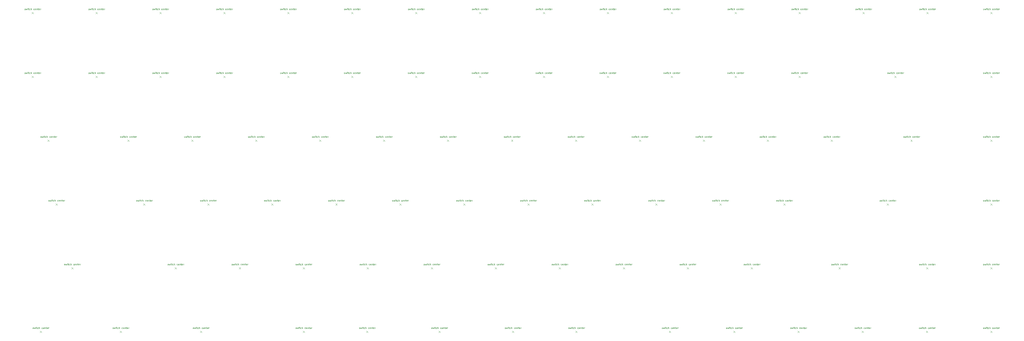
<source format=gbr>
G04 #@! TF.GenerationSoftware,KiCad,Pcbnew,7.0.5*
G04 #@! TF.CreationDate,2023-07-06T17:45:39-04:00*
G04 #@! TF.ProjectId,keyboard,6b657962-6f61-4726-942e-6b696361645f,rev?*
G04 #@! TF.SameCoordinates,Original*
G04 #@! TF.FileFunction,Other,Comment*
%FSLAX46Y46*%
G04 Gerber Fmt 4.6, Leading zero omitted, Abs format (unit mm)*
G04 Created by KiCad (PCBNEW 7.0.5) date 2023-07-06 17:45:39*
%MOMM*%
%LPD*%
G01*
G04 APERTURE LIST*
%ADD10C,0.125000*%
%ADD11C,0.120000*%
G04 APERTURE END LIST*
D10*
X326419466Y-256916000D02*
X326467085Y-256939809D01*
X326467085Y-256939809D02*
X326562323Y-256939809D01*
X326562323Y-256939809D02*
X326609942Y-256916000D01*
X326609942Y-256916000D02*
X326633751Y-256868380D01*
X326633751Y-256868380D02*
X326633751Y-256844571D01*
X326633751Y-256844571D02*
X326609942Y-256796952D01*
X326609942Y-256796952D02*
X326562323Y-256773142D01*
X326562323Y-256773142D02*
X326490894Y-256773142D01*
X326490894Y-256773142D02*
X326443275Y-256749333D01*
X326443275Y-256749333D02*
X326419466Y-256701714D01*
X326419466Y-256701714D02*
X326419466Y-256677904D01*
X326419466Y-256677904D02*
X326443275Y-256630285D01*
X326443275Y-256630285D02*
X326490894Y-256606476D01*
X326490894Y-256606476D02*
X326562323Y-256606476D01*
X326562323Y-256606476D02*
X326609942Y-256630285D01*
X326800418Y-256606476D02*
X326895656Y-256939809D01*
X326895656Y-256939809D02*
X326990894Y-256701714D01*
X326990894Y-256701714D02*
X327086132Y-256939809D01*
X327086132Y-256939809D02*
X327181370Y-256606476D01*
X327371847Y-256939809D02*
X327371847Y-256606476D01*
X327371847Y-256439809D02*
X327348038Y-256463619D01*
X327348038Y-256463619D02*
X327371847Y-256487428D01*
X327371847Y-256487428D02*
X327395657Y-256463619D01*
X327395657Y-256463619D02*
X327371847Y-256439809D01*
X327371847Y-256439809D02*
X327371847Y-256487428D01*
X327538514Y-256606476D02*
X327728990Y-256606476D01*
X327609942Y-256439809D02*
X327609942Y-256868380D01*
X327609942Y-256868380D02*
X327633752Y-256916000D01*
X327633752Y-256916000D02*
X327681371Y-256939809D01*
X327681371Y-256939809D02*
X327728990Y-256939809D01*
X328109942Y-256916000D02*
X328062323Y-256939809D01*
X328062323Y-256939809D02*
X327967085Y-256939809D01*
X327967085Y-256939809D02*
X327919466Y-256916000D01*
X327919466Y-256916000D02*
X327895656Y-256892190D01*
X327895656Y-256892190D02*
X327871847Y-256844571D01*
X327871847Y-256844571D02*
X327871847Y-256701714D01*
X327871847Y-256701714D02*
X327895656Y-256654095D01*
X327895656Y-256654095D02*
X327919466Y-256630285D01*
X327919466Y-256630285D02*
X327967085Y-256606476D01*
X327967085Y-256606476D02*
X328062323Y-256606476D01*
X328062323Y-256606476D02*
X328109942Y-256630285D01*
X328324227Y-256939809D02*
X328324227Y-256439809D01*
X328538513Y-256939809D02*
X328538513Y-256677904D01*
X328538513Y-256677904D02*
X328514703Y-256630285D01*
X328514703Y-256630285D02*
X328467084Y-256606476D01*
X328467084Y-256606476D02*
X328395656Y-256606476D01*
X328395656Y-256606476D02*
X328348037Y-256630285D01*
X328348037Y-256630285D02*
X328324227Y-256654095D01*
X329371846Y-256916000D02*
X329324227Y-256939809D01*
X329324227Y-256939809D02*
X329228989Y-256939809D01*
X329228989Y-256939809D02*
X329181370Y-256916000D01*
X329181370Y-256916000D02*
X329157560Y-256892190D01*
X329157560Y-256892190D02*
X329133751Y-256844571D01*
X329133751Y-256844571D02*
X329133751Y-256701714D01*
X329133751Y-256701714D02*
X329157560Y-256654095D01*
X329157560Y-256654095D02*
X329181370Y-256630285D01*
X329181370Y-256630285D02*
X329228989Y-256606476D01*
X329228989Y-256606476D02*
X329324227Y-256606476D01*
X329324227Y-256606476D02*
X329371846Y-256630285D01*
X329776607Y-256916000D02*
X329728988Y-256939809D01*
X329728988Y-256939809D02*
X329633750Y-256939809D01*
X329633750Y-256939809D02*
X329586131Y-256916000D01*
X329586131Y-256916000D02*
X329562322Y-256868380D01*
X329562322Y-256868380D02*
X329562322Y-256677904D01*
X329562322Y-256677904D02*
X329586131Y-256630285D01*
X329586131Y-256630285D02*
X329633750Y-256606476D01*
X329633750Y-256606476D02*
X329728988Y-256606476D01*
X329728988Y-256606476D02*
X329776607Y-256630285D01*
X329776607Y-256630285D02*
X329800417Y-256677904D01*
X329800417Y-256677904D02*
X329800417Y-256725523D01*
X329800417Y-256725523D02*
X329562322Y-256773142D01*
X330014702Y-256606476D02*
X330014702Y-256939809D01*
X330014702Y-256654095D02*
X330038512Y-256630285D01*
X330038512Y-256630285D02*
X330086131Y-256606476D01*
X330086131Y-256606476D02*
X330157559Y-256606476D01*
X330157559Y-256606476D02*
X330205178Y-256630285D01*
X330205178Y-256630285D02*
X330228988Y-256677904D01*
X330228988Y-256677904D02*
X330228988Y-256939809D01*
X330395655Y-256606476D02*
X330586131Y-256606476D01*
X330467083Y-256439809D02*
X330467083Y-256868380D01*
X330467083Y-256868380D02*
X330490893Y-256916000D01*
X330490893Y-256916000D02*
X330538512Y-256939809D01*
X330538512Y-256939809D02*
X330586131Y-256939809D01*
X330943273Y-256916000D02*
X330895654Y-256939809D01*
X330895654Y-256939809D02*
X330800416Y-256939809D01*
X330800416Y-256939809D02*
X330752797Y-256916000D01*
X330752797Y-256916000D02*
X330728988Y-256868380D01*
X330728988Y-256868380D02*
X330728988Y-256677904D01*
X330728988Y-256677904D02*
X330752797Y-256630285D01*
X330752797Y-256630285D02*
X330800416Y-256606476D01*
X330800416Y-256606476D02*
X330895654Y-256606476D01*
X330895654Y-256606476D02*
X330943273Y-256630285D01*
X330943273Y-256630285D02*
X330967083Y-256677904D01*
X330967083Y-256677904D02*
X330967083Y-256725523D01*
X330967083Y-256725523D02*
X330728988Y-256773142D01*
X331181368Y-256939809D02*
X331181368Y-256606476D01*
X331181368Y-256701714D02*
X331205178Y-256654095D01*
X331205178Y-256654095D02*
X331228987Y-256630285D01*
X331228987Y-256630285D02*
X331276606Y-256606476D01*
X331276606Y-256606476D02*
X331324225Y-256606476D01*
X307344466Y-256921000D02*
X307392085Y-256944809D01*
X307392085Y-256944809D02*
X307487323Y-256944809D01*
X307487323Y-256944809D02*
X307534942Y-256921000D01*
X307534942Y-256921000D02*
X307558751Y-256873380D01*
X307558751Y-256873380D02*
X307558751Y-256849571D01*
X307558751Y-256849571D02*
X307534942Y-256801952D01*
X307534942Y-256801952D02*
X307487323Y-256778142D01*
X307487323Y-256778142D02*
X307415894Y-256778142D01*
X307415894Y-256778142D02*
X307368275Y-256754333D01*
X307368275Y-256754333D02*
X307344466Y-256706714D01*
X307344466Y-256706714D02*
X307344466Y-256682904D01*
X307344466Y-256682904D02*
X307368275Y-256635285D01*
X307368275Y-256635285D02*
X307415894Y-256611476D01*
X307415894Y-256611476D02*
X307487323Y-256611476D01*
X307487323Y-256611476D02*
X307534942Y-256635285D01*
X307725418Y-256611476D02*
X307820656Y-256944809D01*
X307820656Y-256944809D02*
X307915894Y-256706714D01*
X307915894Y-256706714D02*
X308011132Y-256944809D01*
X308011132Y-256944809D02*
X308106370Y-256611476D01*
X308296847Y-256944809D02*
X308296847Y-256611476D01*
X308296847Y-256444809D02*
X308273038Y-256468619D01*
X308273038Y-256468619D02*
X308296847Y-256492428D01*
X308296847Y-256492428D02*
X308320657Y-256468619D01*
X308320657Y-256468619D02*
X308296847Y-256444809D01*
X308296847Y-256444809D02*
X308296847Y-256492428D01*
X308463514Y-256611476D02*
X308653990Y-256611476D01*
X308534942Y-256444809D02*
X308534942Y-256873380D01*
X308534942Y-256873380D02*
X308558752Y-256921000D01*
X308558752Y-256921000D02*
X308606371Y-256944809D01*
X308606371Y-256944809D02*
X308653990Y-256944809D01*
X309034942Y-256921000D02*
X308987323Y-256944809D01*
X308987323Y-256944809D02*
X308892085Y-256944809D01*
X308892085Y-256944809D02*
X308844466Y-256921000D01*
X308844466Y-256921000D02*
X308820656Y-256897190D01*
X308820656Y-256897190D02*
X308796847Y-256849571D01*
X308796847Y-256849571D02*
X308796847Y-256706714D01*
X308796847Y-256706714D02*
X308820656Y-256659095D01*
X308820656Y-256659095D02*
X308844466Y-256635285D01*
X308844466Y-256635285D02*
X308892085Y-256611476D01*
X308892085Y-256611476D02*
X308987323Y-256611476D01*
X308987323Y-256611476D02*
X309034942Y-256635285D01*
X309249227Y-256944809D02*
X309249227Y-256444809D01*
X309463513Y-256944809D02*
X309463513Y-256682904D01*
X309463513Y-256682904D02*
X309439703Y-256635285D01*
X309439703Y-256635285D02*
X309392084Y-256611476D01*
X309392084Y-256611476D02*
X309320656Y-256611476D01*
X309320656Y-256611476D02*
X309273037Y-256635285D01*
X309273037Y-256635285D02*
X309249227Y-256659095D01*
X310296846Y-256921000D02*
X310249227Y-256944809D01*
X310249227Y-256944809D02*
X310153989Y-256944809D01*
X310153989Y-256944809D02*
X310106370Y-256921000D01*
X310106370Y-256921000D02*
X310082560Y-256897190D01*
X310082560Y-256897190D02*
X310058751Y-256849571D01*
X310058751Y-256849571D02*
X310058751Y-256706714D01*
X310058751Y-256706714D02*
X310082560Y-256659095D01*
X310082560Y-256659095D02*
X310106370Y-256635285D01*
X310106370Y-256635285D02*
X310153989Y-256611476D01*
X310153989Y-256611476D02*
X310249227Y-256611476D01*
X310249227Y-256611476D02*
X310296846Y-256635285D01*
X310701607Y-256921000D02*
X310653988Y-256944809D01*
X310653988Y-256944809D02*
X310558750Y-256944809D01*
X310558750Y-256944809D02*
X310511131Y-256921000D01*
X310511131Y-256921000D02*
X310487322Y-256873380D01*
X310487322Y-256873380D02*
X310487322Y-256682904D01*
X310487322Y-256682904D02*
X310511131Y-256635285D01*
X310511131Y-256635285D02*
X310558750Y-256611476D01*
X310558750Y-256611476D02*
X310653988Y-256611476D01*
X310653988Y-256611476D02*
X310701607Y-256635285D01*
X310701607Y-256635285D02*
X310725417Y-256682904D01*
X310725417Y-256682904D02*
X310725417Y-256730523D01*
X310725417Y-256730523D02*
X310487322Y-256778142D01*
X310939702Y-256611476D02*
X310939702Y-256944809D01*
X310939702Y-256659095D02*
X310963512Y-256635285D01*
X310963512Y-256635285D02*
X311011131Y-256611476D01*
X311011131Y-256611476D02*
X311082559Y-256611476D01*
X311082559Y-256611476D02*
X311130178Y-256635285D01*
X311130178Y-256635285D02*
X311153988Y-256682904D01*
X311153988Y-256682904D02*
X311153988Y-256944809D01*
X311320655Y-256611476D02*
X311511131Y-256611476D01*
X311392083Y-256444809D02*
X311392083Y-256873380D01*
X311392083Y-256873380D02*
X311415893Y-256921000D01*
X311415893Y-256921000D02*
X311463512Y-256944809D01*
X311463512Y-256944809D02*
X311511131Y-256944809D01*
X311868273Y-256921000D02*
X311820654Y-256944809D01*
X311820654Y-256944809D02*
X311725416Y-256944809D01*
X311725416Y-256944809D02*
X311677797Y-256921000D01*
X311677797Y-256921000D02*
X311653988Y-256873380D01*
X311653988Y-256873380D02*
X311653988Y-256682904D01*
X311653988Y-256682904D02*
X311677797Y-256635285D01*
X311677797Y-256635285D02*
X311725416Y-256611476D01*
X311725416Y-256611476D02*
X311820654Y-256611476D01*
X311820654Y-256611476D02*
X311868273Y-256635285D01*
X311868273Y-256635285D02*
X311892083Y-256682904D01*
X311892083Y-256682904D02*
X311892083Y-256730523D01*
X311892083Y-256730523D02*
X311653988Y-256778142D01*
X312106368Y-256944809D02*
X312106368Y-256611476D01*
X312106368Y-256706714D02*
X312130178Y-256659095D01*
X312130178Y-256659095D02*
X312153987Y-256635285D01*
X312153987Y-256635285D02*
X312201606Y-256611476D01*
X312201606Y-256611476D02*
X312249225Y-256611476D01*
X263494466Y-256896000D02*
X263542085Y-256919809D01*
X263542085Y-256919809D02*
X263637323Y-256919809D01*
X263637323Y-256919809D02*
X263684942Y-256896000D01*
X263684942Y-256896000D02*
X263708751Y-256848380D01*
X263708751Y-256848380D02*
X263708751Y-256824571D01*
X263708751Y-256824571D02*
X263684942Y-256776952D01*
X263684942Y-256776952D02*
X263637323Y-256753142D01*
X263637323Y-256753142D02*
X263565894Y-256753142D01*
X263565894Y-256753142D02*
X263518275Y-256729333D01*
X263518275Y-256729333D02*
X263494466Y-256681714D01*
X263494466Y-256681714D02*
X263494466Y-256657904D01*
X263494466Y-256657904D02*
X263518275Y-256610285D01*
X263518275Y-256610285D02*
X263565894Y-256586476D01*
X263565894Y-256586476D02*
X263637323Y-256586476D01*
X263637323Y-256586476D02*
X263684942Y-256610285D01*
X263875418Y-256586476D02*
X263970656Y-256919809D01*
X263970656Y-256919809D02*
X264065894Y-256681714D01*
X264065894Y-256681714D02*
X264161132Y-256919809D01*
X264161132Y-256919809D02*
X264256370Y-256586476D01*
X264446847Y-256919809D02*
X264446847Y-256586476D01*
X264446847Y-256419809D02*
X264423038Y-256443619D01*
X264423038Y-256443619D02*
X264446847Y-256467428D01*
X264446847Y-256467428D02*
X264470657Y-256443619D01*
X264470657Y-256443619D02*
X264446847Y-256419809D01*
X264446847Y-256419809D02*
X264446847Y-256467428D01*
X264613514Y-256586476D02*
X264803990Y-256586476D01*
X264684942Y-256419809D02*
X264684942Y-256848380D01*
X264684942Y-256848380D02*
X264708752Y-256896000D01*
X264708752Y-256896000D02*
X264756371Y-256919809D01*
X264756371Y-256919809D02*
X264803990Y-256919809D01*
X265184942Y-256896000D02*
X265137323Y-256919809D01*
X265137323Y-256919809D02*
X265042085Y-256919809D01*
X265042085Y-256919809D02*
X264994466Y-256896000D01*
X264994466Y-256896000D02*
X264970656Y-256872190D01*
X264970656Y-256872190D02*
X264946847Y-256824571D01*
X264946847Y-256824571D02*
X264946847Y-256681714D01*
X264946847Y-256681714D02*
X264970656Y-256634095D01*
X264970656Y-256634095D02*
X264994466Y-256610285D01*
X264994466Y-256610285D02*
X265042085Y-256586476D01*
X265042085Y-256586476D02*
X265137323Y-256586476D01*
X265137323Y-256586476D02*
X265184942Y-256610285D01*
X265399227Y-256919809D02*
X265399227Y-256419809D01*
X265613513Y-256919809D02*
X265613513Y-256657904D01*
X265613513Y-256657904D02*
X265589703Y-256610285D01*
X265589703Y-256610285D02*
X265542084Y-256586476D01*
X265542084Y-256586476D02*
X265470656Y-256586476D01*
X265470656Y-256586476D02*
X265423037Y-256610285D01*
X265423037Y-256610285D02*
X265399227Y-256634095D01*
X266446846Y-256896000D02*
X266399227Y-256919809D01*
X266399227Y-256919809D02*
X266303989Y-256919809D01*
X266303989Y-256919809D02*
X266256370Y-256896000D01*
X266256370Y-256896000D02*
X266232560Y-256872190D01*
X266232560Y-256872190D02*
X266208751Y-256824571D01*
X266208751Y-256824571D02*
X266208751Y-256681714D01*
X266208751Y-256681714D02*
X266232560Y-256634095D01*
X266232560Y-256634095D02*
X266256370Y-256610285D01*
X266256370Y-256610285D02*
X266303989Y-256586476D01*
X266303989Y-256586476D02*
X266399227Y-256586476D01*
X266399227Y-256586476D02*
X266446846Y-256610285D01*
X266851607Y-256896000D02*
X266803988Y-256919809D01*
X266803988Y-256919809D02*
X266708750Y-256919809D01*
X266708750Y-256919809D02*
X266661131Y-256896000D01*
X266661131Y-256896000D02*
X266637322Y-256848380D01*
X266637322Y-256848380D02*
X266637322Y-256657904D01*
X266637322Y-256657904D02*
X266661131Y-256610285D01*
X266661131Y-256610285D02*
X266708750Y-256586476D01*
X266708750Y-256586476D02*
X266803988Y-256586476D01*
X266803988Y-256586476D02*
X266851607Y-256610285D01*
X266851607Y-256610285D02*
X266875417Y-256657904D01*
X266875417Y-256657904D02*
X266875417Y-256705523D01*
X266875417Y-256705523D02*
X266637322Y-256753142D01*
X267089702Y-256586476D02*
X267089702Y-256919809D01*
X267089702Y-256634095D02*
X267113512Y-256610285D01*
X267113512Y-256610285D02*
X267161131Y-256586476D01*
X267161131Y-256586476D02*
X267232559Y-256586476D01*
X267232559Y-256586476D02*
X267280178Y-256610285D01*
X267280178Y-256610285D02*
X267303988Y-256657904D01*
X267303988Y-256657904D02*
X267303988Y-256919809D01*
X267470655Y-256586476D02*
X267661131Y-256586476D01*
X267542083Y-256419809D02*
X267542083Y-256848380D01*
X267542083Y-256848380D02*
X267565893Y-256896000D01*
X267565893Y-256896000D02*
X267613512Y-256919809D01*
X267613512Y-256919809D02*
X267661131Y-256919809D01*
X268018273Y-256896000D02*
X267970654Y-256919809D01*
X267970654Y-256919809D02*
X267875416Y-256919809D01*
X267875416Y-256919809D02*
X267827797Y-256896000D01*
X267827797Y-256896000D02*
X267803988Y-256848380D01*
X267803988Y-256848380D02*
X267803988Y-256657904D01*
X267803988Y-256657904D02*
X267827797Y-256610285D01*
X267827797Y-256610285D02*
X267875416Y-256586476D01*
X267875416Y-256586476D02*
X267970654Y-256586476D01*
X267970654Y-256586476D02*
X268018273Y-256610285D01*
X268018273Y-256610285D02*
X268042083Y-256657904D01*
X268042083Y-256657904D02*
X268042083Y-256705523D01*
X268042083Y-256705523D02*
X267803988Y-256753142D01*
X268256368Y-256919809D02*
X268256368Y-256586476D01*
X268256368Y-256681714D02*
X268280178Y-256634095D01*
X268280178Y-256634095D02*
X268303987Y-256610285D01*
X268303987Y-256610285D02*
X268351606Y-256586476D01*
X268351606Y-256586476D02*
X268399225Y-256586476D01*
X244419466Y-256921000D02*
X244467085Y-256944809D01*
X244467085Y-256944809D02*
X244562323Y-256944809D01*
X244562323Y-256944809D02*
X244609942Y-256921000D01*
X244609942Y-256921000D02*
X244633751Y-256873380D01*
X244633751Y-256873380D02*
X244633751Y-256849571D01*
X244633751Y-256849571D02*
X244609942Y-256801952D01*
X244609942Y-256801952D02*
X244562323Y-256778142D01*
X244562323Y-256778142D02*
X244490894Y-256778142D01*
X244490894Y-256778142D02*
X244443275Y-256754333D01*
X244443275Y-256754333D02*
X244419466Y-256706714D01*
X244419466Y-256706714D02*
X244419466Y-256682904D01*
X244419466Y-256682904D02*
X244443275Y-256635285D01*
X244443275Y-256635285D02*
X244490894Y-256611476D01*
X244490894Y-256611476D02*
X244562323Y-256611476D01*
X244562323Y-256611476D02*
X244609942Y-256635285D01*
X244800418Y-256611476D02*
X244895656Y-256944809D01*
X244895656Y-256944809D02*
X244990894Y-256706714D01*
X244990894Y-256706714D02*
X245086132Y-256944809D01*
X245086132Y-256944809D02*
X245181370Y-256611476D01*
X245371847Y-256944809D02*
X245371847Y-256611476D01*
X245371847Y-256444809D02*
X245348038Y-256468619D01*
X245348038Y-256468619D02*
X245371847Y-256492428D01*
X245371847Y-256492428D02*
X245395657Y-256468619D01*
X245395657Y-256468619D02*
X245371847Y-256444809D01*
X245371847Y-256444809D02*
X245371847Y-256492428D01*
X245538514Y-256611476D02*
X245728990Y-256611476D01*
X245609942Y-256444809D02*
X245609942Y-256873380D01*
X245609942Y-256873380D02*
X245633752Y-256921000D01*
X245633752Y-256921000D02*
X245681371Y-256944809D01*
X245681371Y-256944809D02*
X245728990Y-256944809D01*
X246109942Y-256921000D02*
X246062323Y-256944809D01*
X246062323Y-256944809D02*
X245967085Y-256944809D01*
X245967085Y-256944809D02*
X245919466Y-256921000D01*
X245919466Y-256921000D02*
X245895656Y-256897190D01*
X245895656Y-256897190D02*
X245871847Y-256849571D01*
X245871847Y-256849571D02*
X245871847Y-256706714D01*
X245871847Y-256706714D02*
X245895656Y-256659095D01*
X245895656Y-256659095D02*
X245919466Y-256635285D01*
X245919466Y-256635285D02*
X245967085Y-256611476D01*
X245967085Y-256611476D02*
X246062323Y-256611476D01*
X246062323Y-256611476D02*
X246109942Y-256635285D01*
X246324227Y-256944809D02*
X246324227Y-256444809D01*
X246538513Y-256944809D02*
X246538513Y-256682904D01*
X246538513Y-256682904D02*
X246514703Y-256635285D01*
X246514703Y-256635285D02*
X246467084Y-256611476D01*
X246467084Y-256611476D02*
X246395656Y-256611476D01*
X246395656Y-256611476D02*
X246348037Y-256635285D01*
X246348037Y-256635285D02*
X246324227Y-256659095D01*
X247371846Y-256921000D02*
X247324227Y-256944809D01*
X247324227Y-256944809D02*
X247228989Y-256944809D01*
X247228989Y-256944809D02*
X247181370Y-256921000D01*
X247181370Y-256921000D02*
X247157560Y-256897190D01*
X247157560Y-256897190D02*
X247133751Y-256849571D01*
X247133751Y-256849571D02*
X247133751Y-256706714D01*
X247133751Y-256706714D02*
X247157560Y-256659095D01*
X247157560Y-256659095D02*
X247181370Y-256635285D01*
X247181370Y-256635285D02*
X247228989Y-256611476D01*
X247228989Y-256611476D02*
X247324227Y-256611476D01*
X247324227Y-256611476D02*
X247371846Y-256635285D01*
X247776607Y-256921000D02*
X247728988Y-256944809D01*
X247728988Y-256944809D02*
X247633750Y-256944809D01*
X247633750Y-256944809D02*
X247586131Y-256921000D01*
X247586131Y-256921000D02*
X247562322Y-256873380D01*
X247562322Y-256873380D02*
X247562322Y-256682904D01*
X247562322Y-256682904D02*
X247586131Y-256635285D01*
X247586131Y-256635285D02*
X247633750Y-256611476D01*
X247633750Y-256611476D02*
X247728988Y-256611476D01*
X247728988Y-256611476D02*
X247776607Y-256635285D01*
X247776607Y-256635285D02*
X247800417Y-256682904D01*
X247800417Y-256682904D02*
X247800417Y-256730523D01*
X247800417Y-256730523D02*
X247562322Y-256778142D01*
X248014702Y-256611476D02*
X248014702Y-256944809D01*
X248014702Y-256659095D02*
X248038512Y-256635285D01*
X248038512Y-256635285D02*
X248086131Y-256611476D01*
X248086131Y-256611476D02*
X248157559Y-256611476D01*
X248157559Y-256611476D02*
X248205178Y-256635285D01*
X248205178Y-256635285D02*
X248228988Y-256682904D01*
X248228988Y-256682904D02*
X248228988Y-256944809D01*
X248395655Y-256611476D02*
X248586131Y-256611476D01*
X248467083Y-256444809D02*
X248467083Y-256873380D01*
X248467083Y-256873380D02*
X248490893Y-256921000D01*
X248490893Y-256921000D02*
X248538512Y-256944809D01*
X248538512Y-256944809D02*
X248586131Y-256944809D01*
X248943273Y-256921000D02*
X248895654Y-256944809D01*
X248895654Y-256944809D02*
X248800416Y-256944809D01*
X248800416Y-256944809D02*
X248752797Y-256921000D01*
X248752797Y-256921000D02*
X248728988Y-256873380D01*
X248728988Y-256873380D02*
X248728988Y-256682904D01*
X248728988Y-256682904D02*
X248752797Y-256635285D01*
X248752797Y-256635285D02*
X248800416Y-256611476D01*
X248800416Y-256611476D02*
X248895654Y-256611476D01*
X248895654Y-256611476D02*
X248943273Y-256635285D01*
X248943273Y-256635285D02*
X248967083Y-256682904D01*
X248967083Y-256682904D02*
X248967083Y-256730523D01*
X248967083Y-256730523D02*
X248728988Y-256778142D01*
X249181368Y-256944809D02*
X249181368Y-256611476D01*
X249181368Y-256706714D02*
X249205178Y-256659095D01*
X249205178Y-256659095D02*
X249228987Y-256635285D01*
X249228987Y-256635285D02*
X249276606Y-256611476D01*
X249276606Y-256611476D02*
X249324225Y-256611476D01*
X205919466Y-237746000D02*
X205967085Y-237769809D01*
X205967085Y-237769809D02*
X206062323Y-237769809D01*
X206062323Y-237769809D02*
X206109942Y-237746000D01*
X206109942Y-237746000D02*
X206133751Y-237698380D01*
X206133751Y-237698380D02*
X206133751Y-237674571D01*
X206133751Y-237674571D02*
X206109942Y-237626952D01*
X206109942Y-237626952D02*
X206062323Y-237603142D01*
X206062323Y-237603142D02*
X205990894Y-237603142D01*
X205990894Y-237603142D02*
X205943275Y-237579333D01*
X205943275Y-237579333D02*
X205919466Y-237531714D01*
X205919466Y-237531714D02*
X205919466Y-237507904D01*
X205919466Y-237507904D02*
X205943275Y-237460285D01*
X205943275Y-237460285D02*
X205990894Y-237436476D01*
X205990894Y-237436476D02*
X206062323Y-237436476D01*
X206062323Y-237436476D02*
X206109942Y-237460285D01*
X206300418Y-237436476D02*
X206395656Y-237769809D01*
X206395656Y-237769809D02*
X206490894Y-237531714D01*
X206490894Y-237531714D02*
X206586132Y-237769809D01*
X206586132Y-237769809D02*
X206681370Y-237436476D01*
X206871847Y-237769809D02*
X206871847Y-237436476D01*
X206871847Y-237269809D02*
X206848038Y-237293619D01*
X206848038Y-237293619D02*
X206871847Y-237317428D01*
X206871847Y-237317428D02*
X206895657Y-237293619D01*
X206895657Y-237293619D02*
X206871847Y-237269809D01*
X206871847Y-237269809D02*
X206871847Y-237317428D01*
X207038514Y-237436476D02*
X207228990Y-237436476D01*
X207109942Y-237269809D02*
X207109942Y-237698380D01*
X207109942Y-237698380D02*
X207133752Y-237746000D01*
X207133752Y-237746000D02*
X207181371Y-237769809D01*
X207181371Y-237769809D02*
X207228990Y-237769809D01*
X207609942Y-237746000D02*
X207562323Y-237769809D01*
X207562323Y-237769809D02*
X207467085Y-237769809D01*
X207467085Y-237769809D02*
X207419466Y-237746000D01*
X207419466Y-237746000D02*
X207395656Y-237722190D01*
X207395656Y-237722190D02*
X207371847Y-237674571D01*
X207371847Y-237674571D02*
X207371847Y-237531714D01*
X207371847Y-237531714D02*
X207395656Y-237484095D01*
X207395656Y-237484095D02*
X207419466Y-237460285D01*
X207419466Y-237460285D02*
X207467085Y-237436476D01*
X207467085Y-237436476D02*
X207562323Y-237436476D01*
X207562323Y-237436476D02*
X207609942Y-237460285D01*
X207824227Y-237769809D02*
X207824227Y-237269809D01*
X208038513Y-237769809D02*
X208038513Y-237507904D01*
X208038513Y-237507904D02*
X208014703Y-237460285D01*
X208014703Y-237460285D02*
X207967084Y-237436476D01*
X207967084Y-237436476D02*
X207895656Y-237436476D01*
X207895656Y-237436476D02*
X207848037Y-237460285D01*
X207848037Y-237460285D02*
X207824227Y-237484095D01*
X208871846Y-237746000D02*
X208824227Y-237769809D01*
X208824227Y-237769809D02*
X208728989Y-237769809D01*
X208728989Y-237769809D02*
X208681370Y-237746000D01*
X208681370Y-237746000D02*
X208657560Y-237722190D01*
X208657560Y-237722190D02*
X208633751Y-237674571D01*
X208633751Y-237674571D02*
X208633751Y-237531714D01*
X208633751Y-237531714D02*
X208657560Y-237484095D01*
X208657560Y-237484095D02*
X208681370Y-237460285D01*
X208681370Y-237460285D02*
X208728989Y-237436476D01*
X208728989Y-237436476D02*
X208824227Y-237436476D01*
X208824227Y-237436476D02*
X208871846Y-237460285D01*
X209276607Y-237746000D02*
X209228988Y-237769809D01*
X209228988Y-237769809D02*
X209133750Y-237769809D01*
X209133750Y-237769809D02*
X209086131Y-237746000D01*
X209086131Y-237746000D02*
X209062322Y-237698380D01*
X209062322Y-237698380D02*
X209062322Y-237507904D01*
X209062322Y-237507904D02*
X209086131Y-237460285D01*
X209086131Y-237460285D02*
X209133750Y-237436476D01*
X209133750Y-237436476D02*
X209228988Y-237436476D01*
X209228988Y-237436476D02*
X209276607Y-237460285D01*
X209276607Y-237460285D02*
X209300417Y-237507904D01*
X209300417Y-237507904D02*
X209300417Y-237555523D01*
X209300417Y-237555523D02*
X209062322Y-237603142D01*
X209514702Y-237436476D02*
X209514702Y-237769809D01*
X209514702Y-237484095D02*
X209538512Y-237460285D01*
X209538512Y-237460285D02*
X209586131Y-237436476D01*
X209586131Y-237436476D02*
X209657559Y-237436476D01*
X209657559Y-237436476D02*
X209705178Y-237460285D01*
X209705178Y-237460285D02*
X209728988Y-237507904D01*
X209728988Y-237507904D02*
X209728988Y-237769809D01*
X209895655Y-237436476D02*
X210086131Y-237436476D01*
X209967083Y-237269809D02*
X209967083Y-237698380D01*
X209967083Y-237698380D02*
X209990893Y-237746000D01*
X209990893Y-237746000D02*
X210038512Y-237769809D01*
X210038512Y-237769809D02*
X210086131Y-237769809D01*
X210443273Y-237746000D02*
X210395654Y-237769809D01*
X210395654Y-237769809D02*
X210300416Y-237769809D01*
X210300416Y-237769809D02*
X210252797Y-237746000D01*
X210252797Y-237746000D02*
X210228988Y-237698380D01*
X210228988Y-237698380D02*
X210228988Y-237507904D01*
X210228988Y-237507904D02*
X210252797Y-237460285D01*
X210252797Y-237460285D02*
X210300416Y-237436476D01*
X210300416Y-237436476D02*
X210395654Y-237436476D01*
X210395654Y-237436476D02*
X210443273Y-237460285D01*
X210443273Y-237460285D02*
X210467083Y-237507904D01*
X210467083Y-237507904D02*
X210467083Y-237555523D01*
X210467083Y-237555523D02*
X210228988Y-237603142D01*
X210681368Y-237769809D02*
X210681368Y-237436476D01*
X210681368Y-237531714D02*
X210705178Y-237484095D01*
X210705178Y-237484095D02*
X210728987Y-237460285D01*
X210728987Y-237460285D02*
X210776606Y-237436476D01*
X210776606Y-237436476D02*
X210824225Y-237436476D01*
X287808993Y-199321000D02*
X287856612Y-199344809D01*
X287856612Y-199344809D02*
X287951850Y-199344809D01*
X287951850Y-199344809D02*
X287999469Y-199321000D01*
X287999469Y-199321000D02*
X288023278Y-199273380D01*
X288023278Y-199273380D02*
X288023278Y-199249571D01*
X288023278Y-199249571D02*
X287999469Y-199201952D01*
X287999469Y-199201952D02*
X287951850Y-199178142D01*
X287951850Y-199178142D02*
X287880421Y-199178142D01*
X287880421Y-199178142D02*
X287832802Y-199154333D01*
X287832802Y-199154333D02*
X287808993Y-199106714D01*
X287808993Y-199106714D02*
X287808993Y-199082904D01*
X287808993Y-199082904D02*
X287832802Y-199035285D01*
X287832802Y-199035285D02*
X287880421Y-199011476D01*
X287880421Y-199011476D02*
X287951850Y-199011476D01*
X287951850Y-199011476D02*
X287999469Y-199035285D01*
X288189945Y-199011476D02*
X288285183Y-199344809D01*
X288285183Y-199344809D02*
X288380421Y-199106714D01*
X288380421Y-199106714D02*
X288475659Y-199344809D01*
X288475659Y-199344809D02*
X288570897Y-199011476D01*
X288761374Y-199344809D02*
X288761374Y-199011476D01*
X288761374Y-198844809D02*
X288737565Y-198868619D01*
X288737565Y-198868619D02*
X288761374Y-198892428D01*
X288761374Y-198892428D02*
X288785184Y-198868619D01*
X288785184Y-198868619D02*
X288761374Y-198844809D01*
X288761374Y-198844809D02*
X288761374Y-198892428D01*
X288928041Y-199011476D02*
X289118517Y-199011476D01*
X288999469Y-198844809D02*
X288999469Y-199273380D01*
X288999469Y-199273380D02*
X289023279Y-199321000D01*
X289023279Y-199321000D02*
X289070898Y-199344809D01*
X289070898Y-199344809D02*
X289118517Y-199344809D01*
X289499469Y-199321000D02*
X289451850Y-199344809D01*
X289451850Y-199344809D02*
X289356612Y-199344809D01*
X289356612Y-199344809D02*
X289308993Y-199321000D01*
X289308993Y-199321000D02*
X289285183Y-199297190D01*
X289285183Y-199297190D02*
X289261374Y-199249571D01*
X289261374Y-199249571D02*
X289261374Y-199106714D01*
X289261374Y-199106714D02*
X289285183Y-199059095D01*
X289285183Y-199059095D02*
X289308993Y-199035285D01*
X289308993Y-199035285D02*
X289356612Y-199011476D01*
X289356612Y-199011476D02*
X289451850Y-199011476D01*
X289451850Y-199011476D02*
X289499469Y-199035285D01*
X289713754Y-199344809D02*
X289713754Y-198844809D01*
X289928040Y-199344809D02*
X289928040Y-199082904D01*
X289928040Y-199082904D02*
X289904230Y-199035285D01*
X289904230Y-199035285D02*
X289856611Y-199011476D01*
X289856611Y-199011476D02*
X289785183Y-199011476D01*
X289785183Y-199011476D02*
X289737564Y-199035285D01*
X289737564Y-199035285D02*
X289713754Y-199059095D01*
X290761373Y-199321000D02*
X290713754Y-199344809D01*
X290713754Y-199344809D02*
X290618516Y-199344809D01*
X290618516Y-199344809D02*
X290570897Y-199321000D01*
X290570897Y-199321000D02*
X290547087Y-199297190D01*
X290547087Y-199297190D02*
X290523278Y-199249571D01*
X290523278Y-199249571D02*
X290523278Y-199106714D01*
X290523278Y-199106714D02*
X290547087Y-199059095D01*
X290547087Y-199059095D02*
X290570897Y-199035285D01*
X290570897Y-199035285D02*
X290618516Y-199011476D01*
X290618516Y-199011476D02*
X290713754Y-199011476D01*
X290713754Y-199011476D02*
X290761373Y-199035285D01*
X291166134Y-199321000D02*
X291118515Y-199344809D01*
X291118515Y-199344809D02*
X291023277Y-199344809D01*
X291023277Y-199344809D02*
X290975658Y-199321000D01*
X290975658Y-199321000D02*
X290951849Y-199273380D01*
X290951849Y-199273380D02*
X290951849Y-199082904D01*
X290951849Y-199082904D02*
X290975658Y-199035285D01*
X290975658Y-199035285D02*
X291023277Y-199011476D01*
X291023277Y-199011476D02*
X291118515Y-199011476D01*
X291118515Y-199011476D02*
X291166134Y-199035285D01*
X291166134Y-199035285D02*
X291189944Y-199082904D01*
X291189944Y-199082904D02*
X291189944Y-199130523D01*
X291189944Y-199130523D02*
X290951849Y-199178142D01*
X291404229Y-199011476D02*
X291404229Y-199344809D01*
X291404229Y-199059095D02*
X291428039Y-199035285D01*
X291428039Y-199035285D02*
X291475658Y-199011476D01*
X291475658Y-199011476D02*
X291547086Y-199011476D01*
X291547086Y-199011476D02*
X291594705Y-199035285D01*
X291594705Y-199035285D02*
X291618515Y-199082904D01*
X291618515Y-199082904D02*
X291618515Y-199344809D01*
X291785182Y-199011476D02*
X291975658Y-199011476D01*
X291856610Y-198844809D02*
X291856610Y-199273380D01*
X291856610Y-199273380D02*
X291880420Y-199321000D01*
X291880420Y-199321000D02*
X291928039Y-199344809D01*
X291928039Y-199344809D02*
X291975658Y-199344809D01*
X292332800Y-199321000D02*
X292285181Y-199344809D01*
X292285181Y-199344809D02*
X292189943Y-199344809D01*
X292189943Y-199344809D02*
X292142324Y-199321000D01*
X292142324Y-199321000D02*
X292118515Y-199273380D01*
X292118515Y-199273380D02*
X292118515Y-199082904D01*
X292118515Y-199082904D02*
X292142324Y-199035285D01*
X292142324Y-199035285D02*
X292189943Y-199011476D01*
X292189943Y-199011476D02*
X292285181Y-199011476D01*
X292285181Y-199011476D02*
X292332800Y-199035285D01*
X292332800Y-199035285D02*
X292356610Y-199082904D01*
X292356610Y-199082904D02*
X292356610Y-199130523D01*
X292356610Y-199130523D02*
X292118515Y-199178142D01*
X292570895Y-199344809D02*
X292570895Y-199011476D01*
X292570895Y-199106714D02*
X292594705Y-199059095D01*
X292594705Y-199059095D02*
X292618514Y-199035285D01*
X292618514Y-199035285D02*
X292666133Y-199011476D01*
X292666133Y-199011476D02*
X292713752Y-199011476D01*
X225167591Y-237736000D02*
X225215210Y-237759809D01*
X225215210Y-237759809D02*
X225310448Y-237759809D01*
X225310448Y-237759809D02*
X225358067Y-237736000D01*
X225358067Y-237736000D02*
X225381876Y-237688380D01*
X225381876Y-237688380D02*
X225381876Y-237664571D01*
X225381876Y-237664571D02*
X225358067Y-237616952D01*
X225358067Y-237616952D02*
X225310448Y-237593142D01*
X225310448Y-237593142D02*
X225239019Y-237593142D01*
X225239019Y-237593142D02*
X225191400Y-237569333D01*
X225191400Y-237569333D02*
X225167591Y-237521714D01*
X225167591Y-237521714D02*
X225167591Y-237497904D01*
X225167591Y-237497904D02*
X225191400Y-237450285D01*
X225191400Y-237450285D02*
X225239019Y-237426476D01*
X225239019Y-237426476D02*
X225310448Y-237426476D01*
X225310448Y-237426476D02*
X225358067Y-237450285D01*
X225548543Y-237426476D02*
X225643781Y-237759809D01*
X225643781Y-237759809D02*
X225739019Y-237521714D01*
X225739019Y-237521714D02*
X225834257Y-237759809D01*
X225834257Y-237759809D02*
X225929495Y-237426476D01*
X226119972Y-237759809D02*
X226119972Y-237426476D01*
X226119972Y-237259809D02*
X226096163Y-237283619D01*
X226096163Y-237283619D02*
X226119972Y-237307428D01*
X226119972Y-237307428D02*
X226143782Y-237283619D01*
X226143782Y-237283619D02*
X226119972Y-237259809D01*
X226119972Y-237259809D02*
X226119972Y-237307428D01*
X226286639Y-237426476D02*
X226477115Y-237426476D01*
X226358067Y-237259809D02*
X226358067Y-237688380D01*
X226358067Y-237688380D02*
X226381877Y-237736000D01*
X226381877Y-237736000D02*
X226429496Y-237759809D01*
X226429496Y-237759809D02*
X226477115Y-237759809D01*
X226858067Y-237736000D02*
X226810448Y-237759809D01*
X226810448Y-237759809D02*
X226715210Y-237759809D01*
X226715210Y-237759809D02*
X226667591Y-237736000D01*
X226667591Y-237736000D02*
X226643781Y-237712190D01*
X226643781Y-237712190D02*
X226619972Y-237664571D01*
X226619972Y-237664571D02*
X226619972Y-237521714D01*
X226619972Y-237521714D02*
X226643781Y-237474095D01*
X226643781Y-237474095D02*
X226667591Y-237450285D01*
X226667591Y-237450285D02*
X226715210Y-237426476D01*
X226715210Y-237426476D02*
X226810448Y-237426476D01*
X226810448Y-237426476D02*
X226858067Y-237450285D01*
X227072352Y-237759809D02*
X227072352Y-237259809D01*
X227286638Y-237759809D02*
X227286638Y-237497904D01*
X227286638Y-237497904D02*
X227262828Y-237450285D01*
X227262828Y-237450285D02*
X227215209Y-237426476D01*
X227215209Y-237426476D02*
X227143781Y-237426476D01*
X227143781Y-237426476D02*
X227096162Y-237450285D01*
X227096162Y-237450285D02*
X227072352Y-237474095D01*
X228119971Y-237736000D02*
X228072352Y-237759809D01*
X228072352Y-237759809D02*
X227977114Y-237759809D01*
X227977114Y-237759809D02*
X227929495Y-237736000D01*
X227929495Y-237736000D02*
X227905685Y-237712190D01*
X227905685Y-237712190D02*
X227881876Y-237664571D01*
X227881876Y-237664571D02*
X227881876Y-237521714D01*
X227881876Y-237521714D02*
X227905685Y-237474095D01*
X227905685Y-237474095D02*
X227929495Y-237450285D01*
X227929495Y-237450285D02*
X227977114Y-237426476D01*
X227977114Y-237426476D02*
X228072352Y-237426476D01*
X228072352Y-237426476D02*
X228119971Y-237450285D01*
X228524732Y-237736000D02*
X228477113Y-237759809D01*
X228477113Y-237759809D02*
X228381875Y-237759809D01*
X228381875Y-237759809D02*
X228334256Y-237736000D01*
X228334256Y-237736000D02*
X228310447Y-237688380D01*
X228310447Y-237688380D02*
X228310447Y-237497904D01*
X228310447Y-237497904D02*
X228334256Y-237450285D01*
X228334256Y-237450285D02*
X228381875Y-237426476D01*
X228381875Y-237426476D02*
X228477113Y-237426476D01*
X228477113Y-237426476D02*
X228524732Y-237450285D01*
X228524732Y-237450285D02*
X228548542Y-237497904D01*
X228548542Y-237497904D02*
X228548542Y-237545523D01*
X228548542Y-237545523D02*
X228310447Y-237593142D01*
X228762827Y-237426476D02*
X228762827Y-237759809D01*
X228762827Y-237474095D02*
X228786637Y-237450285D01*
X228786637Y-237450285D02*
X228834256Y-237426476D01*
X228834256Y-237426476D02*
X228905684Y-237426476D01*
X228905684Y-237426476D02*
X228953303Y-237450285D01*
X228953303Y-237450285D02*
X228977113Y-237497904D01*
X228977113Y-237497904D02*
X228977113Y-237759809D01*
X229143780Y-237426476D02*
X229334256Y-237426476D01*
X229215208Y-237259809D02*
X229215208Y-237688380D01*
X229215208Y-237688380D02*
X229239018Y-237736000D01*
X229239018Y-237736000D02*
X229286637Y-237759809D01*
X229286637Y-237759809D02*
X229334256Y-237759809D01*
X229691398Y-237736000D02*
X229643779Y-237759809D01*
X229643779Y-237759809D02*
X229548541Y-237759809D01*
X229548541Y-237759809D02*
X229500922Y-237736000D01*
X229500922Y-237736000D02*
X229477113Y-237688380D01*
X229477113Y-237688380D02*
X229477113Y-237497904D01*
X229477113Y-237497904D02*
X229500922Y-237450285D01*
X229500922Y-237450285D02*
X229548541Y-237426476D01*
X229548541Y-237426476D02*
X229643779Y-237426476D01*
X229643779Y-237426476D02*
X229691398Y-237450285D01*
X229691398Y-237450285D02*
X229715208Y-237497904D01*
X229715208Y-237497904D02*
X229715208Y-237545523D01*
X229715208Y-237545523D02*
X229477113Y-237593142D01*
X229929493Y-237759809D02*
X229929493Y-237426476D01*
X229929493Y-237521714D02*
X229953303Y-237474095D01*
X229953303Y-237474095D02*
X229977112Y-237450285D01*
X229977112Y-237450285D02*
X230024731Y-237426476D01*
X230024731Y-237426476D02*
X230072350Y-237426476D01*
X189397660Y-256926000D02*
X189445279Y-256949809D01*
X189445279Y-256949809D02*
X189540517Y-256949809D01*
X189540517Y-256949809D02*
X189588136Y-256926000D01*
X189588136Y-256926000D02*
X189611945Y-256878380D01*
X189611945Y-256878380D02*
X189611945Y-256854571D01*
X189611945Y-256854571D02*
X189588136Y-256806952D01*
X189588136Y-256806952D02*
X189540517Y-256783142D01*
X189540517Y-256783142D02*
X189469088Y-256783142D01*
X189469088Y-256783142D02*
X189421469Y-256759333D01*
X189421469Y-256759333D02*
X189397660Y-256711714D01*
X189397660Y-256711714D02*
X189397660Y-256687904D01*
X189397660Y-256687904D02*
X189421469Y-256640285D01*
X189421469Y-256640285D02*
X189469088Y-256616476D01*
X189469088Y-256616476D02*
X189540517Y-256616476D01*
X189540517Y-256616476D02*
X189588136Y-256640285D01*
X189778612Y-256616476D02*
X189873850Y-256949809D01*
X189873850Y-256949809D02*
X189969088Y-256711714D01*
X189969088Y-256711714D02*
X190064326Y-256949809D01*
X190064326Y-256949809D02*
X190159564Y-256616476D01*
X190350041Y-256949809D02*
X190350041Y-256616476D01*
X190350041Y-256449809D02*
X190326232Y-256473619D01*
X190326232Y-256473619D02*
X190350041Y-256497428D01*
X190350041Y-256497428D02*
X190373851Y-256473619D01*
X190373851Y-256473619D02*
X190350041Y-256449809D01*
X190350041Y-256449809D02*
X190350041Y-256497428D01*
X190516708Y-256616476D02*
X190707184Y-256616476D01*
X190588136Y-256449809D02*
X190588136Y-256878380D01*
X190588136Y-256878380D02*
X190611946Y-256926000D01*
X190611946Y-256926000D02*
X190659565Y-256949809D01*
X190659565Y-256949809D02*
X190707184Y-256949809D01*
X191088136Y-256926000D02*
X191040517Y-256949809D01*
X191040517Y-256949809D02*
X190945279Y-256949809D01*
X190945279Y-256949809D02*
X190897660Y-256926000D01*
X190897660Y-256926000D02*
X190873850Y-256902190D01*
X190873850Y-256902190D02*
X190850041Y-256854571D01*
X190850041Y-256854571D02*
X190850041Y-256711714D01*
X190850041Y-256711714D02*
X190873850Y-256664095D01*
X190873850Y-256664095D02*
X190897660Y-256640285D01*
X190897660Y-256640285D02*
X190945279Y-256616476D01*
X190945279Y-256616476D02*
X191040517Y-256616476D01*
X191040517Y-256616476D02*
X191088136Y-256640285D01*
X191302421Y-256949809D02*
X191302421Y-256449809D01*
X191516707Y-256949809D02*
X191516707Y-256687904D01*
X191516707Y-256687904D02*
X191492897Y-256640285D01*
X191492897Y-256640285D02*
X191445278Y-256616476D01*
X191445278Y-256616476D02*
X191373850Y-256616476D01*
X191373850Y-256616476D02*
X191326231Y-256640285D01*
X191326231Y-256640285D02*
X191302421Y-256664095D01*
X192350040Y-256926000D02*
X192302421Y-256949809D01*
X192302421Y-256949809D02*
X192207183Y-256949809D01*
X192207183Y-256949809D02*
X192159564Y-256926000D01*
X192159564Y-256926000D02*
X192135754Y-256902190D01*
X192135754Y-256902190D02*
X192111945Y-256854571D01*
X192111945Y-256854571D02*
X192111945Y-256711714D01*
X192111945Y-256711714D02*
X192135754Y-256664095D01*
X192135754Y-256664095D02*
X192159564Y-256640285D01*
X192159564Y-256640285D02*
X192207183Y-256616476D01*
X192207183Y-256616476D02*
X192302421Y-256616476D01*
X192302421Y-256616476D02*
X192350040Y-256640285D01*
X192754801Y-256926000D02*
X192707182Y-256949809D01*
X192707182Y-256949809D02*
X192611944Y-256949809D01*
X192611944Y-256949809D02*
X192564325Y-256926000D01*
X192564325Y-256926000D02*
X192540516Y-256878380D01*
X192540516Y-256878380D02*
X192540516Y-256687904D01*
X192540516Y-256687904D02*
X192564325Y-256640285D01*
X192564325Y-256640285D02*
X192611944Y-256616476D01*
X192611944Y-256616476D02*
X192707182Y-256616476D01*
X192707182Y-256616476D02*
X192754801Y-256640285D01*
X192754801Y-256640285D02*
X192778611Y-256687904D01*
X192778611Y-256687904D02*
X192778611Y-256735523D01*
X192778611Y-256735523D02*
X192540516Y-256783142D01*
X192992896Y-256616476D02*
X192992896Y-256949809D01*
X192992896Y-256664095D02*
X193016706Y-256640285D01*
X193016706Y-256640285D02*
X193064325Y-256616476D01*
X193064325Y-256616476D02*
X193135753Y-256616476D01*
X193135753Y-256616476D02*
X193183372Y-256640285D01*
X193183372Y-256640285D02*
X193207182Y-256687904D01*
X193207182Y-256687904D02*
X193207182Y-256949809D01*
X193373849Y-256616476D02*
X193564325Y-256616476D01*
X193445277Y-256449809D02*
X193445277Y-256878380D01*
X193445277Y-256878380D02*
X193469087Y-256926000D01*
X193469087Y-256926000D02*
X193516706Y-256949809D01*
X193516706Y-256949809D02*
X193564325Y-256949809D01*
X193921467Y-256926000D02*
X193873848Y-256949809D01*
X193873848Y-256949809D02*
X193778610Y-256949809D01*
X193778610Y-256949809D02*
X193730991Y-256926000D01*
X193730991Y-256926000D02*
X193707182Y-256878380D01*
X193707182Y-256878380D02*
X193707182Y-256687904D01*
X193707182Y-256687904D02*
X193730991Y-256640285D01*
X193730991Y-256640285D02*
X193778610Y-256616476D01*
X193778610Y-256616476D02*
X193873848Y-256616476D01*
X193873848Y-256616476D02*
X193921467Y-256640285D01*
X193921467Y-256640285D02*
X193945277Y-256687904D01*
X193945277Y-256687904D02*
X193945277Y-256735523D01*
X193945277Y-256735523D02*
X193707182Y-256783142D01*
X194159562Y-256949809D02*
X194159562Y-256616476D01*
X194159562Y-256711714D02*
X194183372Y-256664095D01*
X194183372Y-256664095D02*
X194207181Y-256640285D01*
X194207181Y-256640285D02*
X194254800Y-256616476D01*
X194254800Y-256616476D02*
X194302419Y-256616476D01*
X210890813Y-199321000D02*
X210938432Y-199344809D01*
X210938432Y-199344809D02*
X211033670Y-199344809D01*
X211033670Y-199344809D02*
X211081289Y-199321000D01*
X211081289Y-199321000D02*
X211105098Y-199273380D01*
X211105098Y-199273380D02*
X211105098Y-199249571D01*
X211105098Y-199249571D02*
X211081289Y-199201952D01*
X211081289Y-199201952D02*
X211033670Y-199178142D01*
X211033670Y-199178142D02*
X210962241Y-199178142D01*
X210962241Y-199178142D02*
X210914622Y-199154333D01*
X210914622Y-199154333D02*
X210890813Y-199106714D01*
X210890813Y-199106714D02*
X210890813Y-199082904D01*
X210890813Y-199082904D02*
X210914622Y-199035285D01*
X210914622Y-199035285D02*
X210962241Y-199011476D01*
X210962241Y-199011476D02*
X211033670Y-199011476D01*
X211033670Y-199011476D02*
X211081289Y-199035285D01*
X211271765Y-199011476D02*
X211367003Y-199344809D01*
X211367003Y-199344809D02*
X211462241Y-199106714D01*
X211462241Y-199106714D02*
X211557479Y-199344809D01*
X211557479Y-199344809D02*
X211652717Y-199011476D01*
X211843194Y-199344809D02*
X211843194Y-199011476D01*
X211843194Y-198844809D02*
X211819385Y-198868619D01*
X211819385Y-198868619D02*
X211843194Y-198892428D01*
X211843194Y-198892428D02*
X211867004Y-198868619D01*
X211867004Y-198868619D02*
X211843194Y-198844809D01*
X211843194Y-198844809D02*
X211843194Y-198892428D01*
X212009861Y-199011476D02*
X212200337Y-199011476D01*
X212081289Y-198844809D02*
X212081289Y-199273380D01*
X212081289Y-199273380D02*
X212105099Y-199321000D01*
X212105099Y-199321000D02*
X212152718Y-199344809D01*
X212152718Y-199344809D02*
X212200337Y-199344809D01*
X212581289Y-199321000D02*
X212533670Y-199344809D01*
X212533670Y-199344809D02*
X212438432Y-199344809D01*
X212438432Y-199344809D02*
X212390813Y-199321000D01*
X212390813Y-199321000D02*
X212367003Y-199297190D01*
X212367003Y-199297190D02*
X212343194Y-199249571D01*
X212343194Y-199249571D02*
X212343194Y-199106714D01*
X212343194Y-199106714D02*
X212367003Y-199059095D01*
X212367003Y-199059095D02*
X212390813Y-199035285D01*
X212390813Y-199035285D02*
X212438432Y-199011476D01*
X212438432Y-199011476D02*
X212533670Y-199011476D01*
X212533670Y-199011476D02*
X212581289Y-199035285D01*
X212795574Y-199344809D02*
X212795574Y-198844809D01*
X213009860Y-199344809D02*
X213009860Y-199082904D01*
X213009860Y-199082904D02*
X212986050Y-199035285D01*
X212986050Y-199035285D02*
X212938431Y-199011476D01*
X212938431Y-199011476D02*
X212867003Y-199011476D01*
X212867003Y-199011476D02*
X212819384Y-199035285D01*
X212819384Y-199035285D02*
X212795574Y-199059095D01*
X213843193Y-199321000D02*
X213795574Y-199344809D01*
X213795574Y-199344809D02*
X213700336Y-199344809D01*
X213700336Y-199344809D02*
X213652717Y-199321000D01*
X213652717Y-199321000D02*
X213628907Y-199297190D01*
X213628907Y-199297190D02*
X213605098Y-199249571D01*
X213605098Y-199249571D02*
X213605098Y-199106714D01*
X213605098Y-199106714D02*
X213628907Y-199059095D01*
X213628907Y-199059095D02*
X213652717Y-199035285D01*
X213652717Y-199035285D02*
X213700336Y-199011476D01*
X213700336Y-199011476D02*
X213795574Y-199011476D01*
X213795574Y-199011476D02*
X213843193Y-199035285D01*
X214247954Y-199321000D02*
X214200335Y-199344809D01*
X214200335Y-199344809D02*
X214105097Y-199344809D01*
X214105097Y-199344809D02*
X214057478Y-199321000D01*
X214057478Y-199321000D02*
X214033669Y-199273380D01*
X214033669Y-199273380D02*
X214033669Y-199082904D01*
X214033669Y-199082904D02*
X214057478Y-199035285D01*
X214057478Y-199035285D02*
X214105097Y-199011476D01*
X214105097Y-199011476D02*
X214200335Y-199011476D01*
X214200335Y-199011476D02*
X214247954Y-199035285D01*
X214247954Y-199035285D02*
X214271764Y-199082904D01*
X214271764Y-199082904D02*
X214271764Y-199130523D01*
X214271764Y-199130523D02*
X214033669Y-199178142D01*
X214486049Y-199011476D02*
X214486049Y-199344809D01*
X214486049Y-199059095D02*
X214509859Y-199035285D01*
X214509859Y-199035285D02*
X214557478Y-199011476D01*
X214557478Y-199011476D02*
X214628906Y-199011476D01*
X214628906Y-199011476D02*
X214676525Y-199035285D01*
X214676525Y-199035285D02*
X214700335Y-199082904D01*
X214700335Y-199082904D02*
X214700335Y-199344809D01*
X214867002Y-199011476D02*
X215057478Y-199011476D01*
X214938430Y-198844809D02*
X214938430Y-199273380D01*
X214938430Y-199273380D02*
X214962240Y-199321000D01*
X214962240Y-199321000D02*
X215009859Y-199344809D01*
X215009859Y-199344809D02*
X215057478Y-199344809D01*
X215414620Y-199321000D02*
X215367001Y-199344809D01*
X215367001Y-199344809D02*
X215271763Y-199344809D01*
X215271763Y-199344809D02*
X215224144Y-199321000D01*
X215224144Y-199321000D02*
X215200335Y-199273380D01*
X215200335Y-199273380D02*
X215200335Y-199082904D01*
X215200335Y-199082904D02*
X215224144Y-199035285D01*
X215224144Y-199035285D02*
X215271763Y-199011476D01*
X215271763Y-199011476D02*
X215367001Y-199011476D01*
X215367001Y-199011476D02*
X215414620Y-199035285D01*
X215414620Y-199035285D02*
X215438430Y-199082904D01*
X215438430Y-199082904D02*
X215438430Y-199130523D01*
X215438430Y-199130523D02*
X215200335Y-199178142D01*
X215652715Y-199344809D02*
X215652715Y-199011476D01*
X215652715Y-199106714D02*
X215676525Y-199059095D01*
X215676525Y-199059095D02*
X215700334Y-199035285D01*
X215700334Y-199035285D02*
X215747953Y-199011476D01*
X215747953Y-199011476D02*
X215795572Y-199011476D01*
X263663841Y-237736000D02*
X263711460Y-237759809D01*
X263711460Y-237759809D02*
X263806698Y-237759809D01*
X263806698Y-237759809D02*
X263854317Y-237736000D01*
X263854317Y-237736000D02*
X263878126Y-237688380D01*
X263878126Y-237688380D02*
X263878126Y-237664571D01*
X263878126Y-237664571D02*
X263854317Y-237616952D01*
X263854317Y-237616952D02*
X263806698Y-237593142D01*
X263806698Y-237593142D02*
X263735269Y-237593142D01*
X263735269Y-237593142D02*
X263687650Y-237569333D01*
X263687650Y-237569333D02*
X263663841Y-237521714D01*
X263663841Y-237521714D02*
X263663841Y-237497904D01*
X263663841Y-237497904D02*
X263687650Y-237450285D01*
X263687650Y-237450285D02*
X263735269Y-237426476D01*
X263735269Y-237426476D02*
X263806698Y-237426476D01*
X263806698Y-237426476D02*
X263854317Y-237450285D01*
X264044793Y-237426476D02*
X264140031Y-237759809D01*
X264140031Y-237759809D02*
X264235269Y-237521714D01*
X264235269Y-237521714D02*
X264330507Y-237759809D01*
X264330507Y-237759809D02*
X264425745Y-237426476D01*
X264616222Y-237759809D02*
X264616222Y-237426476D01*
X264616222Y-237259809D02*
X264592413Y-237283619D01*
X264592413Y-237283619D02*
X264616222Y-237307428D01*
X264616222Y-237307428D02*
X264640032Y-237283619D01*
X264640032Y-237283619D02*
X264616222Y-237259809D01*
X264616222Y-237259809D02*
X264616222Y-237307428D01*
X264782889Y-237426476D02*
X264973365Y-237426476D01*
X264854317Y-237259809D02*
X264854317Y-237688380D01*
X264854317Y-237688380D02*
X264878127Y-237736000D01*
X264878127Y-237736000D02*
X264925746Y-237759809D01*
X264925746Y-237759809D02*
X264973365Y-237759809D01*
X265354317Y-237736000D02*
X265306698Y-237759809D01*
X265306698Y-237759809D02*
X265211460Y-237759809D01*
X265211460Y-237759809D02*
X265163841Y-237736000D01*
X265163841Y-237736000D02*
X265140031Y-237712190D01*
X265140031Y-237712190D02*
X265116222Y-237664571D01*
X265116222Y-237664571D02*
X265116222Y-237521714D01*
X265116222Y-237521714D02*
X265140031Y-237474095D01*
X265140031Y-237474095D02*
X265163841Y-237450285D01*
X265163841Y-237450285D02*
X265211460Y-237426476D01*
X265211460Y-237426476D02*
X265306698Y-237426476D01*
X265306698Y-237426476D02*
X265354317Y-237450285D01*
X265568602Y-237759809D02*
X265568602Y-237259809D01*
X265782888Y-237759809D02*
X265782888Y-237497904D01*
X265782888Y-237497904D02*
X265759078Y-237450285D01*
X265759078Y-237450285D02*
X265711459Y-237426476D01*
X265711459Y-237426476D02*
X265640031Y-237426476D01*
X265640031Y-237426476D02*
X265592412Y-237450285D01*
X265592412Y-237450285D02*
X265568602Y-237474095D01*
X266616221Y-237736000D02*
X266568602Y-237759809D01*
X266568602Y-237759809D02*
X266473364Y-237759809D01*
X266473364Y-237759809D02*
X266425745Y-237736000D01*
X266425745Y-237736000D02*
X266401935Y-237712190D01*
X266401935Y-237712190D02*
X266378126Y-237664571D01*
X266378126Y-237664571D02*
X266378126Y-237521714D01*
X266378126Y-237521714D02*
X266401935Y-237474095D01*
X266401935Y-237474095D02*
X266425745Y-237450285D01*
X266425745Y-237450285D02*
X266473364Y-237426476D01*
X266473364Y-237426476D02*
X266568602Y-237426476D01*
X266568602Y-237426476D02*
X266616221Y-237450285D01*
X267020982Y-237736000D02*
X266973363Y-237759809D01*
X266973363Y-237759809D02*
X266878125Y-237759809D01*
X266878125Y-237759809D02*
X266830506Y-237736000D01*
X266830506Y-237736000D02*
X266806697Y-237688380D01*
X266806697Y-237688380D02*
X266806697Y-237497904D01*
X266806697Y-237497904D02*
X266830506Y-237450285D01*
X266830506Y-237450285D02*
X266878125Y-237426476D01*
X266878125Y-237426476D02*
X266973363Y-237426476D01*
X266973363Y-237426476D02*
X267020982Y-237450285D01*
X267020982Y-237450285D02*
X267044792Y-237497904D01*
X267044792Y-237497904D02*
X267044792Y-237545523D01*
X267044792Y-237545523D02*
X266806697Y-237593142D01*
X267259077Y-237426476D02*
X267259077Y-237759809D01*
X267259077Y-237474095D02*
X267282887Y-237450285D01*
X267282887Y-237450285D02*
X267330506Y-237426476D01*
X267330506Y-237426476D02*
X267401934Y-237426476D01*
X267401934Y-237426476D02*
X267449553Y-237450285D01*
X267449553Y-237450285D02*
X267473363Y-237497904D01*
X267473363Y-237497904D02*
X267473363Y-237759809D01*
X267640030Y-237426476D02*
X267830506Y-237426476D01*
X267711458Y-237259809D02*
X267711458Y-237688380D01*
X267711458Y-237688380D02*
X267735268Y-237736000D01*
X267735268Y-237736000D02*
X267782887Y-237759809D01*
X267782887Y-237759809D02*
X267830506Y-237759809D01*
X268187648Y-237736000D02*
X268140029Y-237759809D01*
X268140029Y-237759809D02*
X268044791Y-237759809D01*
X268044791Y-237759809D02*
X267997172Y-237736000D01*
X267997172Y-237736000D02*
X267973363Y-237688380D01*
X267973363Y-237688380D02*
X267973363Y-237497904D01*
X267973363Y-237497904D02*
X267997172Y-237450285D01*
X267997172Y-237450285D02*
X268044791Y-237426476D01*
X268044791Y-237426476D02*
X268140029Y-237426476D01*
X268140029Y-237426476D02*
X268187648Y-237450285D01*
X268187648Y-237450285D02*
X268211458Y-237497904D01*
X268211458Y-237497904D02*
X268211458Y-237545523D01*
X268211458Y-237545523D02*
X267973363Y-237593142D01*
X268425743Y-237759809D02*
X268425743Y-237426476D01*
X268425743Y-237521714D02*
X268449553Y-237474095D01*
X268449553Y-237474095D02*
X268473362Y-237450285D01*
X268473362Y-237450285D02*
X268520981Y-237426476D01*
X268520981Y-237426476D02*
X268568600Y-237426476D01*
X431896341Y-237736000D02*
X431943960Y-237759809D01*
X431943960Y-237759809D02*
X432039198Y-237759809D01*
X432039198Y-237759809D02*
X432086817Y-237736000D01*
X432086817Y-237736000D02*
X432110626Y-237688380D01*
X432110626Y-237688380D02*
X432110626Y-237664571D01*
X432110626Y-237664571D02*
X432086817Y-237616952D01*
X432086817Y-237616952D02*
X432039198Y-237593142D01*
X432039198Y-237593142D02*
X431967769Y-237593142D01*
X431967769Y-237593142D02*
X431920150Y-237569333D01*
X431920150Y-237569333D02*
X431896341Y-237521714D01*
X431896341Y-237521714D02*
X431896341Y-237497904D01*
X431896341Y-237497904D02*
X431920150Y-237450285D01*
X431920150Y-237450285D02*
X431967769Y-237426476D01*
X431967769Y-237426476D02*
X432039198Y-237426476D01*
X432039198Y-237426476D02*
X432086817Y-237450285D01*
X432277293Y-237426476D02*
X432372531Y-237759809D01*
X432372531Y-237759809D02*
X432467769Y-237521714D01*
X432467769Y-237521714D02*
X432563007Y-237759809D01*
X432563007Y-237759809D02*
X432658245Y-237426476D01*
X432848722Y-237759809D02*
X432848722Y-237426476D01*
X432848722Y-237259809D02*
X432824913Y-237283619D01*
X432824913Y-237283619D02*
X432848722Y-237307428D01*
X432848722Y-237307428D02*
X432872532Y-237283619D01*
X432872532Y-237283619D02*
X432848722Y-237259809D01*
X432848722Y-237259809D02*
X432848722Y-237307428D01*
X433015389Y-237426476D02*
X433205865Y-237426476D01*
X433086817Y-237259809D02*
X433086817Y-237688380D01*
X433086817Y-237688380D02*
X433110627Y-237736000D01*
X433110627Y-237736000D02*
X433158246Y-237759809D01*
X433158246Y-237759809D02*
X433205865Y-237759809D01*
X433586817Y-237736000D02*
X433539198Y-237759809D01*
X433539198Y-237759809D02*
X433443960Y-237759809D01*
X433443960Y-237759809D02*
X433396341Y-237736000D01*
X433396341Y-237736000D02*
X433372531Y-237712190D01*
X433372531Y-237712190D02*
X433348722Y-237664571D01*
X433348722Y-237664571D02*
X433348722Y-237521714D01*
X433348722Y-237521714D02*
X433372531Y-237474095D01*
X433372531Y-237474095D02*
X433396341Y-237450285D01*
X433396341Y-237450285D02*
X433443960Y-237426476D01*
X433443960Y-237426476D02*
X433539198Y-237426476D01*
X433539198Y-237426476D02*
X433586817Y-237450285D01*
X433801102Y-237759809D02*
X433801102Y-237259809D01*
X434015388Y-237759809D02*
X434015388Y-237497904D01*
X434015388Y-237497904D02*
X433991578Y-237450285D01*
X433991578Y-237450285D02*
X433943959Y-237426476D01*
X433943959Y-237426476D02*
X433872531Y-237426476D01*
X433872531Y-237426476D02*
X433824912Y-237450285D01*
X433824912Y-237450285D02*
X433801102Y-237474095D01*
X434848721Y-237736000D02*
X434801102Y-237759809D01*
X434801102Y-237759809D02*
X434705864Y-237759809D01*
X434705864Y-237759809D02*
X434658245Y-237736000D01*
X434658245Y-237736000D02*
X434634435Y-237712190D01*
X434634435Y-237712190D02*
X434610626Y-237664571D01*
X434610626Y-237664571D02*
X434610626Y-237521714D01*
X434610626Y-237521714D02*
X434634435Y-237474095D01*
X434634435Y-237474095D02*
X434658245Y-237450285D01*
X434658245Y-237450285D02*
X434705864Y-237426476D01*
X434705864Y-237426476D02*
X434801102Y-237426476D01*
X434801102Y-237426476D02*
X434848721Y-237450285D01*
X435253482Y-237736000D02*
X435205863Y-237759809D01*
X435205863Y-237759809D02*
X435110625Y-237759809D01*
X435110625Y-237759809D02*
X435063006Y-237736000D01*
X435063006Y-237736000D02*
X435039197Y-237688380D01*
X435039197Y-237688380D02*
X435039197Y-237497904D01*
X435039197Y-237497904D02*
X435063006Y-237450285D01*
X435063006Y-237450285D02*
X435110625Y-237426476D01*
X435110625Y-237426476D02*
X435205863Y-237426476D01*
X435205863Y-237426476D02*
X435253482Y-237450285D01*
X435253482Y-237450285D02*
X435277292Y-237497904D01*
X435277292Y-237497904D02*
X435277292Y-237545523D01*
X435277292Y-237545523D02*
X435039197Y-237593142D01*
X435491577Y-237426476D02*
X435491577Y-237759809D01*
X435491577Y-237474095D02*
X435515387Y-237450285D01*
X435515387Y-237450285D02*
X435563006Y-237426476D01*
X435563006Y-237426476D02*
X435634434Y-237426476D01*
X435634434Y-237426476D02*
X435682053Y-237450285D01*
X435682053Y-237450285D02*
X435705863Y-237497904D01*
X435705863Y-237497904D02*
X435705863Y-237759809D01*
X435872530Y-237426476D02*
X436063006Y-237426476D01*
X435943958Y-237259809D02*
X435943958Y-237688380D01*
X435943958Y-237688380D02*
X435967768Y-237736000D01*
X435967768Y-237736000D02*
X436015387Y-237759809D01*
X436015387Y-237759809D02*
X436063006Y-237759809D01*
X436420148Y-237736000D02*
X436372529Y-237759809D01*
X436372529Y-237759809D02*
X436277291Y-237759809D01*
X436277291Y-237759809D02*
X436229672Y-237736000D01*
X436229672Y-237736000D02*
X436205863Y-237688380D01*
X436205863Y-237688380D02*
X436205863Y-237497904D01*
X436205863Y-237497904D02*
X436229672Y-237450285D01*
X436229672Y-237450285D02*
X436277291Y-237426476D01*
X436277291Y-237426476D02*
X436372529Y-237426476D01*
X436372529Y-237426476D02*
X436420148Y-237450285D01*
X436420148Y-237450285D02*
X436443958Y-237497904D01*
X436443958Y-237497904D02*
X436443958Y-237545523D01*
X436443958Y-237545523D02*
X436205863Y-237593142D01*
X436658243Y-237759809D02*
X436658243Y-237426476D01*
X436658243Y-237521714D02*
X436682053Y-237474095D01*
X436682053Y-237474095D02*
X436705862Y-237450285D01*
X436705862Y-237450285D02*
X436753481Y-237426476D01*
X436753481Y-237426476D02*
X436801100Y-237426476D01*
X307038538Y-199321000D02*
X307086157Y-199344809D01*
X307086157Y-199344809D02*
X307181395Y-199344809D01*
X307181395Y-199344809D02*
X307229014Y-199321000D01*
X307229014Y-199321000D02*
X307252823Y-199273380D01*
X307252823Y-199273380D02*
X307252823Y-199249571D01*
X307252823Y-199249571D02*
X307229014Y-199201952D01*
X307229014Y-199201952D02*
X307181395Y-199178142D01*
X307181395Y-199178142D02*
X307109966Y-199178142D01*
X307109966Y-199178142D02*
X307062347Y-199154333D01*
X307062347Y-199154333D02*
X307038538Y-199106714D01*
X307038538Y-199106714D02*
X307038538Y-199082904D01*
X307038538Y-199082904D02*
X307062347Y-199035285D01*
X307062347Y-199035285D02*
X307109966Y-199011476D01*
X307109966Y-199011476D02*
X307181395Y-199011476D01*
X307181395Y-199011476D02*
X307229014Y-199035285D01*
X307419490Y-199011476D02*
X307514728Y-199344809D01*
X307514728Y-199344809D02*
X307609966Y-199106714D01*
X307609966Y-199106714D02*
X307705204Y-199344809D01*
X307705204Y-199344809D02*
X307800442Y-199011476D01*
X307990919Y-199344809D02*
X307990919Y-199011476D01*
X307990919Y-198844809D02*
X307967110Y-198868619D01*
X307967110Y-198868619D02*
X307990919Y-198892428D01*
X307990919Y-198892428D02*
X308014729Y-198868619D01*
X308014729Y-198868619D02*
X307990919Y-198844809D01*
X307990919Y-198844809D02*
X307990919Y-198892428D01*
X308157586Y-199011476D02*
X308348062Y-199011476D01*
X308229014Y-198844809D02*
X308229014Y-199273380D01*
X308229014Y-199273380D02*
X308252824Y-199321000D01*
X308252824Y-199321000D02*
X308300443Y-199344809D01*
X308300443Y-199344809D02*
X308348062Y-199344809D01*
X308729014Y-199321000D02*
X308681395Y-199344809D01*
X308681395Y-199344809D02*
X308586157Y-199344809D01*
X308586157Y-199344809D02*
X308538538Y-199321000D01*
X308538538Y-199321000D02*
X308514728Y-199297190D01*
X308514728Y-199297190D02*
X308490919Y-199249571D01*
X308490919Y-199249571D02*
X308490919Y-199106714D01*
X308490919Y-199106714D02*
X308514728Y-199059095D01*
X308514728Y-199059095D02*
X308538538Y-199035285D01*
X308538538Y-199035285D02*
X308586157Y-199011476D01*
X308586157Y-199011476D02*
X308681395Y-199011476D01*
X308681395Y-199011476D02*
X308729014Y-199035285D01*
X308943299Y-199344809D02*
X308943299Y-198844809D01*
X309157585Y-199344809D02*
X309157585Y-199082904D01*
X309157585Y-199082904D02*
X309133775Y-199035285D01*
X309133775Y-199035285D02*
X309086156Y-199011476D01*
X309086156Y-199011476D02*
X309014728Y-199011476D01*
X309014728Y-199011476D02*
X308967109Y-199035285D01*
X308967109Y-199035285D02*
X308943299Y-199059095D01*
X309990918Y-199321000D02*
X309943299Y-199344809D01*
X309943299Y-199344809D02*
X309848061Y-199344809D01*
X309848061Y-199344809D02*
X309800442Y-199321000D01*
X309800442Y-199321000D02*
X309776632Y-199297190D01*
X309776632Y-199297190D02*
X309752823Y-199249571D01*
X309752823Y-199249571D02*
X309752823Y-199106714D01*
X309752823Y-199106714D02*
X309776632Y-199059095D01*
X309776632Y-199059095D02*
X309800442Y-199035285D01*
X309800442Y-199035285D02*
X309848061Y-199011476D01*
X309848061Y-199011476D02*
X309943299Y-199011476D01*
X309943299Y-199011476D02*
X309990918Y-199035285D01*
X310395679Y-199321000D02*
X310348060Y-199344809D01*
X310348060Y-199344809D02*
X310252822Y-199344809D01*
X310252822Y-199344809D02*
X310205203Y-199321000D01*
X310205203Y-199321000D02*
X310181394Y-199273380D01*
X310181394Y-199273380D02*
X310181394Y-199082904D01*
X310181394Y-199082904D02*
X310205203Y-199035285D01*
X310205203Y-199035285D02*
X310252822Y-199011476D01*
X310252822Y-199011476D02*
X310348060Y-199011476D01*
X310348060Y-199011476D02*
X310395679Y-199035285D01*
X310395679Y-199035285D02*
X310419489Y-199082904D01*
X310419489Y-199082904D02*
X310419489Y-199130523D01*
X310419489Y-199130523D02*
X310181394Y-199178142D01*
X310633774Y-199011476D02*
X310633774Y-199344809D01*
X310633774Y-199059095D02*
X310657584Y-199035285D01*
X310657584Y-199035285D02*
X310705203Y-199011476D01*
X310705203Y-199011476D02*
X310776631Y-199011476D01*
X310776631Y-199011476D02*
X310824250Y-199035285D01*
X310824250Y-199035285D02*
X310848060Y-199082904D01*
X310848060Y-199082904D02*
X310848060Y-199344809D01*
X311014727Y-199011476D02*
X311205203Y-199011476D01*
X311086155Y-198844809D02*
X311086155Y-199273380D01*
X311086155Y-199273380D02*
X311109965Y-199321000D01*
X311109965Y-199321000D02*
X311157584Y-199344809D01*
X311157584Y-199344809D02*
X311205203Y-199344809D01*
X311562345Y-199321000D02*
X311514726Y-199344809D01*
X311514726Y-199344809D02*
X311419488Y-199344809D01*
X311419488Y-199344809D02*
X311371869Y-199321000D01*
X311371869Y-199321000D02*
X311348060Y-199273380D01*
X311348060Y-199273380D02*
X311348060Y-199082904D01*
X311348060Y-199082904D02*
X311371869Y-199035285D01*
X311371869Y-199035285D02*
X311419488Y-199011476D01*
X311419488Y-199011476D02*
X311514726Y-199011476D01*
X311514726Y-199011476D02*
X311562345Y-199035285D01*
X311562345Y-199035285D02*
X311586155Y-199082904D01*
X311586155Y-199082904D02*
X311586155Y-199130523D01*
X311586155Y-199130523D02*
X311348060Y-199178142D01*
X311800440Y-199344809D02*
X311800440Y-199011476D01*
X311800440Y-199106714D02*
X311824250Y-199059095D01*
X311824250Y-199059095D02*
X311848059Y-199035285D01*
X311848059Y-199035285D02*
X311895678Y-199011476D01*
X311895678Y-199011476D02*
X311943297Y-199011476D01*
X162894466Y-180102250D02*
X162942085Y-180126059D01*
X162942085Y-180126059D02*
X163037323Y-180126059D01*
X163037323Y-180126059D02*
X163084942Y-180102250D01*
X163084942Y-180102250D02*
X163108751Y-180054630D01*
X163108751Y-180054630D02*
X163108751Y-180030821D01*
X163108751Y-180030821D02*
X163084942Y-179983202D01*
X163084942Y-179983202D02*
X163037323Y-179959392D01*
X163037323Y-179959392D02*
X162965894Y-179959392D01*
X162965894Y-179959392D02*
X162918275Y-179935583D01*
X162918275Y-179935583D02*
X162894466Y-179887964D01*
X162894466Y-179887964D02*
X162894466Y-179864154D01*
X162894466Y-179864154D02*
X162918275Y-179816535D01*
X162918275Y-179816535D02*
X162965894Y-179792726D01*
X162965894Y-179792726D02*
X163037323Y-179792726D01*
X163037323Y-179792726D02*
X163084942Y-179816535D01*
X163275418Y-179792726D02*
X163370656Y-180126059D01*
X163370656Y-180126059D02*
X163465894Y-179887964D01*
X163465894Y-179887964D02*
X163561132Y-180126059D01*
X163561132Y-180126059D02*
X163656370Y-179792726D01*
X163846847Y-180126059D02*
X163846847Y-179792726D01*
X163846847Y-179626059D02*
X163823038Y-179649869D01*
X163823038Y-179649869D02*
X163846847Y-179673678D01*
X163846847Y-179673678D02*
X163870657Y-179649869D01*
X163870657Y-179649869D02*
X163846847Y-179626059D01*
X163846847Y-179626059D02*
X163846847Y-179673678D01*
X164013514Y-179792726D02*
X164203990Y-179792726D01*
X164084942Y-179626059D02*
X164084942Y-180054630D01*
X164084942Y-180054630D02*
X164108752Y-180102250D01*
X164108752Y-180102250D02*
X164156371Y-180126059D01*
X164156371Y-180126059D02*
X164203990Y-180126059D01*
X164584942Y-180102250D02*
X164537323Y-180126059D01*
X164537323Y-180126059D02*
X164442085Y-180126059D01*
X164442085Y-180126059D02*
X164394466Y-180102250D01*
X164394466Y-180102250D02*
X164370656Y-180078440D01*
X164370656Y-180078440D02*
X164346847Y-180030821D01*
X164346847Y-180030821D02*
X164346847Y-179887964D01*
X164346847Y-179887964D02*
X164370656Y-179840345D01*
X164370656Y-179840345D02*
X164394466Y-179816535D01*
X164394466Y-179816535D02*
X164442085Y-179792726D01*
X164442085Y-179792726D02*
X164537323Y-179792726D01*
X164537323Y-179792726D02*
X164584942Y-179816535D01*
X164799227Y-180126059D02*
X164799227Y-179626059D01*
X165013513Y-180126059D02*
X165013513Y-179864154D01*
X165013513Y-179864154D02*
X164989703Y-179816535D01*
X164989703Y-179816535D02*
X164942084Y-179792726D01*
X164942084Y-179792726D02*
X164870656Y-179792726D01*
X164870656Y-179792726D02*
X164823037Y-179816535D01*
X164823037Y-179816535D02*
X164799227Y-179840345D01*
X165846846Y-180102250D02*
X165799227Y-180126059D01*
X165799227Y-180126059D02*
X165703989Y-180126059D01*
X165703989Y-180126059D02*
X165656370Y-180102250D01*
X165656370Y-180102250D02*
X165632560Y-180078440D01*
X165632560Y-180078440D02*
X165608751Y-180030821D01*
X165608751Y-180030821D02*
X165608751Y-179887964D01*
X165608751Y-179887964D02*
X165632560Y-179840345D01*
X165632560Y-179840345D02*
X165656370Y-179816535D01*
X165656370Y-179816535D02*
X165703989Y-179792726D01*
X165703989Y-179792726D02*
X165799227Y-179792726D01*
X165799227Y-179792726D02*
X165846846Y-179816535D01*
X166251607Y-180102250D02*
X166203988Y-180126059D01*
X166203988Y-180126059D02*
X166108750Y-180126059D01*
X166108750Y-180126059D02*
X166061131Y-180102250D01*
X166061131Y-180102250D02*
X166037322Y-180054630D01*
X166037322Y-180054630D02*
X166037322Y-179864154D01*
X166037322Y-179864154D02*
X166061131Y-179816535D01*
X166061131Y-179816535D02*
X166108750Y-179792726D01*
X166108750Y-179792726D02*
X166203988Y-179792726D01*
X166203988Y-179792726D02*
X166251607Y-179816535D01*
X166251607Y-179816535D02*
X166275417Y-179864154D01*
X166275417Y-179864154D02*
X166275417Y-179911773D01*
X166275417Y-179911773D02*
X166037322Y-179959392D01*
X166489702Y-179792726D02*
X166489702Y-180126059D01*
X166489702Y-179840345D02*
X166513512Y-179816535D01*
X166513512Y-179816535D02*
X166561131Y-179792726D01*
X166561131Y-179792726D02*
X166632559Y-179792726D01*
X166632559Y-179792726D02*
X166680178Y-179816535D01*
X166680178Y-179816535D02*
X166703988Y-179864154D01*
X166703988Y-179864154D02*
X166703988Y-180126059D01*
X166870655Y-179792726D02*
X167061131Y-179792726D01*
X166942083Y-179626059D02*
X166942083Y-180054630D01*
X166942083Y-180054630D02*
X166965893Y-180102250D01*
X166965893Y-180102250D02*
X167013512Y-180126059D01*
X167013512Y-180126059D02*
X167061131Y-180126059D01*
X167418273Y-180102250D02*
X167370654Y-180126059D01*
X167370654Y-180126059D02*
X167275416Y-180126059D01*
X167275416Y-180126059D02*
X167227797Y-180102250D01*
X167227797Y-180102250D02*
X167203988Y-180054630D01*
X167203988Y-180054630D02*
X167203988Y-179864154D01*
X167203988Y-179864154D02*
X167227797Y-179816535D01*
X167227797Y-179816535D02*
X167275416Y-179792726D01*
X167275416Y-179792726D02*
X167370654Y-179792726D01*
X167370654Y-179792726D02*
X167418273Y-179816535D01*
X167418273Y-179816535D02*
X167442083Y-179864154D01*
X167442083Y-179864154D02*
X167442083Y-179911773D01*
X167442083Y-179911773D02*
X167203988Y-179959392D01*
X167656368Y-180126059D02*
X167656368Y-179792726D01*
X167656368Y-179887964D02*
X167680178Y-179840345D01*
X167680178Y-179840345D02*
X167703987Y-179816535D01*
X167703987Y-179816535D02*
X167751606Y-179792726D01*
X167751606Y-179792726D02*
X167799225Y-179792726D01*
X167669466Y-199321000D02*
X167717085Y-199344809D01*
X167717085Y-199344809D02*
X167812323Y-199344809D01*
X167812323Y-199344809D02*
X167859942Y-199321000D01*
X167859942Y-199321000D02*
X167883751Y-199273380D01*
X167883751Y-199273380D02*
X167883751Y-199249571D01*
X167883751Y-199249571D02*
X167859942Y-199201952D01*
X167859942Y-199201952D02*
X167812323Y-199178142D01*
X167812323Y-199178142D02*
X167740894Y-199178142D01*
X167740894Y-199178142D02*
X167693275Y-199154333D01*
X167693275Y-199154333D02*
X167669466Y-199106714D01*
X167669466Y-199106714D02*
X167669466Y-199082904D01*
X167669466Y-199082904D02*
X167693275Y-199035285D01*
X167693275Y-199035285D02*
X167740894Y-199011476D01*
X167740894Y-199011476D02*
X167812323Y-199011476D01*
X167812323Y-199011476D02*
X167859942Y-199035285D01*
X168050418Y-199011476D02*
X168145656Y-199344809D01*
X168145656Y-199344809D02*
X168240894Y-199106714D01*
X168240894Y-199106714D02*
X168336132Y-199344809D01*
X168336132Y-199344809D02*
X168431370Y-199011476D01*
X168621847Y-199344809D02*
X168621847Y-199011476D01*
X168621847Y-198844809D02*
X168598038Y-198868619D01*
X168598038Y-198868619D02*
X168621847Y-198892428D01*
X168621847Y-198892428D02*
X168645657Y-198868619D01*
X168645657Y-198868619D02*
X168621847Y-198844809D01*
X168621847Y-198844809D02*
X168621847Y-198892428D01*
X168788514Y-199011476D02*
X168978990Y-199011476D01*
X168859942Y-198844809D02*
X168859942Y-199273380D01*
X168859942Y-199273380D02*
X168883752Y-199321000D01*
X168883752Y-199321000D02*
X168931371Y-199344809D01*
X168931371Y-199344809D02*
X168978990Y-199344809D01*
X169359942Y-199321000D02*
X169312323Y-199344809D01*
X169312323Y-199344809D02*
X169217085Y-199344809D01*
X169217085Y-199344809D02*
X169169466Y-199321000D01*
X169169466Y-199321000D02*
X169145656Y-199297190D01*
X169145656Y-199297190D02*
X169121847Y-199249571D01*
X169121847Y-199249571D02*
X169121847Y-199106714D01*
X169121847Y-199106714D02*
X169145656Y-199059095D01*
X169145656Y-199059095D02*
X169169466Y-199035285D01*
X169169466Y-199035285D02*
X169217085Y-199011476D01*
X169217085Y-199011476D02*
X169312323Y-199011476D01*
X169312323Y-199011476D02*
X169359942Y-199035285D01*
X169574227Y-199344809D02*
X169574227Y-198844809D01*
X169788513Y-199344809D02*
X169788513Y-199082904D01*
X169788513Y-199082904D02*
X169764703Y-199035285D01*
X169764703Y-199035285D02*
X169717084Y-199011476D01*
X169717084Y-199011476D02*
X169645656Y-199011476D01*
X169645656Y-199011476D02*
X169598037Y-199035285D01*
X169598037Y-199035285D02*
X169574227Y-199059095D01*
X170621846Y-199321000D02*
X170574227Y-199344809D01*
X170574227Y-199344809D02*
X170478989Y-199344809D01*
X170478989Y-199344809D02*
X170431370Y-199321000D01*
X170431370Y-199321000D02*
X170407560Y-199297190D01*
X170407560Y-199297190D02*
X170383751Y-199249571D01*
X170383751Y-199249571D02*
X170383751Y-199106714D01*
X170383751Y-199106714D02*
X170407560Y-199059095D01*
X170407560Y-199059095D02*
X170431370Y-199035285D01*
X170431370Y-199035285D02*
X170478989Y-199011476D01*
X170478989Y-199011476D02*
X170574227Y-199011476D01*
X170574227Y-199011476D02*
X170621846Y-199035285D01*
X171026607Y-199321000D02*
X170978988Y-199344809D01*
X170978988Y-199344809D02*
X170883750Y-199344809D01*
X170883750Y-199344809D02*
X170836131Y-199321000D01*
X170836131Y-199321000D02*
X170812322Y-199273380D01*
X170812322Y-199273380D02*
X170812322Y-199082904D01*
X170812322Y-199082904D02*
X170836131Y-199035285D01*
X170836131Y-199035285D02*
X170883750Y-199011476D01*
X170883750Y-199011476D02*
X170978988Y-199011476D01*
X170978988Y-199011476D02*
X171026607Y-199035285D01*
X171026607Y-199035285D02*
X171050417Y-199082904D01*
X171050417Y-199082904D02*
X171050417Y-199130523D01*
X171050417Y-199130523D02*
X170812322Y-199178142D01*
X171264702Y-199011476D02*
X171264702Y-199344809D01*
X171264702Y-199059095D02*
X171288512Y-199035285D01*
X171288512Y-199035285D02*
X171336131Y-199011476D01*
X171336131Y-199011476D02*
X171407559Y-199011476D01*
X171407559Y-199011476D02*
X171455178Y-199035285D01*
X171455178Y-199035285D02*
X171478988Y-199082904D01*
X171478988Y-199082904D02*
X171478988Y-199344809D01*
X171645655Y-199011476D02*
X171836131Y-199011476D01*
X171717083Y-198844809D02*
X171717083Y-199273380D01*
X171717083Y-199273380D02*
X171740893Y-199321000D01*
X171740893Y-199321000D02*
X171788512Y-199344809D01*
X171788512Y-199344809D02*
X171836131Y-199344809D01*
X172193273Y-199321000D02*
X172145654Y-199344809D01*
X172145654Y-199344809D02*
X172050416Y-199344809D01*
X172050416Y-199344809D02*
X172002797Y-199321000D01*
X172002797Y-199321000D02*
X171978988Y-199273380D01*
X171978988Y-199273380D02*
X171978988Y-199082904D01*
X171978988Y-199082904D02*
X172002797Y-199035285D01*
X172002797Y-199035285D02*
X172050416Y-199011476D01*
X172050416Y-199011476D02*
X172145654Y-199011476D01*
X172145654Y-199011476D02*
X172193273Y-199035285D01*
X172193273Y-199035285D02*
X172217083Y-199082904D01*
X172217083Y-199082904D02*
X172217083Y-199130523D01*
X172217083Y-199130523D02*
X171978988Y-199178142D01*
X172431368Y-199344809D02*
X172431368Y-199011476D01*
X172431368Y-199106714D02*
X172455178Y-199059095D01*
X172455178Y-199059095D02*
X172478987Y-199035285D01*
X172478987Y-199035285D02*
X172526606Y-199011476D01*
X172526606Y-199011476D02*
X172574225Y-199011476D01*
X268579448Y-199321000D02*
X268627067Y-199344809D01*
X268627067Y-199344809D02*
X268722305Y-199344809D01*
X268722305Y-199344809D02*
X268769924Y-199321000D01*
X268769924Y-199321000D02*
X268793733Y-199273380D01*
X268793733Y-199273380D02*
X268793733Y-199249571D01*
X268793733Y-199249571D02*
X268769924Y-199201952D01*
X268769924Y-199201952D02*
X268722305Y-199178142D01*
X268722305Y-199178142D02*
X268650876Y-199178142D01*
X268650876Y-199178142D02*
X268603257Y-199154333D01*
X268603257Y-199154333D02*
X268579448Y-199106714D01*
X268579448Y-199106714D02*
X268579448Y-199082904D01*
X268579448Y-199082904D02*
X268603257Y-199035285D01*
X268603257Y-199035285D02*
X268650876Y-199011476D01*
X268650876Y-199011476D02*
X268722305Y-199011476D01*
X268722305Y-199011476D02*
X268769924Y-199035285D01*
X268960400Y-199011476D02*
X269055638Y-199344809D01*
X269055638Y-199344809D02*
X269150876Y-199106714D01*
X269150876Y-199106714D02*
X269246114Y-199344809D01*
X269246114Y-199344809D02*
X269341352Y-199011476D01*
X269531829Y-199344809D02*
X269531829Y-199011476D01*
X269531829Y-198844809D02*
X269508020Y-198868619D01*
X269508020Y-198868619D02*
X269531829Y-198892428D01*
X269531829Y-198892428D02*
X269555639Y-198868619D01*
X269555639Y-198868619D02*
X269531829Y-198844809D01*
X269531829Y-198844809D02*
X269531829Y-198892428D01*
X269698496Y-199011476D02*
X269888972Y-199011476D01*
X269769924Y-198844809D02*
X269769924Y-199273380D01*
X269769924Y-199273380D02*
X269793734Y-199321000D01*
X269793734Y-199321000D02*
X269841353Y-199344809D01*
X269841353Y-199344809D02*
X269888972Y-199344809D01*
X270269924Y-199321000D02*
X270222305Y-199344809D01*
X270222305Y-199344809D02*
X270127067Y-199344809D01*
X270127067Y-199344809D02*
X270079448Y-199321000D01*
X270079448Y-199321000D02*
X270055638Y-199297190D01*
X270055638Y-199297190D02*
X270031829Y-199249571D01*
X270031829Y-199249571D02*
X270031829Y-199106714D01*
X270031829Y-199106714D02*
X270055638Y-199059095D01*
X270055638Y-199059095D02*
X270079448Y-199035285D01*
X270079448Y-199035285D02*
X270127067Y-199011476D01*
X270127067Y-199011476D02*
X270222305Y-199011476D01*
X270222305Y-199011476D02*
X270269924Y-199035285D01*
X270484209Y-199344809D02*
X270484209Y-198844809D01*
X270698495Y-199344809D02*
X270698495Y-199082904D01*
X270698495Y-199082904D02*
X270674685Y-199035285D01*
X270674685Y-199035285D02*
X270627066Y-199011476D01*
X270627066Y-199011476D02*
X270555638Y-199011476D01*
X270555638Y-199011476D02*
X270508019Y-199035285D01*
X270508019Y-199035285D02*
X270484209Y-199059095D01*
X271531828Y-199321000D02*
X271484209Y-199344809D01*
X271484209Y-199344809D02*
X271388971Y-199344809D01*
X271388971Y-199344809D02*
X271341352Y-199321000D01*
X271341352Y-199321000D02*
X271317542Y-199297190D01*
X271317542Y-199297190D02*
X271293733Y-199249571D01*
X271293733Y-199249571D02*
X271293733Y-199106714D01*
X271293733Y-199106714D02*
X271317542Y-199059095D01*
X271317542Y-199059095D02*
X271341352Y-199035285D01*
X271341352Y-199035285D02*
X271388971Y-199011476D01*
X271388971Y-199011476D02*
X271484209Y-199011476D01*
X271484209Y-199011476D02*
X271531828Y-199035285D01*
X271936589Y-199321000D02*
X271888970Y-199344809D01*
X271888970Y-199344809D02*
X271793732Y-199344809D01*
X271793732Y-199344809D02*
X271746113Y-199321000D01*
X271746113Y-199321000D02*
X271722304Y-199273380D01*
X271722304Y-199273380D02*
X271722304Y-199082904D01*
X271722304Y-199082904D02*
X271746113Y-199035285D01*
X271746113Y-199035285D02*
X271793732Y-199011476D01*
X271793732Y-199011476D02*
X271888970Y-199011476D01*
X271888970Y-199011476D02*
X271936589Y-199035285D01*
X271936589Y-199035285D02*
X271960399Y-199082904D01*
X271960399Y-199082904D02*
X271960399Y-199130523D01*
X271960399Y-199130523D02*
X271722304Y-199178142D01*
X272174684Y-199011476D02*
X272174684Y-199344809D01*
X272174684Y-199059095D02*
X272198494Y-199035285D01*
X272198494Y-199035285D02*
X272246113Y-199011476D01*
X272246113Y-199011476D02*
X272317541Y-199011476D01*
X272317541Y-199011476D02*
X272365160Y-199035285D01*
X272365160Y-199035285D02*
X272388970Y-199082904D01*
X272388970Y-199082904D02*
X272388970Y-199344809D01*
X272555637Y-199011476D02*
X272746113Y-199011476D01*
X272627065Y-198844809D02*
X272627065Y-199273380D01*
X272627065Y-199273380D02*
X272650875Y-199321000D01*
X272650875Y-199321000D02*
X272698494Y-199344809D01*
X272698494Y-199344809D02*
X272746113Y-199344809D01*
X273103255Y-199321000D02*
X273055636Y-199344809D01*
X273055636Y-199344809D02*
X272960398Y-199344809D01*
X272960398Y-199344809D02*
X272912779Y-199321000D01*
X272912779Y-199321000D02*
X272888970Y-199273380D01*
X272888970Y-199273380D02*
X272888970Y-199082904D01*
X272888970Y-199082904D02*
X272912779Y-199035285D01*
X272912779Y-199035285D02*
X272960398Y-199011476D01*
X272960398Y-199011476D02*
X273055636Y-199011476D01*
X273055636Y-199011476D02*
X273103255Y-199035285D01*
X273103255Y-199035285D02*
X273127065Y-199082904D01*
X273127065Y-199082904D02*
X273127065Y-199130523D01*
X273127065Y-199130523D02*
X272888970Y-199178142D01*
X273341350Y-199344809D02*
X273341350Y-199011476D01*
X273341350Y-199106714D02*
X273365160Y-199059095D01*
X273365160Y-199059095D02*
X273388969Y-199035285D01*
X273388969Y-199035285D02*
X273436588Y-199011476D01*
X273436588Y-199011476D02*
X273484207Y-199011476D01*
X285199048Y-256926000D02*
X285246667Y-256949809D01*
X285246667Y-256949809D02*
X285341905Y-256949809D01*
X285341905Y-256949809D02*
X285389524Y-256926000D01*
X285389524Y-256926000D02*
X285413333Y-256878380D01*
X285413333Y-256878380D02*
X285413333Y-256854571D01*
X285413333Y-256854571D02*
X285389524Y-256806952D01*
X285389524Y-256806952D02*
X285341905Y-256783142D01*
X285341905Y-256783142D02*
X285270476Y-256783142D01*
X285270476Y-256783142D02*
X285222857Y-256759333D01*
X285222857Y-256759333D02*
X285199048Y-256711714D01*
X285199048Y-256711714D02*
X285199048Y-256687904D01*
X285199048Y-256687904D02*
X285222857Y-256640285D01*
X285222857Y-256640285D02*
X285270476Y-256616476D01*
X285270476Y-256616476D02*
X285341905Y-256616476D01*
X285341905Y-256616476D02*
X285389524Y-256640285D01*
X285580000Y-256616476D02*
X285675238Y-256949809D01*
X285675238Y-256949809D02*
X285770476Y-256711714D01*
X285770476Y-256711714D02*
X285865714Y-256949809D01*
X285865714Y-256949809D02*
X285960952Y-256616476D01*
X286151429Y-256949809D02*
X286151429Y-256616476D01*
X286151429Y-256449809D02*
X286127620Y-256473619D01*
X286127620Y-256473619D02*
X286151429Y-256497428D01*
X286151429Y-256497428D02*
X286175239Y-256473619D01*
X286175239Y-256473619D02*
X286151429Y-256449809D01*
X286151429Y-256449809D02*
X286151429Y-256497428D01*
X286318096Y-256616476D02*
X286508572Y-256616476D01*
X286389524Y-256449809D02*
X286389524Y-256878380D01*
X286389524Y-256878380D02*
X286413334Y-256926000D01*
X286413334Y-256926000D02*
X286460953Y-256949809D01*
X286460953Y-256949809D02*
X286508572Y-256949809D01*
X286889524Y-256926000D02*
X286841905Y-256949809D01*
X286841905Y-256949809D02*
X286746667Y-256949809D01*
X286746667Y-256949809D02*
X286699048Y-256926000D01*
X286699048Y-256926000D02*
X286675238Y-256902190D01*
X286675238Y-256902190D02*
X286651429Y-256854571D01*
X286651429Y-256854571D02*
X286651429Y-256711714D01*
X286651429Y-256711714D02*
X286675238Y-256664095D01*
X286675238Y-256664095D02*
X286699048Y-256640285D01*
X286699048Y-256640285D02*
X286746667Y-256616476D01*
X286746667Y-256616476D02*
X286841905Y-256616476D01*
X286841905Y-256616476D02*
X286889524Y-256640285D01*
X287103809Y-256949809D02*
X287103809Y-256449809D01*
X287318095Y-256949809D02*
X287318095Y-256687904D01*
X287318095Y-256687904D02*
X287294285Y-256640285D01*
X287294285Y-256640285D02*
X287246666Y-256616476D01*
X287246666Y-256616476D02*
X287175238Y-256616476D01*
X287175238Y-256616476D02*
X287127619Y-256640285D01*
X287127619Y-256640285D02*
X287103809Y-256664095D01*
X288151428Y-256926000D02*
X288103809Y-256949809D01*
X288103809Y-256949809D02*
X288008571Y-256949809D01*
X288008571Y-256949809D02*
X287960952Y-256926000D01*
X287960952Y-256926000D02*
X287937142Y-256902190D01*
X287937142Y-256902190D02*
X287913333Y-256854571D01*
X287913333Y-256854571D02*
X287913333Y-256711714D01*
X287913333Y-256711714D02*
X287937142Y-256664095D01*
X287937142Y-256664095D02*
X287960952Y-256640285D01*
X287960952Y-256640285D02*
X288008571Y-256616476D01*
X288008571Y-256616476D02*
X288103809Y-256616476D01*
X288103809Y-256616476D02*
X288151428Y-256640285D01*
X288556189Y-256926000D02*
X288508570Y-256949809D01*
X288508570Y-256949809D02*
X288413332Y-256949809D01*
X288413332Y-256949809D02*
X288365713Y-256926000D01*
X288365713Y-256926000D02*
X288341904Y-256878380D01*
X288341904Y-256878380D02*
X288341904Y-256687904D01*
X288341904Y-256687904D02*
X288365713Y-256640285D01*
X288365713Y-256640285D02*
X288413332Y-256616476D01*
X288413332Y-256616476D02*
X288508570Y-256616476D01*
X288508570Y-256616476D02*
X288556189Y-256640285D01*
X288556189Y-256640285D02*
X288579999Y-256687904D01*
X288579999Y-256687904D02*
X288579999Y-256735523D01*
X288579999Y-256735523D02*
X288341904Y-256783142D01*
X288794284Y-256616476D02*
X288794284Y-256949809D01*
X288794284Y-256664095D02*
X288818094Y-256640285D01*
X288818094Y-256640285D02*
X288865713Y-256616476D01*
X288865713Y-256616476D02*
X288937141Y-256616476D01*
X288937141Y-256616476D02*
X288984760Y-256640285D01*
X288984760Y-256640285D02*
X289008570Y-256687904D01*
X289008570Y-256687904D02*
X289008570Y-256949809D01*
X289175237Y-256616476D02*
X289365713Y-256616476D01*
X289246665Y-256449809D02*
X289246665Y-256878380D01*
X289246665Y-256878380D02*
X289270475Y-256926000D01*
X289270475Y-256926000D02*
X289318094Y-256949809D01*
X289318094Y-256949809D02*
X289365713Y-256949809D01*
X289722855Y-256926000D02*
X289675236Y-256949809D01*
X289675236Y-256949809D02*
X289579998Y-256949809D01*
X289579998Y-256949809D02*
X289532379Y-256926000D01*
X289532379Y-256926000D02*
X289508570Y-256878380D01*
X289508570Y-256878380D02*
X289508570Y-256687904D01*
X289508570Y-256687904D02*
X289532379Y-256640285D01*
X289532379Y-256640285D02*
X289579998Y-256616476D01*
X289579998Y-256616476D02*
X289675236Y-256616476D01*
X289675236Y-256616476D02*
X289722855Y-256640285D01*
X289722855Y-256640285D02*
X289746665Y-256687904D01*
X289746665Y-256687904D02*
X289746665Y-256735523D01*
X289746665Y-256735523D02*
X289508570Y-256783142D01*
X289960950Y-256949809D02*
X289960950Y-256616476D01*
X289960950Y-256711714D02*
X289984760Y-256664095D01*
X289984760Y-256664095D02*
X290008569Y-256640285D01*
X290008569Y-256640285D02*
X290056188Y-256616476D01*
X290056188Y-256616476D02*
X290103807Y-256616476D01*
X431956966Y-160883500D02*
X432004585Y-160907309D01*
X432004585Y-160907309D02*
X432099823Y-160907309D01*
X432099823Y-160907309D02*
X432147442Y-160883500D01*
X432147442Y-160883500D02*
X432171251Y-160835880D01*
X432171251Y-160835880D02*
X432171251Y-160812071D01*
X432171251Y-160812071D02*
X432147442Y-160764452D01*
X432147442Y-160764452D02*
X432099823Y-160740642D01*
X432099823Y-160740642D02*
X432028394Y-160740642D01*
X432028394Y-160740642D02*
X431980775Y-160716833D01*
X431980775Y-160716833D02*
X431956966Y-160669214D01*
X431956966Y-160669214D02*
X431956966Y-160645404D01*
X431956966Y-160645404D02*
X431980775Y-160597785D01*
X431980775Y-160597785D02*
X432028394Y-160573976D01*
X432028394Y-160573976D02*
X432099823Y-160573976D01*
X432099823Y-160573976D02*
X432147442Y-160597785D01*
X432337918Y-160573976D02*
X432433156Y-160907309D01*
X432433156Y-160907309D02*
X432528394Y-160669214D01*
X432528394Y-160669214D02*
X432623632Y-160907309D01*
X432623632Y-160907309D02*
X432718870Y-160573976D01*
X432909347Y-160907309D02*
X432909347Y-160573976D01*
X432909347Y-160407309D02*
X432885538Y-160431119D01*
X432885538Y-160431119D02*
X432909347Y-160454928D01*
X432909347Y-160454928D02*
X432933157Y-160431119D01*
X432933157Y-160431119D02*
X432909347Y-160407309D01*
X432909347Y-160407309D02*
X432909347Y-160454928D01*
X433076014Y-160573976D02*
X433266490Y-160573976D01*
X433147442Y-160407309D02*
X433147442Y-160835880D01*
X433147442Y-160835880D02*
X433171252Y-160883500D01*
X433171252Y-160883500D02*
X433218871Y-160907309D01*
X433218871Y-160907309D02*
X433266490Y-160907309D01*
X433647442Y-160883500D02*
X433599823Y-160907309D01*
X433599823Y-160907309D02*
X433504585Y-160907309D01*
X433504585Y-160907309D02*
X433456966Y-160883500D01*
X433456966Y-160883500D02*
X433433156Y-160859690D01*
X433433156Y-160859690D02*
X433409347Y-160812071D01*
X433409347Y-160812071D02*
X433409347Y-160669214D01*
X433409347Y-160669214D02*
X433433156Y-160621595D01*
X433433156Y-160621595D02*
X433456966Y-160597785D01*
X433456966Y-160597785D02*
X433504585Y-160573976D01*
X433504585Y-160573976D02*
X433599823Y-160573976D01*
X433599823Y-160573976D02*
X433647442Y-160597785D01*
X433861727Y-160907309D02*
X433861727Y-160407309D01*
X434076013Y-160907309D02*
X434076013Y-160645404D01*
X434076013Y-160645404D02*
X434052203Y-160597785D01*
X434052203Y-160597785D02*
X434004584Y-160573976D01*
X434004584Y-160573976D02*
X433933156Y-160573976D01*
X433933156Y-160573976D02*
X433885537Y-160597785D01*
X433885537Y-160597785D02*
X433861727Y-160621595D01*
X434909346Y-160883500D02*
X434861727Y-160907309D01*
X434861727Y-160907309D02*
X434766489Y-160907309D01*
X434766489Y-160907309D02*
X434718870Y-160883500D01*
X434718870Y-160883500D02*
X434695060Y-160859690D01*
X434695060Y-160859690D02*
X434671251Y-160812071D01*
X434671251Y-160812071D02*
X434671251Y-160669214D01*
X434671251Y-160669214D02*
X434695060Y-160621595D01*
X434695060Y-160621595D02*
X434718870Y-160597785D01*
X434718870Y-160597785D02*
X434766489Y-160573976D01*
X434766489Y-160573976D02*
X434861727Y-160573976D01*
X434861727Y-160573976D02*
X434909346Y-160597785D01*
X435314107Y-160883500D02*
X435266488Y-160907309D01*
X435266488Y-160907309D02*
X435171250Y-160907309D01*
X435171250Y-160907309D02*
X435123631Y-160883500D01*
X435123631Y-160883500D02*
X435099822Y-160835880D01*
X435099822Y-160835880D02*
X435099822Y-160645404D01*
X435099822Y-160645404D02*
X435123631Y-160597785D01*
X435123631Y-160597785D02*
X435171250Y-160573976D01*
X435171250Y-160573976D02*
X435266488Y-160573976D01*
X435266488Y-160573976D02*
X435314107Y-160597785D01*
X435314107Y-160597785D02*
X435337917Y-160645404D01*
X435337917Y-160645404D02*
X435337917Y-160693023D01*
X435337917Y-160693023D02*
X435099822Y-160740642D01*
X435552202Y-160573976D02*
X435552202Y-160907309D01*
X435552202Y-160621595D02*
X435576012Y-160597785D01*
X435576012Y-160597785D02*
X435623631Y-160573976D01*
X435623631Y-160573976D02*
X435695059Y-160573976D01*
X435695059Y-160573976D02*
X435742678Y-160597785D01*
X435742678Y-160597785D02*
X435766488Y-160645404D01*
X435766488Y-160645404D02*
X435766488Y-160907309D01*
X435933155Y-160573976D02*
X436123631Y-160573976D01*
X436004583Y-160407309D02*
X436004583Y-160835880D01*
X436004583Y-160835880D02*
X436028393Y-160883500D01*
X436028393Y-160883500D02*
X436076012Y-160907309D01*
X436076012Y-160907309D02*
X436123631Y-160907309D01*
X436480773Y-160883500D02*
X436433154Y-160907309D01*
X436433154Y-160907309D02*
X436337916Y-160907309D01*
X436337916Y-160907309D02*
X436290297Y-160883500D01*
X436290297Y-160883500D02*
X436266488Y-160835880D01*
X436266488Y-160835880D02*
X436266488Y-160645404D01*
X436266488Y-160645404D02*
X436290297Y-160597785D01*
X436290297Y-160597785D02*
X436337916Y-160573976D01*
X436337916Y-160573976D02*
X436433154Y-160573976D01*
X436433154Y-160573976D02*
X436480773Y-160597785D01*
X436480773Y-160597785D02*
X436504583Y-160645404D01*
X436504583Y-160645404D02*
X436504583Y-160693023D01*
X436504583Y-160693023D02*
X436266488Y-160740642D01*
X436718868Y-160907309D02*
X436718868Y-160573976D01*
X436718868Y-160669214D02*
X436742678Y-160621595D01*
X436742678Y-160621595D02*
X436766487Y-160597785D01*
X436766487Y-160597785D02*
X436814106Y-160573976D01*
X436814106Y-160573976D02*
X436861725Y-160573976D01*
X215704352Y-218526000D02*
X215751971Y-218549809D01*
X215751971Y-218549809D02*
X215847209Y-218549809D01*
X215847209Y-218549809D02*
X215894828Y-218526000D01*
X215894828Y-218526000D02*
X215918637Y-218478380D01*
X215918637Y-218478380D02*
X215918637Y-218454571D01*
X215918637Y-218454571D02*
X215894828Y-218406952D01*
X215894828Y-218406952D02*
X215847209Y-218383142D01*
X215847209Y-218383142D02*
X215775780Y-218383142D01*
X215775780Y-218383142D02*
X215728161Y-218359333D01*
X215728161Y-218359333D02*
X215704352Y-218311714D01*
X215704352Y-218311714D02*
X215704352Y-218287904D01*
X215704352Y-218287904D02*
X215728161Y-218240285D01*
X215728161Y-218240285D02*
X215775780Y-218216476D01*
X215775780Y-218216476D02*
X215847209Y-218216476D01*
X215847209Y-218216476D02*
X215894828Y-218240285D01*
X216085304Y-218216476D02*
X216180542Y-218549809D01*
X216180542Y-218549809D02*
X216275780Y-218311714D01*
X216275780Y-218311714D02*
X216371018Y-218549809D01*
X216371018Y-218549809D02*
X216466256Y-218216476D01*
X216656733Y-218549809D02*
X216656733Y-218216476D01*
X216656733Y-218049809D02*
X216632924Y-218073619D01*
X216632924Y-218073619D02*
X216656733Y-218097428D01*
X216656733Y-218097428D02*
X216680543Y-218073619D01*
X216680543Y-218073619D02*
X216656733Y-218049809D01*
X216656733Y-218049809D02*
X216656733Y-218097428D01*
X216823400Y-218216476D02*
X217013876Y-218216476D01*
X216894828Y-218049809D02*
X216894828Y-218478380D01*
X216894828Y-218478380D02*
X216918638Y-218526000D01*
X216918638Y-218526000D02*
X216966257Y-218549809D01*
X216966257Y-218549809D02*
X217013876Y-218549809D01*
X217394828Y-218526000D02*
X217347209Y-218549809D01*
X217347209Y-218549809D02*
X217251971Y-218549809D01*
X217251971Y-218549809D02*
X217204352Y-218526000D01*
X217204352Y-218526000D02*
X217180542Y-218502190D01*
X217180542Y-218502190D02*
X217156733Y-218454571D01*
X217156733Y-218454571D02*
X217156733Y-218311714D01*
X217156733Y-218311714D02*
X217180542Y-218264095D01*
X217180542Y-218264095D02*
X217204352Y-218240285D01*
X217204352Y-218240285D02*
X217251971Y-218216476D01*
X217251971Y-218216476D02*
X217347209Y-218216476D01*
X217347209Y-218216476D02*
X217394828Y-218240285D01*
X217609113Y-218549809D02*
X217609113Y-218049809D01*
X217823399Y-218549809D02*
X217823399Y-218287904D01*
X217823399Y-218287904D02*
X217799589Y-218240285D01*
X217799589Y-218240285D02*
X217751970Y-218216476D01*
X217751970Y-218216476D02*
X217680542Y-218216476D01*
X217680542Y-218216476D02*
X217632923Y-218240285D01*
X217632923Y-218240285D02*
X217609113Y-218264095D01*
X218656732Y-218526000D02*
X218609113Y-218549809D01*
X218609113Y-218549809D02*
X218513875Y-218549809D01*
X218513875Y-218549809D02*
X218466256Y-218526000D01*
X218466256Y-218526000D02*
X218442446Y-218502190D01*
X218442446Y-218502190D02*
X218418637Y-218454571D01*
X218418637Y-218454571D02*
X218418637Y-218311714D01*
X218418637Y-218311714D02*
X218442446Y-218264095D01*
X218442446Y-218264095D02*
X218466256Y-218240285D01*
X218466256Y-218240285D02*
X218513875Y-218216476D01*
X218513875Y-218216476D02*
X218609113Y-218216476D01*
X218609113Y-218216476D02*
X218656732Y-218240285D01*
X219061493Y-218526000D02*
X219013874Y-218549809D01*
X219013874Y-218549809D02*
X218918636Y-218549809D01*
X218918636Y-218549809D02*
X218871017Y-218526000D01*
X218871017Y-218526000D02*
X218847208Y-218478380D01*
X218847208Y-218478380D02*
X218847208Y-218287904D01*
X218847208Y-218287904D02*
X218871017Y-218240285D01*
X218871017Y-218240285D02*
X218918636Y-218216476D01*
X218918636Y-218216476D02*
X219013874Y-218216476D01*
X219013874Y-218216476D02*
X219061493Y-218240285D01*
X219061493Y-218240285D02*
X219085303Y-218287904D01*
X219085303Y-218287904D02*
X219085303Y-218335523D01*
X219085303Y-218335523D02*
X218847208Y-218383142D01*
X219299588Y-218216476D02*
X219299588Y-218549809D01*
X219299588Y-218264095D02*
X219323398Y-218240285D01*
X219323398Y-218240285D02*
X219371017Y-218216476D01*
X219371017Y-218216476D02*
X219442445Y-218216476D01*
X219442445Y-218216476D02*
X219490064Y-218240285D01*
X219490064Y-218240285D02*
X219513874Y-218287904D01*
X219513874Y-218287904D02*
X219513874Y-218549809D01*
X219680541Y-218216476D02*
X219871017Y-218216476D01*
X219751969Y-218049809D02*
X219751969Y-218478380D01*
X219751969Y-218478380D02*
X219775779Y-218526000D01*
X219775779Y-218526000D02*
X219823398Y-218549809D01*
X219823398Y-218549809D02*
X219871017Y-218549809D01*
X220228159Y-218526000D02*
X220180540Y-218549809D01*
X220180540Y-218549809D02*
X220085302Y-218549809D01*
X220085302Y-218549809D02*
X220037683Y-218526000D01*
X220037683Y-218526000D02*
X220013874Y-218478380D01*
X220013874Y-218478380D02*
X220013874Y-218287904D01*
X220013874Y-218287904D02*
X220037683Y-218240285D01*
X220037683Y-218240285D02*
X220085302Y-218216476D01*
X220085302Y-218216476D02*
X220180540Y-218216476D01*
X220180540Y-218216476D02*
X220228159Y-218240285D01*
X220228159Y-218240285D02*
X220251969Y-218287904D01*
X220251969Y-218287904D02*
X220251969Y-218335523D01*
X220251969Y-218335523D02*
X220013874Y-218383142D01*
X220466254Y-218549809D02*
X220466254Y-218216476D01*
X220466254Y-218311714D02*
X220490064Y-218264095D01*
X220490064Y-218264095D02*
X220513873Y-218240285D01*
X220513873Y-218240285D02*
X220561492Y-218216476D01*
X220561492Y-218216476D02*
X220609111Y-218216476D01*
X405504466Y-237736000D02*
X405552085Y-237759809D01*
X405552085Y-237759809D02*
X405647323Y-237759809D01*
X405647323Y-237759809D02*
X405694942Y-237736000D01*
X405694942Y-237736000D02*
X405718751Y-237688380D01*
X405718751Y-237688380D02*
X405718751Y-237664571D01*
X405718751Y-237664571D02*
X405694942Y-237616952D01*
X405694942Y-237616952D02*
X405647323Y-237593142D01*
X405647323Y-237593142D02*
X405575894Y-237593142D01*
X405575894Y-237593142D02*
X405528275Y-237569333D01*
X405528275Y-237569333D02*
X405504466Y-237521714D01*
X405504466Y-237521714D02*
X405504466Y-237497904D01*
X405504466Y-237497904D02*
X405528275Y-237450285D01*
X405528275Y-237450285D02*
X405575894Y-237426476D01*
X405575894Y-237426476D02*
X405647323Y-237426476D01*
X405647323Y-237426476D02*
X405694942Y-237450285D01*
X405885418Y-237426476D02*
X405980656Y-237759809D01*
X405980656Y-237759809D02*
X406075894Y-237521714D01*
X406075894Y-237521714D02*
X406171132Y-237759809D01*
X406171132Y-237759809D02*
X406266370Y-237426476D01*
X406456847Y-237759809D02*
X406456847Y-237426476D01*
X406456847Y-237259809D02*
X406433038Y-237283619D01*
X406433038Y-237283619D02*
X406456847Y-237307428D01*
X406456847Y-237307428D02*
X406480657Y-237283619D01*
X406480657Y-237283619D02*
X406456847Y-237259809D01*
X406456847Y-237259809D02*
X406456847Y-237307428D01*
X406623514Y-237426476D02*
X406813990Y-237426476D01*
X406694942Y-237259809D02*
X406694942Y-237688380D01*
X406694942Y-237688380D02*
X406718752Y-237736000D01*
X406718752Y-237736000D02*
X406766371Y-237759809D01*
X406766371Y-237759809D02*
X406813990Y-237759809D01*
X407194942Y-237736000D02*
X407147323Y-237759809D01*
X407147323Y-237759809D02*
X407052085Y-237759809D01*
X407052085Y-237759809D02*
X407004466Y-237736000D01*
X407004466Y-237736000D02*
X406980656Y-237712190D01*
X406980656Y-237712190D02*
X406956847Y-237664571D01*
X406956847Y-237664571D02*
X406956847Y-237521714D01*
X406956847Y-237521714D02*
X406980656Y-237474095D01*
X406980656Y-237474095D02*
X407004466Y-237450285D01*
X407004466Y-237450285D02*
X407052085Y-237426476D01*
X407052085Y-237426476D02*
X407147323Y-237426476D01*
X407147323Y-237426476D02*
X407194942Y-237450285D01*
X407409227Y-237759809D02*
X407409227Y-237259809D01*
X407623513Y-237759809D02*
X407623513Y-237497904D01*
X407623513Y-237497904D02*
X407599703Y-237450285D01*
X407599703Y-237450285D02*
X407552084Y-237426476D01*
X407552084Y-237426476D02*
X407480656Y-237426476D01*
X407480656Y-237426476D02*
X407433037Y-237450285D01*
X407433037Y-237450285D02*
X407409227Y-237474095D01*
X408456846Y-237736000D02*
X408409227Y-237759809D01*
X408409227Y-237759809D02*
X408313989Y-237759809D01*
X408313989Y-237759809D02*
X408266370Y-237736000D01*
X408266370Y-237736000D02*
X408242560Y-237712190D01*
X408242560Y-237712190D02*
X408218751Y-237664571D01*
X408218751Y-237664571D02*
X408218751Y-237521714D01*
X408218751Y-237521714D02*
X408242560Y-237474095D01*
X408242560Y-237474095D02*
X408266370Y-237450285D01*
X408266370Y-237450285D02*
X408313989Y-237426476D01*
X408313989Y-237426476D02*
X408409227Y-237426476D01*
X408409227Y-237426476D02*
X408456846Y-237450285D01*
X408861607Y-237736000D02*
X408813988Y-237759809D01*
X408813988Y-237759809D02*
X408718750Y-237759809D01*
X408718750Y-237759809D02*
X408671131Y-237736000D01*
X408671131Y-237736000D02*
X408647322Y-237688380D01*
X408647322Y-237688380D02*
X408647322Y-237497904D01*
X408647322Y-237497904D02*
X408671131Y-237450285D01*
X408671131Y-237450285D02*
X408718750Y-237426476D01*
X408718750Y-237426476D02*
X408813988Y-237426476D01*
X408813988Y-237426476D02*
X408861607Y-237450285D01*
X408861607Y-237450285D02*
X408885417Y-237497904D01*
X408885417Y-237497904D02*
X408885417Y-237545523D01*
X408885417Y-237545523D02*
X408647322Y-237593142D01*
X409099702Y-237426476D02*
X409099702Y-237759809D01*
X409099702Y-237474095D02*
X409123512Y-237450285D01*
X409123512Y-237450285D02*
X409171131Y-237426476D01*
X409171131Y-237426476D02*
X409242559Y-237426476D01*
X409242559Y-237426476D02*
X409290178Y-237450285D01*
X409290178Y-237450285D02*
X409313988Y-237497904D01*
X409313988Y-237497904D02*
X409313988Y-237759809D01*
X409480655Y-237426476D02*
X409671131Y-237426476D01*
X409552083Y-237259809D02*
X409552083Y-237688380D01*
X409552083Y-237688380D02*
X409575893Y-237736000D01*
X409575893Y-237736000D02*
X409623512Y-237759809D01*
X409623512Y-237759809D02*
X409671131Y-237759809D01*
X410028273Y-237736000D02*
X409980654Y-237759809D01*
X409980654Y-237759809D02*
X409885416Y-237759809D01*
X409885416Y-237759809D02*
X409837797Y-237736000D01*
X409837797Y-237736000D02*
X409813988Y-237688380D01*
X409813988Y-237688380D02*
X409813988Y-237497904D01*
X409813988Y-237497904D02*
X409837797Y-237450285D01*
X409837797Y-237450285D02*
X409885416Y-237426476D01*
X409885416Y-237426476D02*
X409980654Y-237426476D01*
X409980654Y-237426476D02*
X410028273Y-237450285D01*
X410028273Y-237450285D02*
X410052083Y-237497904D01*
X410052083Y-237497904D02*
X410052083Y-237545523D01*
X410052083Y-237545523D02*
X409813988Y-237593142D01*
X410266368Y-237759809D02*
X410266368Y-237426476D01*
X410266368Y-237521714D02*
X410290178Y-237474095D01*
X410290178Y-237474095D02*
X410313987Y-237450285D01*
X410313987Y-237450285D02*
X410361606Y-237426476D01*
X410361606Y-237426476D02*
X410409225Y-237426476D01*
X451159466Y-256926000D02*
X451207085Y-256949809D01*
X451207085Y-256949809D02*
X451302323Y-256949809D01*
X451302323Y-256949809D02*
X451349942Y-256926000D01*
X451349942Y-256926000D02*
X451373751Y-256878380D01*
X451373751Y-256878380D02*
X451373751Y-256854571D01*
X451373751Y-256854571D02*
X451349942Y-256806952D01*
X451349942Y-256806952D02*
X451302323Y-256783142D01*
X451302323Y-256783142D02*
X451230894Y-256783142D01*
X451230894Y-256783142D02*
X451183275Y-256759333D01*
X451183275Y-256759333D02*
X451159466Y-256711714D01*
X451159466Y-256711714D02*
X451159466Y-256687904D01*
X451159466Y-256687904D02*
X451183275Y-256640285D01*
X451183275Y-256640285D02*
X451230894Y-256616476D01*
X451230894Y-256616476D02*
X451302323Y-256616476D01*
X451302323Y-256616476D02*
X451349942Y-256640285D01*
X451540418Y-256616476D02*
X451635656Y-256949809D01*
X451635656Y-256949809D02*
X451730894Y-256711714D01*
X451730894Y-256711714D02*
X451826132Y-256949809D01*
X451826132Y-256949809D02*
X451921370Y-256616476D01*
X452111847Y-256949809D02*
X452111847Y-256616476D01*
X452111847Y-256449809D02*
X452088038Y-256473619D01*
X452088038Y-256473619D02*
X452111847Y-256497428D01*
X452111847Y-256497428D02*
X452135657Y-256473619D01*
X452135657Y-256473619D02*
X452111847Y-256449809D01*
X452111847Y-256449809D02*
X452111847Y-256497428D01*
X452278514Y-256616476D02*
X452468990Y-256616476D01*
X452349942Y-256449809D02*
X452349942Y-256878380D01*
X452349942Y-256878380D02*
X452373752Y-256926000D01*
X452373752Y-256926000D02*
X452421371Y-256949809D01*
X452421371Y-256949809D02*
X452468990Y-256949809D01*
X452849942Y-256926000D02*
X452802323Y-256949809D01*
X452802323Y-256949809D02*
X452707085Y-256949809D01*
X452707085Y-256949809D02*
X452659466Y-256926000D01*
X452659466Y-256926000D02*
X452635656Y-256902190D01*
X452635656Y-256902190D02*
X452611847Y-256854571D01*
X452611847Y-256854571D02*
X452611847Y-256711714D01*
X452611847Y-256711714D02*
X452635656Y-256664095D01*
X452635656Y-256664095D02*
X452659466Y-256640285D01*
X452659466Y-256640285D02*
X452707085Y-256616476D01*
X452707085Y-256616476D02*
X452802323Y-256616476D01*
X452802323Y-256616476D02*
X452849942Y-256640285D01*
X453064227Y-256949809D02*
X453064227Y-256449809D01*
X453278513Y-256949809D02*
X453278513Y-256687904D01*
X453278513Y-256687904D02*
X453254703Y-256640285D01*
X453254703Y-256640285D02*
X453207084Y-256616476D01*
X453207084Y-256616476D02*
X453135656Y-256616476D01*
X453135656Y-256616476D02*
X453088037Y-256640285D01*
X453088037Y-256640285D02*
X453064227Y-256664095D01*
X454111846Y-256926000D02*
X454064227Y-256949809D01*
X454064227Y-256949809D02*
X453968989Y-256949809D01*
X453968989Y-256949809D02*
X453921370Y-256926000D01*
X453921370Y-256926000D02*
X453897560Y-256902190D01*
X453897560Y-256902190D02*
X453873751Y-256854571D01*
X453873751Y-256854571D02*
X453873751Y-256711714D01*
X453873751Y-256711714D02*
X453897560Y-256664095D01*
X453897560Y-256664095D02*
X453921370Y-256640285D01*
X453921370Y-256640285D02*
X453968989Y-256616476D01*
X453968989Y-256616476D02*
X454064227Y-256616476D01*
X454064227Y-256616476D02*
X454111846Y-256640285D01*
X454516607Y-256926000D02*
X454468988Y-256949809D01*
X454468988Y-256949809D02*
X454373750Y-256949809D01*
X454373750Y-256949809D02*
X454326131Y-256926000D01*
X454326131Y-256926000D02*
X454302322Y-256878380D01*
X454302322Y-256878380D02*
X454302322Y-256687904D01*
X454302322Y-256687904D02*
X454326131Y-256640285D01*
X454326131Y-256640285D02*
X454373750Y-256616476D01*
X454373750Y-256616476D02*
X454468988Y-256616476D01*
X454468988Y-256616476D02*
X454516607Y-256640285D01*
X454516607Y-256640285D02*
X454540417Y-256687904D01*
X454540417Y-256687904D02*
X454540417Y-256735523D01*
X454540417Y-256735523D02*
X454302322Y-256783142D01*
X454754702Y-256616476D02*
X454754702Y-256949809D01*
X454754702Y-256664095D02*
X454778512Y-256640285D01*
X454778512Y-256640285D02*
X454826131Y-256616476D01*
X454826131Y-256616476D02*
X454897559Y-256616476D01*
X454897559Y-256616476D02*
X454945178Y-256640285D01*
X454945178Y-256640285D02*
X454968988Y-256687904D01*
X454968988Y-256687904D02*
X454968988Y-256949809D01*
X455135655Y-256616476D02*
X455326131Y-256616476D01*
X455207083Y-256449809D02*
X455207083Y-256878380D01*
X455207083Y-256878380D02*
X455230893Y-256926000D01*
X455230893Y-256926000D02*
X455278512Y-256949809D01*
X455278512Y-256949809D02*
X455326131Y-256949809D01*
X455683273Y-256926000D02*
X455635654Y-256949809D01*
X455635654Y-256949809D02*
X455540416Y-256949809D01*
X455540416Y-256949809D02*
X455492797Y-256926000D01*
X455492797Y-256926000D02*
X455468988Y-256878380D01*
X455468988Y-256878380D02*
X455468988Y-256687904D01*
X455468988Y-256687904D02*
X455492797Y-256640285D01*
X455492797Y-256640285D02*
X455540416Y-256616476D01*
X455540416Y-256616476D02*
X455635654Y-256616476D01*
X455635654Y-256616476D02*
X455683273Y-256640285D01*
X455683273Y-256640285D02*
X455707083Y-256687904D01*
X455707083Y-256687904D02*
X455707083Y-256735523D01*
X455707083Y-256735523D02*
X455468988Y-256783142D01*
X455921368Y-256949809D02*
X455921368Y-256616476D01*
X455921368Y-256711714D02*
X455945178Y-256664095D01*
X455945178Y-256664095D02*
X455968987Y-256640285D01*
X455968987Y-256640285D02*
X456016606Y-256616476D01*
X456016606Y-256616476D02*
X456064225Y-256616476D01*
X403186268Y-199321000D02*
X403233887Y-199344809D01*
X403233887Y-199344809D02*
X403329125Y-199344809D01*
X403329125Y-199344809D02*
X403376744Y-199321000D01*
X403376744Y-199321000D02*
X403400553Y-199273380D01*
X403400553Y-199273380D02*
X403400553Y-199249571D01*
X403400553Y-199249571D02*
X403376744Y-199201952D01*
X403376744Y-199201952D02*
X403329125Y-199178142D01*
X403329125Y-199178142D02*
X403257696Y-199178142D01*
X403257696Y-199178142D02*
X403210077Y-199154333D01*
X403210077Y-199154333D02*
X403186268Y-199106714D01*
X403186268Y-199106714D02*
X403186268Y-199082904D01*
X403186268Y-199082904D02*
X403210077Y-199035285D01*
X403210077Y-199035285D02*
X403257696Y-199011476D01*
X403257696Y-199011476D02*
X403329125Y-199011476D01*
X403329125Y-199011476D02*
X403376744Y-199035285D01*
X403567220Y-199011476D02*
X403662458Y-199344809D01*
X403662458Y-199344809D02*
X403757696Y-199106714D01*
X403757696Y-199106714D02*
X403852934Y-199344809D01*
X403852934Y-199344809D02*
X403948172Y-199011476D01*
X404138649Y-199344809D02*
X404138649Y-199011476D01*
X404138649Y-198844809D02*
X404114840Y-198868619D01*
X404114840Y-198868619D02*
X404138649Y-198892428D01*
X404138649Y-198892428D02*
X404162459Y-198868619D01*
X404162459Y-198868619D02*
X404138649Y-198844809D01*
X404138649Y-198844809D02*
X404138649Y-198892428D01*
X404305316Y-199011476D02*
X404495792Y-199011476D01*
X404376744Y-198844809D02*
X404376744Y-199273380D01*
X404376744Y-199273380D02*
X404400554Y-199321000D01*
X404400554Y-199321000D02*
X404448173Y-199344809D01*
X404448173Y-199344809D02*
X404495792Y-199344809D01*
X404876744Y-199321000D02*
X404829125Y-199344809D01*
X404829125Y-199344809D02*
X404733887Y-199344809D01*
X404733887Y-199344809D02*
X404686268Y-199321000D01*
X404686268Y-199321000D02*
X404662458Y-199297190D01*
X404662458Y-199297190D02*
X404638649Y-199249571D01*
X404638649Y-199249571D02*
X404638649Y-199106714D01*
X404638649Y-199106714D02*
X404662458Y-199059095D01*
X404662458Y-199059095D02*
X404686268Y-199035285D01*
X404686268Y-199035285D02*
X404733887Y-199011476D01*
X404733887Y-199011476D02*
X404829125Y-199011476D01*
X404829125Y-199011476D02*
X404876744Y-199035285D01*
X405091029Y-199344809D02*
X405091029Y-198844809D01*
X405305315Y-199344809D02*
X405305315Y-199082904D01*
X405305315Y-199082904D02*
X405281505Y-199035285D01*
X405281505Y-199035285D02*
X405233886Y-199011476D01*
X405233886Y-199011476D02*
X405162458Y-199011476D01*
X405162458Y-199011476D02*
X405114839Y-199035285D01*
X405114839Y-199035285D02*
X405091029Y-199059095D01*
X406138648Y-199321000D02*
X406091029Y-199344809D01*
X406091029Y-199344809D02*
X405995791Y-199344809D01*
X405995791Y-199344809D02*
X405948172Y-199321000D01*
X405948172Y-199321000D02*
X405924362Y-199297190D01*
X405924362Y-199297190D02*
X405900553Y-199249571D01*
X405900553Y-199249571D02*
X405900553Y-199106714D01*
X405900553Y-199106714D02*
X405924362Y-199059095D01*
X405924362Y-199059095D02*
X405948172Y-199035285D01*
X405948172Y-199035285D02*
X405995791Y-199011476D01*
X405995791Y-199011476D02*
X406091029Y-199011476D01*
X406091029Y-199011476D02*
X406138648Y-199035285D01*
X406543409Y-199321000D02*
X406495790Y-199344809D01*
X406495790Y-199344809D02*
X406400552Y-199344809D01*
X406400552Y-199344809D02*
X406352933Y-199321000D01*
X406352933Y-199321000D02*
X406329124Y-199273380D01*
X406329124Y-199273380D02*
X406329124Y-199082904D01*
X406329124Y-199082904D02*
X406352933Y-199035285D01*
X406352933Y-199035285D02*
X406400552Y-199011476D01*
X406400552Y-199011476D02*
X406495790Y-199011476D01*
X406495790Y-199011476D02*
X406543409Y-199035285D01*
X406543409Y-199035285D02*
X406567219Y-199082904D01*
X406567219Y-199082904D02*
X406567219Y-199130523D01*
X406567219Y-199130523D02*
X406329124Y-199178142D01*
X406781504Y-199011476D02*
X406781504Y-199344809D01*
X406781504Y-199059095D02*
X406805314Y-199035285D01*
X406805314Y-199035285D02*
X406852933Y-199011476D01*
X406852933Y-199011476D02*
X406924361Y-199011476D01*
X406924361Y-199011476D02*
X406971980Y-199035285D01*
X406971980Y-199035285D02*
X406995790Y-199082904D01*
X406995790Y-199082904D02*
X406995790Y-199344809D01*
X407162457Y-199011476D02*
X407352933Y-199011476D01*
X407233885Y-198844809D02*
X407233885Y-199273380D01*
X407233885Y-199273380D02*
X407257695Y-199321000D01*
X407257695Y-199321000D02*
X407305314Y-199344809D01*
X407305314Y-199344809D02*
X407352933Y-199344809D01*
X407710075Y-199321000D02*
X407662456Y-199344809D01*
X407662456Y-199344809D02*
X407567218Y-199344809D01*
X407567218Y-199344809D02*
X407519599Y-199321000D01*
X407519599Y-199321000D02*
X407495790Y-199273380D01*
X407495790Y-199273380D02*
X407495790Y-199082904D01*
X407495790Y-199082904D02*
X407519599Y-199035285D01*
X407519599Y-199035285D02*
X407567218Y-199011476D01*
X407567218Y-199011476D02*
X407662456Y-199011476D01*
X407662456Y-199011476D02*
X407710075Y-199035285D01*
X407710075Y-199035285D02*
X407733885Y-199082904D01*
X407733885Y-199082904D02*
X407733885Y-199130523D01*
X407733885Y-199130523D02*
X407495790Y-199178142D01*
X407948170Y-199344809D02*
X407948170Y-199011476D01*
X407948170Y-199106714D02*
X407971980Y-199059095D01*
X407971980Y-199059095D02*
X407995789Y-199035285D01*
X407995789Y-199035285D02*
X408043408Y-199011476D01*
X408043408Y-199011476D02*
X408091027Y-199011476D01*
X393182380Y-256926000D02*
X393229999Y-256949809D01*
X393229999Y-256949809D02*
X393325237Y-256949809D01*
X393325237Y-256949809D02*
X393372856Y-256926000D01*
X393372856Y-256926000D02*
X393396665Y-256878380D01*
X393396665Y-256878380D02*
X393396665Y-256854571D01*
X393396665Y-256854571D02*
X393372856Y-256806952D01*
X393372856Y-256806952D02*
X393325237Y-256783142D01*
X393325237Y-256783142D02*
X393253808Y-256783142D01*
X393253808Y-256783142D02*
X393206189Y-256759333D01*
X393206189Y-256759333D02*
X393182380Y-256711714D01*
X393182380Y-256711714D02*
X393182380Y-256687904D01*
X393182380Y-256687904D02*
X393206189Y-256640285D01*
X393206189Y-256640285D02*
X393253808Y-256616476D01*
X393253808Y-256616476D02*
X393325237Y-256616476D01*
X393325237Y-256616476D02*
X393372856Y-256640285D01*
X393563332Y-256616476D02*
X393658570Y-256949809D01*
X393658570Y-256949809D02*
X393753808Y-256711714D01*
X393753808Y-256711714D02*
X393849046Y-256949809D01*
X393849046Y-256949809D02*
X393944284Y-256616476D01*
X394134761Y-256949809D02*
X394134761Y-256616476D01*
X394134761Y-256449809D02*
X394110952Y-256473619D01*
X394110952Y-256473619D02*
X394134761Y-256497428D01*
X394134761Y-256497428D02*
X394158571Y-256473619D01*
X394158571Y-256473619D02*
X394134761Y-256449809D01*
X394134761Y-256449809D02*
X394134761Y-256497428D01*
X394301428Y-256616476D02*
X394491904Y-256616476D01*
X394372856Y-256449809D02*
X394372856Y-256878380D01*
X394372856Y-256878380D02*
X394396666Y-256926000D01*
X394396666Y-256926000D02*
X394444285Y-256949809D01*
X394444285Y-256949809D02*
X394491904Y-256949809D01*
X394872856Y-256926000D02*
X394825237Y-256949809D01*
X394825237Y-256949809D02*
X394729999Y-256949809D01*
X394729999Y-256949809D02*
X394682380Y-256926000D01*
X394682380Y-256926000D02*
X394658570Y-256902190D01*
X394658570Y-256902190D02*
X394634761Y-256854571D01*
X394634761Y-256854571D02*
X394634761Y-256711714D01*
X394634761Y-256711714D02*
X394658570Y-256664095D01*
X394658570Y-256664095D02*
X394682380Y-256640285D01*
X394682380Y-256640285D02*
X394729999Y-256616476D01*
X394729999Y-256616476D02*
X394825237Y-256616476D01*
X394825237Y-256616476D02*
X394872856Y-256640285D01*
X395087141Y-256949809D02*
X395087141Y-256449809D01*
X395301427Y-256949809D02*
X395301427Y-256687904D01*
X395301427Y-256687904D02*
X395277617Y-256640285D01*
X395277617Y-256640285D02*
X395229998Y-256616476D01*
X395229998Y-256616476D02*
X395158570Y-256616476D01*
X395158570Y-256616476D02*
X395110951Y-256640285D01*
X395110951Y-256640285D02*
X395087141Y-256664095D01*
X396134760Y-256926000D02*
X396087141Y-256949809D01*
X396087141Y-256949809D02*
X395991903Y-256949809D01*
X395991903Y-256949809D02*
X395944284Y-256926000D01*
X395944284Y-256926000D02*
X395920474Y-256902190D01*
X395920474Y-256902190D02*
X395896665Y-256854571D01*
X395896665Y-256854571D02*
X395896665Y-256711714D01*
X395896665Y-256711714D02*
X395920474Y-256664095D01*
X395920474Y-256664095D02*
X395944284Y-256640285D01*
X395944284Y-256640285D02*
X395991903Y-256616476D01*
X395991903Y-256616476D02*
X396087141Y-256616476D01*
X396087141Y-256616476D02*
X396134760Y-256640285D01*
X396539521Y-256926000D02*
X396491902Y-256949809D01*
X396491902Y-256949809D02*
X396396664Y-256949809D01*
X396396664Y-256949809D02*
X396349045Y-256926000D01*
X396349045Y-256926000D02*
X396325236Y-256878380D01*
X396325236Y-256878380D02*
X396325236Y-256687904D01*
X396325236Y-256687904D02*
X396349045Y-256640285D01*
X396349045Y-256640285D02*
X396396664Y-256616476D01*
X396396664Y-256616476D02*
X396491902Y-256616476D01*
X396491902Y-256616476D02*
X396539521Y-256640285D01*
X396539521Y-256640285D02*
X396563331Y-256687904D01*
X396563331Y-256687904D02*
X396563331Y-256735523D01*
X396563331Y-256735523D02*
X396325236Y-256783142D01*
X396777616Y-256616476D02*
X396777616Y-256949809D01*
X396777616Y-256664095D02*
X396801426Y-256640285D01*
X396801426Y-256640285D02*
X396849045Y-256616476D01*
X396849045Y-256616476D02*
X396920473Y-256616476D01*
X396920473Y-256616476D02*
X396968092Y-256640285D01*
X396968092Y-256640285D02*
X396991902Y-256687904D01*
X396991902Y-256687904D02*
X396991902Y-256949809D01*
X397158569Y-256616476D02*
X397349045Y-256616476D01*
X397229997Y-256449809D02*
X397229997Y-256878380D01*
X397229997Y-256878380D02*
X397253807Y-256926000D01*
X397253807Y-256926000D02*
X397301426Y-256949809D01*
X397301426Y-256949809D02*
X397349045Y-256949809D01*
X397706187Y-256926000D02*
X397658568Y-256949809D01*
X397658568Y-256949809D02*
X397563330Y-256949809D01*
X397563330Y-256949809D02*
X397515711Y-256926000D01*
X397515711Y-256926000D02*
X397491902Y-256878380D01*
X397491902Y-256878380D02*
X397491902Y-256687904D01*
X397491902Y-256687904D02*
X397515711Y-256640285D01*
X397515711Y-256640285D02*
X397563330Y-256616476D01*
X397563330Y-256616476D02*
X397658568Y-256616476D01*
X397658568Y-256616476D02*
X397706187Y-256640285D01*
X397706187Y-256640285D02*
X397729997Y-256687904D01*
X397729997Y-256687904D02*
X397729997Y-256735523D01*
X397729997Y-256735523D02*
X397491902Y-256783142D01*
X397944282Y-256949809D02*
X397944282Y-256616476D01*
X397944282Y-256711714D02*
X397968092Y-256664095D01*
X397968092Y-256664095D02*
X397991901Y-256640285D01*
X397991901Y-256640285D02*
X398039520Y-256616476D01*
X398039520Y-256616476D02*
X398087139Y-256616476D01*
X354530992Y-256926000D02*
X354578611Y-256949809D01*
X354578611Y-256949809D02*
X354673849Y-256949809D01*
X354673849Y-256949809D02*
X354721468Y-256926000D01*
X354721468Y-256926000D02*
X354745277Y-256878380D01*
X354745277Y-256878380D02*
X354745277Y-256854571D01*
X354745277Y-256854571D02*
X354721468Y-256806952D01*
X354721468Y-256806952D02*
X354673849Y-256783142D01*
X354673849Y-256783142D02*
X354602420Y-256783142D01*
X354602420Y-256783142D02*
X354554801Y-256759333D01*
X354554801Y-256759333D02*
X354530992Y-256711714D01*
X354530992Y-256711714D02*
X354530992Y-256687904D01*
X354530992Y-256687904D02*
X354554801Y-256640285D01*
X354554801Y-256640285D02*
X354602420Y-256616476D01*
X354602420Y-256616476D02*
X354673849Y-256616476D01*
X354673849Y-256616476D02*
X354721468Y-256640285D01*
X354911944Y-256616476D02*
X355007182Y-256949809D01*
X355007182Y-256949809D02*
X355102420Y-256711714D01*
X355102420Y-256711714D02*
X355197658Y-256949809D01*
X355197658Y-256949809D02*
X355292896Y-256616476D01*
X355483373Y-256949809D02*
X355483373Y-256616476D01*
X355483373Y-256449809D02*
X355459564Y-256473619D01*
X355459564Y-256473619D02*
X355483373Y-256497428D01*
X355483373Y-256497428D02*
X355507183Y-256473619D01*
X355507183Y-256473619D02*
X355483373Y-256449809D01*
X355483373Y-256449809D02*
X355483373Y-256497428D01*
X355650040Y-256616476D02*
X355840516Y-256616476D01*
X355721468Y-256449809D02*
X355721468Y-256878380D01*
X355721468Y-256878380D02*
X355745278Y-256926000D01*
X355745278Y-256926000D02*
X355792897Y-256949809D01*
X355792897Y-256949809D02*
X355840516Y-256949809D01*
X356221468Y-256926000D02*
X356173849Y-256949809D01*
X356173849Y-256949809D02*
X356078611Y-256949809D01*
X356078611Y-256949809D02*
X356030992Y-256926000D01*
X356030992Y-256926000D02*
X356007182Y-256902190D01*
X356007182Y-256902190D02*
X355983373Y-256854571D01*
X355983373Y-256854571D02*
X355983373Y-256711714D01*
X355983373Y-256711714D02*
X356007182Y-256664095D01*
X356007182Y-256664095D02*
X356030992Y-256640285D01*
X356030992Y-256640285D02*
X356078611Y-256616476D01*
X356078611Y-256616476D02*
X356173849Y-256616476D01*
X356173849Y-256616476D02*
X356221468Y-256640285D01*
X356435753Y-256949809D02*
X356435753Y-256449809D01*
X356650039Y-256949809D02*
X356650039Y-256687904D01*
X356650039Y-256687904D02*
X356626229Y-256640285D01*
X356626229Y-256640285D02*
X356578610Y-256616476D01*
X356578610Y-256616476D02*
X356507182Y-256616476D01*
X356507182Y-256616476D02*
X356459563Y-256640285D01*
X356459563Y-256640285D02*
X356435753Y-256664095D01*
X357483372Y-256926000D02*
X357435753Y-256949809D01*
X357435753Y-256949809D02*
X357340515Y-256949809D01*
X357340515Y-256949809D02*
X357292896Y-256926000D01*
X357292896Y-256926000D02*
X357269086Y-256902190D01*
X357269086Y-256902190D02*
X357245277Y-256854571D01*
X357245277Y-256854571D02*
X357245277Y-256711714D01*
X357245277Y-256711714D02*
X357269086Y-256664095D01*
X357269086Y-256664095D02*
X357292896Y-256640285D01*
X357292896Y-256640285D02*
X357340515Y-256616476D01*
X357340515Y-256616476D02*
X357435753Y-256616476D01*
X357435753Y-256616476D02*
X357483372Y-256640285D01*
X357888133Y-256926000D02*
X357840514Y-256949809D01*
X357840514Y-256949809D02*
X357745276Y-256949809D01*
X357745276Y-256949809D02*
X357697657Y-256926000D01*
X357697657Y-256926000D02*
X357673848Y-256878380D01*
X357673848Y-256878380D02*
X357673848Y-256687904D01*
X357673848Y-256687904D02*
X357697657Y-256640285D01*
X357697657Y-256640285D02*
X357745276Y-256616476D01*
X357745276Y-256616476D02*
X357840514Y-256616476D01*
X357840514Y-256616476D02*
X357888133Y-256640285D01*
X357888133Y-256640285D02*
X357911943Y-256687904D01*
X357911943Y-256687904D02*
X357911943Y-256735523D01*
X357911943Y-256735523D02*
X357673848Y-256783142D01*
X358126228Y-256616476D02*
X358126228Y-256949809D01*
X358126228Y-256664095D02*
X358150038Y-256640285D01*
X358150038Y-256640285D02*
X358197657Y-256616476D01*
X358197657Y-256616476D02*
X358269085Y-256616476D01*
X358269085Y-256616476D02*
X358316704Y-256640285D01*
X358316704Y-256640285D02*
X358340514Y-256687904D01*
X358340514Y-256687904D02*
X358340514Y-256949809D01*
X358507181Y-256616476D02*
X358697657Y-256616476D01*
X358578609Y-256449809D02*
X358578609Y-256878380D01*
X358578609Y-256878380D02*
X358602419Y-256926000D01*
X358602419Y-256926000D02*
X358650038Y-256949809D01*
X358650038Y-256949809D02*
X358697657Y-256949809D01*
X359054799Y-256926000D02*
X359007180Y-256949809D01*
X359007180Y-256949809D02*
X358911942Y-256949809D01*
X358911942Y-256949809D02*
X358864323Y-256926000D01*
X358864323Y-256926000D02*
X358840514Y-256878380D01*
X358840514Y-256878380D02*
X358840514Y-256687904D01*
X358840514Y-256687904D02*
X358864323Y-256640285D01*
X358864323Y-256640285D02*
X358911942Y-256616476D01*
X358911942Y-256616476D02*
X359007180Y-256616476D01*
X359007180Y-256616476D02*
X359054799Y-256640285D01*
X359054799Y-256640285D02*
X359078609Y-256687904D01*
X359078609Y-256687904D02*
X359078609Y-256735523D01*
X359078609Y-256735523D02*
X358840514Y-256783142D01*
X359292894Y-256949809D02*
X359292894Y-256616476D01*
X359292894Y-256711714D02*
X359316704Y-256664095D01*
X359316704Y-256664095D02*
X359340513Y-256640285D01*
X359340513Y-256640285D02*
X359388132Y-256616476D01*
X359388132Y-256616476D02*
X359435751Y-256616476D01*
X249349903Y-199321000D02*
X249397522Y-199344809D01*
X249397522Y-199344809D02*
X249492760Y-199344809D01*
X249492760Y-199344809D02*
X249540379Y-199321000D01*
X249540379Y-199321000D02*
X249564188Y-199273380D01*
X249564188Y-199273380D02*
X249564188Y-199249571D01*
X249564188Y-199249571D02*
X249540379Y-199201952D01*
X249540379Y-199201952D02*
X249492760Y-199178142D01*
X249492760Y-199178142D02*
X249421331Y-199178142D01*
X249421331Y-199178142D02*
X249373712Y-199154333D01*
X249373712Y-199154333D02*
X249349903Y-199106714D01*
X249349903Y-199106714D02*
X249349903Y-199082904D01*
X249349903Y-199082904D02*
X249373712Y-199035285D01*
X249373712Y-199035285D02*
X249421331Y-199011476D01*
X249421331Y-199011476D02*
X249492760Y-199011476D01*
X249492760Y-199011476D02*
X249540379Y-199035285D01*
X249730855Y-199011476D02*
X249826093Y-199344809D01*
X249826093Y-199344809D02*
X249921331Y-199106714D01*
X249921331Y-199106714D02*
X250016569Y-199344809D01*
X250016569Y-199344809D02*
X250111807Y-199011476D01*
X250302284Y-199344809D02*
X250302284Y-199011476D01*
X250302284Y-198844809D02*
X250278475Y-198868619D01*
X250278475Y-198868619D02*
X250302284Y-198892428D01*
X250302284Y-198892428D02*
X250326094Y-198868619D01*
X250326094Y-198868619D02*
X250302284Y-198844809D01*
X250302284Y-198844809D02*
X250302284Y-198892428D01*
X250468951Y-199011476D02*
X250659427Y-199011476D01*
X250540379Y-198844809D02*
X250540379Y-199273380D01*
X250540379Y-199273380D02*
X250564189Y-199321000D01*
X250564189Y-199321000D02*
X250611808Y-199344809D01*
X250611808Y-199344809D02*
X250659427Y-199344809D01*
X251040379Y-199321000D02*
X250992760Y-199344809D01*
X250992760Y-199344809D02*
X250897522Y-199344809D01*
X250897522Y-199344809D02*
X250849903Y-199321000D01*
X250849903Y-199321000D02*
X250826093Y-199297190D01*
X250826093Y-199297190D02*
X250802284Y-199249571D01*
X250802284Y-199249571D02*
X250802284Y-199106714D01*
X250802284Y-199106714D02*
X250826093Y-199059095D01*
X250826093Y-199059095D02*
X250849903Y-199035285D01*
X250849903Y-199035285D02*
X250897522Y-199011476D01*
X250897522Y-199011476D02*
X250992760Y-199011476D01*
X250992760Y-199011476D02*
X251040379Y-199035285D01*
X251254664Y-199344809D02*
X251254664Y-198844809D01*
X251468950Y-199344809D02*
X251468950Y-199082904D01*
X251468950Y-199082904D02*
X251445140Y-199035285D01*
X251445140Y-199035285D02*
X251397521Y-199011476D01*
X251397521Y-199011476D02*
X251326093Y-199011476D01*
X251326093Y-199011476D02*
X251278474Y-199035285D01*
X251278474Y-199035285D02*
X251254664Y-199059095D01*
X252302283Y-199321000D02*
X252254664Y-199344809D01*
X252254664Y-199344809D02*
X252159426Y-199344809D01*
X252159426Y-199344809D02*
X252111807Y-199321000D01*
X252111807Y-199321000D02*
X252087997Y-199297190D01*
X252087997Y-199297190D02*
X252064188Y-199249571D01*
X252064188Y-199249571D02*
X252064188Y-199106714D01*
X252064188Y-199106714D02*
X252087997Y-199059095D01*
X252087997Y-199059095D02*
X252111807Y-199035285D01*
X252111807Y-199035285D02*
X252159426Y-199011476D01*
X252159426Y-199011476D02*
X252254664Y-199011476D01*
X252254664Y-199011476D02*
X252302283Y-199035285D01*
X252707044Y-199321000D02*
X252659425Y-199344809D01*
X252659425Y-199344809D02*
X252564187Y-199344809D01*
X252564187Y-199344809D02*
X252516568Y-199321000D01*
X252516568Y-199321000D02*
X252492759Y-199273380D01*
X252492759Y-199273380D02*
X252492759Y-199082904D01*
X252492759Y-199082904D02*
X252516568Y-199035285D01*
X252516568Y-199035285D02*
X252564187Y-199011476D01*
X252564187Y-199011476D02*
X252659425Y-199011476D01*
X252659425Y-199011476D02*
X252707044Y-199035285D01*
X252707044Y-199035285D02*
X252730854Y-199082904D01*
X252730854Y-199082904D02*
X252730854Y-199130523D01*
X252730854Y-199130523D02*
X252492759Y-199178142D01*
X252945139Y-199011476D02*
X252945139Y-199344809D01*
X252945139Y-199059095D02*
X252968949Y-199035285D01*
X252968949Y-199035285D02*
X253016568Y-199011476D01*
X253016568Y-199011476D02*
X253087996Y-199011476D01*
X253087996Y-199011476D02*
X253135615Y-199035285D01*
X253135615Y-199035285D02*
X253159425Y-199082904D01*
X253159425Y-199082904D02*
X253159425Y-199344809D01*
X253326092Y-199011476D02*
X253516568Y-199011476D01*
X253397520Y-198844809D02*
X253397520Y-199273380D01*
X253397520Y-199273380D02*
X253421330Y-199321000D01*
X253421330Y-199321000D02*
X253468949Y-199344809D01*
X253468949Y-199344809D02*
X253516568Y-199344809D01*
X253873710Y-199321000D02*
X253826091Y-199344809D01*
X253826091Y-199344809D02*
X253730853Y-199344809D01*
X253730853Y-199344809D02*
X253683234Y-199321000D01*
X253683234Y-199321000D02*
X253659425Y-199273380D01*
X253659425Y-199273380D02*
X253659425Y-199082904D01*
X253659425Y-199082904D02*
X253683234Y-199035285D01*
X253683234Y-199035285D02*
X253730853Y-199011476D01*
X253730853Y-199011476D02*
X253826091Y-199011476D01*
X253826091Y-199011476D02*
X253873710Y-199035285D01*
X253873710Y-199035285D02*
X253897520Y-199082904D01*
X253897520Y-199082904D02*
X253897520Y-199130523D01*
X253897520Y-199130523D02*
X253659425Y-199178142D01*
X254111805Y-199344809D02*
X254111805Y-199011476D01*
X254111805Y-199106714D02*
X254135615Y-199059095D01*
X254135615Y-199059095D02*
X254159424Y-199035285D01*
X254159424Y-199035285D02*
X254207043Y-199011476D01*
X254207043Y-199011476D02*
X254254662Y-199011476D01*
X388959466Y-218526000D02*
X389007085Y-218549809D01*
X389007085Y-218549809D02*
X389102323Y-218549809D01*
X389102323Y-218549809D02*
X389149942Y-218526000D01*
X389149942Y-218526000D02*
X389173751Y-218478380D01*
X389173751Y-218478380D02*
X389173751Y-218454571D01*
X389173751Y-218454571D02*
X389149942Y-218406952D01*
X389149942Y-218406952D02*
X389102323Y-218383142D01*
X389102323Y-218383142D02*
X389030894Y-218383142D01*
X389030894Y-218383142D02*
X388983275Y-218359333D01*
X388983275Y-218359333D02*
X388959466Y-218311714D01*
X388959466Y-218311714D02*
X388959466Y-218287904D01*
X388959466Y-218287904D02*
X388983275Y-218240285D01*
X388983275Y-218240285D02*
X389030894Y-218216476D01*
X389030894Y-218216476D02*
X389102323Y-218216476D01*
X389102323Y-218216476D02*
X389149942Y-218240285D01*
X389340418Y-218216476D02*
X389435656Y-218549809D01*
X389435656Y-218549809D02*
X389530894Y-218311714D01*
X389530894Y-218311714D02*
X389626132Y-218549809D01*
X389626132Y-218549809D02*
X389721370Y-218216476D01*
X389911847Y-218549809D02*
X389911847Y-218216476D01*
X389911847Y-218049809D02*
X389888038Y-218073619D01*
X389888038Y-218073619D02*
X389911847Y-218097428D01*
X389911847Y-218097428D02*
X389935657Y-218073619D01*
X389935657Y-218073619D02*
X389911847Y-218049809D01*
X389911847Y-218049809D02*
X389911847Y-218097428D01*
X390078514Y-218216476D02*
X390268990Y-218216476D01*
X390149942Y-218049809D02*
X390149942Y-218478380D01*
X390149942Y-218478380D02*
X390173752Y-218526000D01*
X390173752Y-218526000D02*
X390221371Y-218549809D01*
X390221371Y-218549809D02*
X390268990Y-218549809D01*
X390649942Y-218526000D02*
X390602323Y-218549809D01*
X390602323Y-218549809D02*
X390507085Y-218549809D01*
X390507085Y-218549809D02*
X390459466Y-218526000D01*
X390459466Y-218526000D02*
X390435656Y-218502190D01*
X390435656Y-218502190D02*
X390411847Y-218454571D01*
X390411847Y-218454571D02*
X390411847Y-218311714D01*
X390411847Y-218311714D02*
X390435656Y-218264095D01*
X390435656Y-218264095D02*
X390459466Y-218240285D01*
X390459466Y-218240285D02*
X390507085Y-218216476D01*
X390507085Y-218216476D02*
X390602323Y-218216476D01*
X390602323Y-218216476D02*
X390649942Y-218240285D01*
X390864227Y-218549809D02*
X390864227Y-218049809D01*
X391078513Y-218549809D02*
X391078513Y-218287904D01*
X391078513Y-218287904D02*
X391054703Y-218240285D01*
X391054703Y-218240285D02*
X391007084Y-218216476D01*
X391007084Y-218216476D02*
X390935656Y-218216476D01*
X390935656Y-218216476D02*
X390888037Y-218240285D01*
X390888037Y-218240285D02*
X390864227Y-218264095D01*
X391911846Y-218526000D02*
X391864227Y-218549809D01*
X391864227Y-218549809D02*
X391768989Y-218549809D01*
X391768989Y-218549809D02*
X391721370Y-218526000D01*
X391721370Y-218526000D02*
X391697560Y-218502190D01*
X391697560Y-218502190D02*
X391673751Y-218454571D01*
X391673751Y-218454571D02*
X391673751Y-218311714D01*
X391673751Y-218311714D02*
X391697560Y-218264095D01*
X391697560Y-218264095D02*
X391721370Y-218240285D01*
X391721370Y-218240285D02*
X391768989Y-218216476D01*
X391768989Y-218216476D02*
X391864227Y-218216476D01*
X391864227Y-218216476D02*
X391911846Y-218240285D01*
X392316607Y-218526000D02*
X392268988Y-218549809D01*
X392268988Y-218549809D02*
X392173750Y-218549809D01*
X392173750Y-218549809D02*
X392126131Y-218526000D01*
X392126131Y-218526000D02*
X392102322Y-218478380D01*
X392102322Y-218478380D02*
X392102322Y-218287904D01*
X392102322Y-218287904D02*
X392126131Y-218240285D01*
X392126131Y-218240285D02*
X392173750Y-218216476D01*
X392173750Y-218216476D02*
X392268988Y-218216476D01*
X392268988Y-218216476D02*
X392316607Y-218240285D01*
X392316607Y-218240285D02*
X392340417Y-218287904D01*
X392340417Y-218287904D02*
X392340417Y-218335523D01*
X392340417Y-218335523D02*
X392102322Y-218383142D01*
X392554702Y-218216476D02*
X392554702Y-218549809D01*
X392554702Y-218264095D02*
X392578512Y-218240285D01*
X392578512Y-218240285D02*
X392626131Y-218216476D01*
X392626131Y-218216476D02*
X392697559Y-218216476D01*
X392697559Y-218216476D02*
X392745178Y-218240285D01*
X392745178Y-218240285D02*
X392768988Y-218287904D01*
X392768988Y-218287904D02*
X392768988Y-218549809D01*
X392935655Y-218216476D02*
X393126131Y-218216476D01*
X393007083Y-218049809D02*
X393007083Y-218478380D01*
X393007083Y-218478380D02*
X393030893Y-218526000D01*
X393030893Y-218526000D02*
X393078512Y-218549809D01*
X393078512Y-218549809D02*
X393126131Y-218549809D01*
X393483273Y-218526000D02*
X393435654Y-218549809D01*
X393435654Y-218549809D02*
X393340416Y-218549809D01*
X393340416Y-218549809D02*
X393292797Y-218526000D01*
X393292797Y-218526000D02*
X393268988Y-218478380D01*
X393268988Y-218478380D02*
X393268988Y-218287904D01*
X393268988Y-218287904D02*
X393292797Y-218240285D01*
X393292797Y-218240285D02*
X393340416Y-218216476D01*
X393340416Y-218216476D02*
X393435654Y-218216476D01*
X393435654Y-218216476D02*
X393483273Y-218240285D01*
X393483273Y-218240285D02*
X393507083Y-218287904D01*
X393507083Y-218287904D02*
X393507083Y-218335523D01*
X393507083Y-218335523D02*
X393268988Y-218383142D01*
X393721368Y-218549809D02*
X393721368Y-218216476D01*
X393721368Y-218311714D02*
X393745178Y-218264095D01*
X393745178Y-218264095D02*
X393768987Y-218240285D01*
X393768987Y-218240285D02*
X393816606Y-218216476D01*
X393816606Y-218216476D02*
X393864225Y-218216476D01*
X379152591Y-237736000D02*
X379200210Y-237759809D01*
X379200210Y-237759809D02*
X379295448Y-237759809D01*
X379295448Y-237759809D02*
X379343067Y-237736000D01*
X379343067Y-237736000D02*
X379366876Y-237688380D01*
X379366876Y-237688380D02*
X379366876Y-237664571D01*
X379366876Y-237664571D02*
X379343067Y-237616952D01*
X379343067Y-237616952D02*
X379295448Y-237593142D01*
X379295448Y-237593142D02*
X379224019Y-237593142D01*
X379224019Y-237593142D02*
X379176400Y-237569333D01*
X379176400Y-237569333D02*
X379152591Y-237521714D01*
X379152591Y-237521714D02*
X379152591Y-237497904D01*
X379152591Y-237497904D02*
X379176400Y-237450285D01*
X379176400Y-237450285D02*
X379224019Y-237426476D01*
X379224019Y-237426476D02*
X379295448Y-237426476D01*
X379295448Y-237426476D02*
X379343067Y-237450285D01*
X379533543Y-237426476D02*
X379628781Y-237759809D01*
X379628781Y-237759809D02*
X379724019Y-237521714D01*
X379724019Y-237521714D02*
X379819257Y-237759809D01*
X379819257Y-237759809D02*
X379914495Y-237426476D01*
X380104972Y-237759809D02*
X380104972Y-237426476D01*
X380104972Y-237259809D02*
X380081163Y-237283619D01*
X380081163Y-237283619D02*
X380104972Y-237307428D01*
X380104972Y-237307428D02*
X380128782Y-237283619D01*
X380128782Y-237283619D02*
X380104972Y-237259809D01*
X380104972Y-237259809D02*
X380104972Y-237307428D01*
X380271639Y-237426476D02*
X380462115Y-237426476D01*
X380343067Y-237259809D02*
X380343067Y-237688380D01*
X380343067Y-237688380D02*
X380366877Y-237736000D01*
X380366877Y-237736000D02*
X380414496Y-237759809D01*
X380414496Y-237759809D02*
X380462115Y-237759809D01*
X380843067Y-237736000D02*
X380795448Y-237759809D01*
X380795448Y-237759809D02*
X380700210Y-237759809D01*
X380700210Y-237759809D02*
X380652591Y-237736000D01*
X380652591Y-237736000D02*
X380628781Y-237712190D01*
X380628781Y-237712190D02*
X380604972Y-237664571D01*
X380604972Y-237664571D02*
X380604972Y-237521714D01*
X380604972Y-237521714D02*
X380628781Y-237474095D01*
X380628781Y-237474095D02*
X380652591Y-237450285D01*
X380652591Y-237450285D02*
X380700210Y-237426476D01*
X380700210Y-237426476D02*
X380795448Y-237426476D01*
X380795448Y-237426476D02*
X380843067Y-237450285D01*
X381057352Y-237759809D02*
X381057352Y-237259809D01*
X381271638Y-237759809D02*
X381271638Y-237497904D01*
X381271638Y-237497904D02*
X381247828Y-237450285D01*
X381247828Y-237450285D02*
X381200209Y-237426476D01*
X381200209Y-237426476D02*
X381128781Y-237426476D01*
X381128781Y-237426476D02*
X381081162Y-237450285D01*
X381081162Y-237450285D02*
X381057352Y-237474095D01*
X382104971Y-237736000D02*
X382057352Y-237759809D01*
X382057352Y-237759809D02*
X381962114Y-237759809D01*
X381962114Y-237759809D02*
X381914495Y-237736000D01*
X381914495Y-237736000D02*
X381890685Y-237712190D01*
X381890685Y-237712190D02*
X381866876Y-237664571D01*
X381866876Y-237664571D02*
X381866876Y-237521714D01*
X381866876Y-237521714D02*
X381890685Y-237474095D01*
X381890685Y-237474095D02*
X381914495Y-237450285D01*
X381914495Y-237450285D02*
X381962114Y-237426476D01*
X381962114Y-237426476D02*
X382057352Y-237426476D01*
X382057352Y-237426476D02*
X382104971Y-237450285D01*
X382509732Y-237736000D02*
X382462113Y-237759809D01*
X382462113Y-237759809D02*
X382366875Y-237759809D01*
X382366875Y-237759809D02*
X382319256Y-237736000D01*
X382319256Y-237736000D02*
X382295447Y-237688380D01*
X382295447Y-237688380D02*
X382295447Y-237497904D01*
X382295447Y-237497904D02*
X382319256Y-237450285D01*
X382319256Y-237450285D02*
X382366875Y-237426476D01*
X382366875Y-237426476D02*
X382462113Y-237426476D01*
X382462113Y-237426476D02*
X382509732Y-237450285D01*
X382509732Y-237450285D02*
X382533542Y-237497904D01*
X382533542Y-237497904D02*
X382533542Y-237545523D01*
X382533542Y-237545523D02*
X382295447Y-237593142D01*
X382747827Y-237426476D02*
X382747827Y-237759809D01*
X382747827Y-237474095D02*
X382771637Y-237450285D01*
X382771637Y-237450285D02*
X382819256Y-237426476D01*
X382819256Y-237426476D02*
X382890684Y-237426476D01*
X382890684Y-237426476D02*
X382938303Y-237450285D01*
X382938303Y-237450285D02*
X382962113Y-237497904D01*
X382962113Y-237497904D02*
X382962113Y-237759809D01*
X383128780Y-237426476D02*
X383319256Y-237426476D01*
X383200208Y-237259809D02*
X383200208Y-237688380D01*
X383200208Y-237688380D02*
X383224018Y-237736000D01*
X383224018Y-237736000D02*
X383271637Y-237759809D01*
X383271637Y-237759809D02*
X383319256Y-237759809D01*
X383676398Y-237736000D02*
X383628779Y-237759809D01*
X383628779Y-237759809D02*
X383533541Y-237759809D01*
X383533541Y-237759809D02*
X383485922Y-237736000D01*
X383485922Y-237736000D02*
X383462113Y-237688380D01*
X383462113Y-237688380D02*
X383462113Y-237497904D01*
X383462113Y-237497904D02*
X383485922Y-237450285D01*
X383485922Y-237450285D02*
X383533541Y-237426476D01*
X383533541Y-237426476D02*
X383628779Y-237426476D01*
X383628779Y-237426476D02*
X383676398Y-237450285D01*
X383676398Y-237450285D02*
X383700208Y-237497904D01*
X383700208Y-237497904D02*
X383700208Y-237545523D01*
X383700208Y-237545523D02*
X383462113Y-237593142D01*
X383914493Y-237759809D02*
X383914493Y-237426476D01*
X383914493Y-237521714D02*
X383938303Y-237474095D01*
X383938303Y-237474095D02*
X383962112Y-237450285D01*
X383962112Y-237450285D02*
X384009731Y-237426476D01*
X384009731Y-237426476D02*
X384057350Y-237426476D01*
X191661268Y-199321000D02*
X191708887Y-199344809D01*
X191708887Y-199344809D02*
X191804125Y-199344809D01*
X191804125Y-199344809D02*
X191851744Y-199321000D01*
X191851744Y-199321000D02*
X191875553Y-199273380D01*
X191875553Y-199273380D02*
X191875553Y-199249571D01*
X191875553Y-199249571D02*
X191851744Y-199201952D01*
X191851744Y-199201952D02*
X191804125Y-199178142D01*
X191804125Y-199178142D02*
X191732696Y-199178142D01*
X191732696Y-199178142D02*
X191685077Y-199154333D01*
X191685077Y-199154333D02*
X191661268Y-199106714D01*
X191661268Y-199106714D02*
X191661268Y-199082904D01*
X191661268Y-199082904D02*
X191685077Y-199035285D01*
X191685077Y-199035285D02*
X191732696Y-199011476D01*
X191732696Y-199011476D02*
X191804125Y-199011476D01*
X191804125Y-199011476D02*
X191851744Y-199035285D01*
X192042220Y-199011476D02*
X192137458Y-199344809D01*
X192137458Y-199344809D02*
X192232696Y-199106714D01*
X192232696Y-199106714D02*
X192327934Y-199344809D01*
X192327934Y-199344809D02*
X192423172Y-199011476D01*
X192613649Y-199344809D02*
X192613649Y-199011476D01*
X192613649Y-198844809D02*
X192589840Y-198868619D01*
X192589840Y-198868619D02*
X192613649Y-198892428D01*
X192613649Y-198892428D02*
X192637459Y-198868619D01*
X192637459Y-198868619D02*
X192613649Y-198844809D01*
X192613649Y-198844809D02*
X192613649Y-198892428D01*
X192780316Y-199011476D02*
X192970792Y-199011476D01*
X192851744Y-198844809D02*
X192851744Y-199273380D01*
X192851744Y-199273380D02*
X192875554Y-199321000D01*
X192875554Y-199321000D02*
X192923173Y-199344809D01*
X192923173Y-199344809D02*
X192970792Y-199344809D01*
X193351744Y-199321000D02*
X193304125Y-199344809D01*
X193304125Y-199344809D02*
X193208887Y-199344809D01*
X193208887Y-199344809D02*
X193161268Y-199321000D01*
X193161268Y-199321000D02*
X193137458Y-199297190D01*
X193137458Y-199297190D02*
X193113649Y-199249571D01*
X193113649Y-199249571D02*
X193113649Y-199106714D01*
X193113649Y-199106714D02*
X193137458Y-199059095D01*
X193137458Y-199059095D02*
X193161268Y-199035285D01*
X193161268Y-199035285D02*
X193208887Y-199011476D01*
X193208887Y-199011476D02*
X193304125Y-199011476D01*
X193304125Y-199011476D02*
X193351744Y-199035285D01*
X193566029Y-199344809D02*
X193566029Y-198844809D01*
X193780315Y-199344809D02*
X193780315Y-199082904D01*
X193780315Y-199082904D02*
X193756505Y-199035285D01*
X193756505Y-199035285D02*
X193708886Y-199011476D01*
X193708886Y-199011476D02*
X193637458Y-199011476D01*
X193637458Y-199011476D02*
X193589839Y-199035285D01*
X193589839Y-199035285D02*
X193566029Y-199059095D01*
X194613648Y-199321000D02*
X194566029Y-199344809D01*
X194566029Y-199344809D02*
X194470791Y-199344809D01*
X194470791Y-199344809D02*
X194423172Y-199321000D01*
X194423172Y-199321000D02*
X194399362Y-199297190D01*
X194399362Y-199297190D02*
X194375553Y-199249571D01*
X194375553Y-199249571D02*
X194375553Y-199106714D01*
X194375553Y-199106714D02*
X194399362Y-199059095D01*
X194399362Y-199059095D02*
X194423172Y-199035285D01*
X194423172Y-199035285D02*
X194470791Y-199011476D01*
X194470791Y-199011476D02*
X194566029Y-199011476D01*
X194566029Y-199011476D02*
X194613648Y-199035285D01*
X195018409Y-199321000D02*
X194970790Y-199344809D01*
X194970790Y-199344809D02*
X194875552Y-199344809D01*
X194875552Y-199344809D02*
X194827933Y-199321000D01*
X194827933Y-199321000D02*
X194804124Y-199273380D01*
X194804124Y-199273380D02*
X194804124Y-199082904D01*
X194804124Y-199082904D02*
X194827933Y-199035285D01*
X194827933Y-199035285D02*
X194875552Y-199011476D01*
X194875552Y-199011476D02*
X194970790Y-199011476D01*
X194970790Y-199011476D02*
X195018409Y-199035285D01*
X195018409Y-199035285D02*
X195042219Y-199082904D01*
X195042219Y-199082904D02*
X195042219Y-199130523D01*
X195042219Y-199130523D02*
X194804124Y-199178142D01*
X195256504Y-199011476D02*
X195256504Y-199344809D01*
X195256504Y-199059095D02*
X195280314Y-199035285D01*
X195280314Y-199035285D02*
X195327933Y-199011476D01*
X195327933Y-199011476D02*
X195399361Y-199011476D01*
X195399361Y-199011476D02*
X195446980Y-199035285D01*
X195446980Y-199035285D02*
X195470790Y-199082904D01*
X195470790Y-199082904D02*
X195470790Y-199344809D01*
X195637457Y-199011476D02*
X195827933Y-199011476D01*
X195708885Y-198844809D02*
X195708885Y-199273380D01*
X195708885Y-199273380D02*
X195732695Y-199321000D01*
X195732695Y-199321000D02*
X195780314Y-199344809D01*
X195780314Y-199344809D02*
X195827933Y-199344809D01*
X196185075Y-199321000D02*
X196137456Y-199344809D01*
X196137456Y-199344809D02*
X196042218Y-199344809D01*
X196042218Y-199344809D02*
X195994599Y-199321000D01*
X195994599Y-199321000D02*
X195970790Y-199273380D01*
X195970790Y-199273380D02*
X195970790Y-199082904D01*
X195970790Y-199082904D02*
X195994599Y-199035285D01*
X195994599Y-199035285D02*
X196042218Y-199011476D01*
X196042218Y-199011476D02*
X196137456Y-199011476D01*
X196137456Y-199011476D02*
X196185075Y-199035285D01*
X196185075Y-199035285D02*
X196208885Y-199082904D01*
X196208885Y-199082904D02*
X196208885Y-199130523D01*
X196208885Y-199130523D02*
X195970790Y-199178142D01*
X196423170Y-199344809D02*
X196423170Y-199011476D01*
X196423170Y-199106714D02*
X196446980Y-199059095D01*
X196446980Y-199059095D02*
X196470789Y-199035285D01*
X196470789Y-199035285D02*
X196518408Y-199011476D01*
X196518408Y-199011476D02*
X196566027Y-199011476D01*
X412738216Y-160883500D02*
X412785835Y-160907309D01*
X412785835Y-160907309D02*
X412881073Y-160907309D01*
X412881073Y-160907309D02*
X412928692Y-160883500D01*
X412928692Y-160883500D02*
X412952501Y-160835880D01*
X412952501Y-160835880D02*
X412952501Y-160812071D01*
X412952501Y-160812071D02*
X412928692Y-160764452D01*
X412928692Y-160764452D02*
X412881073Y-160740642D01*
X412881073Y-160740642D02*
X412809644Y-160740642D01*
X412809644Y-160740642D02*
X412762025Y-160716833D01*
X412762025Y-160716833D02*
X412738216Y-160669214D01*
X412738216Y-160669214D02*
X412738216Y-160645404D01*
X412738216Y-160645404D02*
X412762025Y-160597785D01*
X412762025Y-160597785D02*
X412809644Y-160573976D01*
X412809644Y-160573976D02*
X412881073Y-160573976D01*
X412881073Y-160573976D02*
X412928692Y-160597785D01*
X413119168Y-160573976D02*
X413214406Y-160907309D01*
X413214406Y-160907309D02*
X413309644Y-160669214D01*
X413309644Y-160669214D02*
X413404882Y-160907309D01*
X413404882Y-160907309D02*
X413500120Y-160573976D01*
X413690597Y-160907309D02*
X413690597Y-160573976D01*
X413690597Y-160407309D02*
X413666788Y-160431119D01*
X413666788Y-160431119D02*
X413690597Y-160454928D01*
X413690597Y-160454928D02*
X413714407Y-160431119D01*
X413714407Y-160431119D02*
X413690597Y-160407309D01*
X413690597Y-160407309D02*
X413690597Y-160454928D01*
X413857264Y-160573976D02*
X414047740Y-160573976D01*
X413928692Y-160407309D02*
X413928692Y-160835880D01*
X413928692Y-160835880D02*
X413952502Y-160883500D01*
X413952502Y-160883500D02*
X414000121Y-160907309D01*
X414000121Y-160907309D02*
X414047740Y-160907309D01*
X414428692Y-160883500D02*
X414381073Y-160907309D01*
X414381073Y-160907309D02*
X414285835Y-160907309D01*
X414285835Y-160907309D02*
X414238216Y-160883500D01*
X414238216Y-160883500D02*
X414214406Y-160859690D01*
X414214406Y-160859690D02*
X414190597Y-160812071D01*
X414190597Y-160812071D02*
X414190597Y-160669214D01*
X414190597Y-160669214D02*
X414214406Y-160621595D01*
X414214406Y-160621595D02*
X414238216Y-160597785D01*
X414238216Y-160597785D02*
X414285835Y-160573976D01*
X414285835Y-160573976D02*
X414381073Y-160573976D01*
X414381073Y-160573976D02*
X414428692Y-160597785D01*
X414642977Y-160907309D02*
X414642977Y-160407309D01*
X414857263Y-160907309D02*
X414857263Y-160645404D01*
X414857263Y-160645404D02*
X414833453Y-160597785D01*
X414833453Y-160597785D02*
X414785834Y-160573976D01*
X414785834Y-160573976D02*
X414714406Y-160573976D01*
X414714406Y-160573976D02*
X414666787Y-160597785D01*
X414666787Y-160597785D02*
X414642977Y-160621595D01*
X415690596Y-160883500D02*
X415642977Y-160907309D01*
X415642977Y-160907309D02*
X415547739Y-160907309D01*
X415547739Y-160907309D02*
X415500120Y-160883500D01*
X415500120Y-160883500D02*
X415476310Y-160859690D01*
X415476310Y-160859690D02*
X415452501Y-160812071D01*
X415452501Y-160812071D02*
X415452501Y-160669214D01*
X415452501Y-160669214D02*
X415476310Y-160621595D01*
X415476310Y-160621595D02*
X415500120Y-160597785D01*
X415500120Y-160597785D02*
X415547739Y-160573976D01*
X415547739Y-160573976D02*
X415642977Y-160573976D01*
X415642977Y-160573976D02*
X415690596Y-160597785D01*
X416095357Y-160883500D02*
X416047738Y-160907309D01*
X416047738Y-160907309D02*
X415952500Y-160907309D01*
X415952500Y-160907309D02*
X415904881Y-160883500D01*
X415904881Y-160883500D02*
X415881072Y-160835880D01*
X415881072Y-160835880D02*
X415881072Y-160645404D01*
X415881072Y-160645404D02*
X415904881Y-160597785D01*
X415904881Y-160597785D02*
X415952500Y-160573976D01*
X415952500Y-160573976D02*
X416047738Y-160573976D01*
X416047738Y-160573976D02*
X416095357Y-160597785D01*
X416095357Y-160597785D02*
X416119167Y-160645404D01*
X416119167Y-160645404D02*
X416119167Y-160693023D01*
X416119167Y-160693023D02*
X415881072Y-160740642D01*
X416333452Y-160573976D02*
X416333452Y-160907309D01*
X416333452Y-160621595D02*
X416357262Y-160597785D01*
X416357262Y-160597785D02*
X416404881Y-160573976D01*
X416404881Y-160573976D02*
X416476309Y-160573976D01*
X416476309Y-160573976D02*
X416523928Y-160597785D01*
X416523928Y-160597785D02*
X416547738Y-160645404D01*
X416547738Y-160645404D02*
X416547738Y-160907309D01*
X416714405Y-160573976D02*
X416904881Y-160573976D01*
X416785833Y-160407309D02*
X416785833Y-160835880D01*
X416785833Y-160835880D02*
X416809643Y-160883500D01*
X416809643Y-160883500D02*
X416857262Y-160907309D01*
X416857262Y-160907309D02*
X416904881Y-160907309D01*
X417262023Y-160883500D02*
X417214404Y-160907309D01*
X417214404Y-160907309D02*
X417119166Y-160907309D01*
X417119166Y-160907309D02*
X417071547Y-160883500D01*
X417071547Y-160883500D02*
X417047738Y-160835880D01*
X417047738Y-160835880D02*
X417047738Y-160645404D01*
X417047738Y-160645404D02*
X417071547Y-160597785D01*
X417071547Y-160597785D02*
X417119166Y-160573976D01*
X417119166Y-160573976D02*
X417214404Y-160573976D01*
X417214404Y-160573976D02*
X417262023Y-160597785D01*
X417262023Y-160597785D02*
X417285833Y-160645404D01*
X417285833Y-160645404D02*
X417285833Y-160693023D01*
X417285833Y-160693023D02*
X417047738Y-160740642D01*
X417500118Y-160907309D02*
X417500118Y-160573976D01*
X417500118Y-160669214D02*
X417523928Y-160621595D01*
X417523928Y-160621595D02*
X417547737Y-160597785D01*
X417547737Y-160597785D02*
X417595356Y-160573976D01*
X417595356Y-160573976D02*
X417642975Y-160573976D01*
X393494466Y-180102250D02*
X393542085Y-180126059D01*
X393542085Y-180126059D02*
X393637323Y-180126059D01*
X393637323Y-180126059D02*
X393684942Y-180102250D01*
X393684942Y-180102250D02*
X393708751Y-180054630D01*
X393708751Y-180054630D02*
X393708751Y-180030821D01*
X393708751Y-180030821D02*
X393684942Y-179983202D01*
X393684942Y-179983202D02*
X393637323Y-179959392D01*
X393637323Y-179959392D02*
X393565894Y-179959392D01*
X393565894Y-179959392D02*
X393518275Y-179935583D01*
X393518275Y-179935583D02*
X393494466Y-179887964D01*
X393494466Y-179887964D02*
X393494466Y-179864154D01*
X393494466Y-179864154D02*
X393518275Y-179816535D01*
X393518275Y-179816535D02*
X393565894Y-179792726D01*
X393565894Y-179792726D02*
X393637323Y-179792726D01*
X393637323Y-179792726D02*
X393684942Y-179816535D01*
X393875418Y-179792726D02*
X393970656Y-180126059D01*
X393970656Y-180126059D02*
X394065894Y-179887964D01*
X394065894Y-179887964D02*
X394161132Y-180126059D01*
X394161132Y-180126059D02*
X394256370Y-179792726D01*
X394446847Y-180126059D02*
X394446847Y-179792726D01*
X394446847Y-179626059D02*
X394423038Y-179649869D01*
X394423038Y-179649869D02*
X394446847Y-179673678D01*
X394446847Y-179673678D02*
X394470657Y-179649869D01*
X394470657Y-179649869D02*
X394446847Y-179626059D01*
X394446847Y-179626059D02*
X394446847Y-179673678D01*
X394613514Y-179792726D02*
X394803990Y-179792726D01*
X394684942Y-179626059D02*
X394684942Y-180054630D01*
X394684942Y-180054630D02*
X394708752Y-180102250D01*
X394708752Y-180102250D02*
X394756371Y-180126059D01*
X394756371Y-180126059D02*
X394803990Y-180126059D01*
X395184942Y-180102250D02*
X395137323Y-180126059D01*
X395137323Y-180126059D02*
X395042085Y-180126059D01*
X395042085Y-180126059D02*
X394994466Y-180102250D01*
X394994466Y-180102250D02*
X394970656Y-180078440D01*
X394970656Y-180078440D02*
X394946847Y-180030821D01*
X394946847Y-180030821D02*
X394946847Y-179887964D01*
X394946847Y-179887964D02*
X394970656Y-179840345D01*
X394970656Y-179840345D02*
X394994466Y-179816535D01*
X394994466Y-179816535D02*
X395042085Y-179792726D01*
X395042085Y-179792726D02*
X395137323Y-179792726D01*
X395137323Y-179792726D02*
X395184942Y-179816535D01*
X395399227Y-180126059D02*
X395399227Y-179626059D01*
X395613513Y-180126059D02*
X395613513Y-179864154D01*
X395613513Y-179864154D02*
X395589703Y-179816535D01*
X395589703Y-179816535D02*
X395542084Y-179792726D01*
X395542084Y-179792726D02*
X395470656Y-179792726D01*
X395470656Y-179792726D02*
X395423037Y-179816535D01*
X395423037Y-179816535D02*
X395399227Y-179840345D01*
X396446846Y-180102250D02*
X396399227Y-180126059D01*
X396399227Y-180126059D02*
X396303989Y-180126059D01*
X396303989Y-180126059D02*
X396256370Y-180102250D01*
X396256370Y-180102250D02*
X396232560Y-180078440D01*
X396232560Y-180078440D02*
X396208751Y-180030821D01*
X396208751Y-180030821D02*
X396208751Y-179887964D01*
X396208751Y-179887964D02*
X396232560Y-179840345D01*
X396232560Y-179840345D02*
X396256370Y-179816535D01*
X396256370Y-179816535D02*
X396303989Y-179792726D01*
X396303989Y-179792726D02*
X396399227Y-179792726D01*
X396399227Y-179792726D02*
X396446846Y-179816535D01*
X396851607Y-180102250D02*
X396803988Y-180126059D01*
X396803988Y-180126059D02*
X396708750Y-180126059D01*
X396708750Y-180126059D02*
X396661131Y-180102250D01*
X396661131Y-180102250D02*
X396637322Y-180054630D01*
X396637322Y-180054630D02*
X396637322Y-179864154D01*
X396637322Y-179864154D02*
X396661131Y-179816535D01*
X396661131Y-179816535D02*
X396708750Y-179792726D01*
X396708750Y-179792726D02*
X396803988Y-179792726D01*
X396803988Y-179792726D02*
X396851607Y-179816535D01*
X396851607Y-179816535D02*
X396875417Y-179864154D01*
X396875417Y-179864154D02*
X396875417Y-179911773D01*
X396875417Y-179911773D02*
X396637322Y-179959392D01*
X397089702Y-179792726D02*
X397089702Y-180126059D01*
X397089702Y-179840345D02*
X397113512Y-179816535D01*
X397113512Y-179816535D02*
X397161131Y-179792726D01*
X397161131Y-179792726D02*
X397232559Y-179792726D01*
X397232559Y-179792726D02*
X397280178Y-179816535D01*
X397280178Y-179816535D02*
X397303988Y-179864154D01*
X397303988Y-179864154D02*
X397303988Y-180126059D01*
X397470655Y-179792726D02*
X397661131Y-179792726D01*
X397542083Y-179626059D02*
X397542083Y-180054630D01*
X397542083Y-180054630D02*
X397565893Y-180102250D01*
X397565893Y-180102250D02*
X397613512Y-180126059D01*
X397613512Y-180126059D02*
X397661131Y-180126059D01*
X398018273Y-180102250D02*
X397970654Y-180126059D01*
X397970654Y-180126059D02*
X397875416Y-180126059D01*
X397875416Y-180126059D02*
X397827797Y-180102250D01*
X397827797Y-180102250D02*
X397803988Y-180054630D01*
X397803988Y-180054630D02*
X397803988Y-179864154D01*
X397803988Y-179864154D02*
X397827797Y-179816535D01*
X397827797Y-179816535D02*
X397875416Y-179792726D01*
X397875416Y-179792726D02*
X397970654Y-179792726D01*
X397970654Y-179792726D02*
X398018273Y-179816535D01*
X398018273Y-179816535D02*
X398042083Y-179864154D01*
X398042083Y-179864154D02*
X398042083Y-179911773D01*
X398042083Y-179911773D02*
X397803988Y-179959392D01*
X398256368Y-180126059D02*
X398256368Y-179792726D01*
X398256368Y-179887964D02*
X398280178Y-179840345D01*
X398280178Y-179840345D02*
X398303987Y-179816535D01*
X398303987Y-179816535D02*
X398351606Y-179792726D01*
X398351606Y-179792726D02*
X398399225Y-179792726D01*
X427177498Y-199321000D02*
X427225117Y-199344809D01*
X427225117Y-199344809D02*
X427320355Y-199344809D01*
X427320355Y-199344809D02*
X427367974Y-199321000D01*
X427367974Y-199321000D02*
X427391783Y-199273380D01*
X427391783Y-199273380D02*
X427391783Y-199249571D01*
X427391783Y-199249571D02*
X427367974Y-199201952D01*
X427367974Y-199201952D02*
X427320355Y-199178142D01*
X427320355Y-199178142D02*
X427248926Y-199178142D01*
X427248926Y-199178142D02*
X427201307Y-199154333D01*
X427201307Y-199154333D02*
X427177498Y-199106714D01*
X427177498Y-199106714D02*
X427177498Y-199082904D01*
X427177498Y-199082904D02*
X427201307Y-199035285D01*
X427201307Y-199035285D02*
X427248926Y-199011476D01*
X427248926Y-199011476D02*
X427320355Y-199011476D01*
X427320355Y-199011476D02*
X427367974Y-199035285D01*
X427558450Y-199011476D02*
X427653688Y-199344809D01*
X427653688Y-199344809D02*
X427748926Y-199106714D01*
X427748926Y-199106714D02*
X427844164Y-199344809D01*
X427844164Y-199344809D02*
X427939402Y-199011476D01*
X428129879Y-199344809D02*
X428129879Y-199011476D01*
X428129879Y-198844809D02*
X428106070Y-198868619D01*
X428106070Y-198868619D02*
X428129879Y-198892428D01*
X428129879Y-198892428D02*
X428153689Y-198868619D01*
X428153689Y-198868619D02*
X428129879Y-198844809D01*
X428129879Y-198844809D02*
X428129879Y-198892428D01*
X428296546Y-199011476D02*
X428487022Y-199011476D01*
X428367974Y-198844809D02*
X428367974Y-199273380D01*
X428367974Y-199273380D02*
X428391784Y-199321000D01*
X428391784Y-199321000D02*
X428439403Y-199344809D01*
X428439403Y-199344809D02*
X428487022Y-199344809D01*
X428867974Y-199321000D02*
X428820355Y-199344809D01*
X428820355Y-199344809D02*
X428725117Y-199344809D01*
X428725117Y-199344809D02*
X428677498Y-199321000D01*
X428677498Y-199321000D02*
X428653688Y-199297190D01*
X428653688Y-199297190D02*
X428629879Y-199249571D01*
X428629879Y-199249571D02*
X428629879Y-199106714D01*
X428629879Y-199106714D02*
X428653688Y-199059095D01*
X428653688Y-199059095D02*
X428677498Y-199035285D01*
X428677498Y-199035285D02*
X428725117Y-199011476D01*
X428725117Y-199011476D02*
X428820355Y-199011476D01*
X428820355Y-199011476D02*
X428867974Y-199035285D01*
X429082259Y-199344809D02*
X429082259Y-198844809D01*
X429296545Y-199344809D02*
X429296545Y-199082904D01*
X429296545Y-199082904D02*
X429272735Y-199035285D01*
X429272735Y-199035285D02*
X429225116Y-199011476D01*
X429225116Y-199011476D02*
X429153688Y-199011476D01*
X429153688Y-199011476D02*
X429106069Y-199035285D01*
X429106069Y-199035285D02*
X429082259Y-199059095D01*
X430129878Y-199321000D02*
X430082259Y-199344809D01*
X430082259Y-199344809D02*
X429987021Y-199344809D01*
X429987021Y-199344809D02*
X429939402Y-199321000D01*
X429939402Y-199321000D02*
X429915592Y-199297190D01*
X429915592Y-199297190D02*
X429891783Y-199249571D01*
X429891783Y-199249571D02*
X429891783Y-199106714D01*
X429891783Y-199106714D02*
X429915592Y-199059095D01*
X429915592Y-199059095D02*
X429939402Y-199035285D01*
X429939402Y-199035285D02*
X429987021Y-199011476D01*
X429987021Y-199011476D02*
X430082259Y-199011476D01*
X430082259Y-199011476D02*
X430129878Y-199035285D01*
X430534639Y-199321000D02*
X430487020Y-199344809D01*
X430487020Y-199344809D02*
X430391782Y-199344809D01*
X430391782Y-199344809D02*
X430344163Y-199321000D01*
X430344163Y-199321000D02*
X430320354Y-199273380D01*
X430320354Y-199273380D02*
X430320354Y-199082904D01*
X430320354Y-199082904D02*
X430344163Y-199035285D01*
X430344163Y-199035285D02*
X430391782Y-199011476D01*
X430391782Y-199011476D02*
X430487020Y-199011476D01*
X430487020Y-199011476D02*
X430534639Y-199035285D01*
X430534639Y-199035285D02*
X430558449Y-199082904D01*
X430558449Y-199082904D02*
X430558449Y-199130523D01*
X430558449Y-199130523D02*
X430320354Y-199178142D01*
X430772734Y-199011476D02*
X430772734Y-199344809D01*
X430772734Y-199059095D02*
X430796544Y-199035285D01*
X430796544Y-199035285D02*
X430844163Y-199011476D01*
X430844163Y-199011476D02*
X430915591Y-199011476D01*
X430915591Y-199011476D02*
X430963210Y-199035285D01*
X430963210Y-199035285D02*
X430987020Y-199082904D01*
X430987020Y-199082904D02*
X430987020Y-199344809D01*
X431153687Y-199011476D02*
X431344163Y-199011476D01*
X431225115Y-198844809D02*
X431225115Y-199273380D01*
X431225115Y-199273380D02*
X431248925Y-199321000D01*
X431248925Y-199321000D02*
X431296544Y-199344809D01*
X431296544Y-199344809D02*
X431344163Y-199344809D01*
X431701305Y-199321000D02*
X431653686Y-199344809D01*
X431653686Y-199344809D02*
X431558448Y-199344809D01*
X431558448Y-199344809D02*
X431510829Y-199321000D01*
X431510829Y-199321000D02*
X431487020Y-199273380D01*
X431487020Y-199273380D02*
X431487020Y-199082904D01*
X431487020Y-199082904D02*
X431510829Y-199035285D01*
X431510829Y-199035285D02*
X431558448Y-199011476D01*
X431558448Y-199011476D02*
X431653686Y-199011476D01*
X431653686Y-199011476D02*
X431701305Y-199035285D01*
X431701305Y-199035285D02*
X431725115Y-199082904D01*
X431725115Y-199082904D02*
X431725115Y-199130523D01*
X431725115Y-199130523D02*
X431487020Y-199178142D01*
X431939400Y-199344809D02*
X431939400Y-199011476D01*
X431939400Y-199106714D02*
X431963210Y-199059095D01*
X431963210Y-199059095D02*
X431987019Y-199035285D01*
X431987019Y-199035285D02*
X432034638Y-199011476D01*
X432034638Y-199011476D02*
X432082257Y-199011476D01*
X451169466Y-199321000D02*
X451217085Y-199344809D01*
X451217085Y-199344809D02*
X451312323Y-199344809D01*
X451312323Y-199344809D02*
X451359942Y-199321000D01*
X451359942Y-199321000D02*
X451383751Y-199273380D01*
X451383751Y-199273380D02*
X451383751Y-199249571D01*
X451383751Y-199249571D02*
X451359942Y-199201952D01*
X451359942Y-199201952D02*
X451312323Y-199178142D01*
X451312323Y-199178142D02*
X451240894Y-199178142D01*
X451240894Y-199178142D02*
X451193275Y-199154333D01*
X451193275Y-199154333D02*
X451169466Y-199106714D01*
X451169466Y-199106714D02*
X451169466Y-199082904D01*
X451169466Y-199082904D02*
X451193275Y-199035285D01*
X451193275Y-199035285D02*
X451240894Y-199011476D01*
X451240894Y-199011476D02*
X451312323Y-199011476D01*
X451312323Y-199011476D02*
X451359942Y-199035285D01*
X451550418Y-199011476D02*
X451645656Y-199344809D01*
X451645656Y-199344809D02*
X451740894Y-199106714D01*
X451740894Y-199106714D02*
X451836132Y-199344809D01*
X451836132Y-199344809D02*
X451931370Y-199011476D01*
X452121847Y-199344809D02*
X452121847Y-199011476D01*
X452121847Y-198844809D02*
X452098038Y-198868619D01*
X452098038Y-198868619D02*
X452121847Y-198892428D01*
X452121847Y-198892428D02*
X452145657Y-198868619D01*
X452145657Y-198868619D02*
X452121847Y-198844809D01*
X452121847Y-198844809D02*
X452121847Y-198892428D01*
X452288514Y-199011476D02*
X452478990Y-199011476D01*
X452359942Y-198844809D02*
X452359942Y-199273380D01*
X452359942Y-199273380D02*
X452383752Y-199321000D01*
X452383752Y-199321000D02*
X452431371Y-199344809D01*
X452431371Y-199344809D02*
X452478990Y-199344809D01*
X452859942Y-199321000D02*
X452812323Y-199344809D01*
X452812323Y-199344809D02*
X452717085Y-199344809D01*
X452717085Y-199344809D02*
X452669466Y-199321000D01*
X452669466Y-199321000D02*
X452645656Y-199297190D01*
X452645656Y-199297190D02*
X452621847Y-199249571D01*
X452621847Y-199249571D02*
X452621847Y-199106714D01*
X452621847Y-199106714D02*
X452645656Y-199059095D01*
X452645656Y-199059095D02*
X452669466Y-199035285D01*
X452669466Y-199035285D02*
X452717085Y-199011476D01*
X452717085Y-199011476D02*
X452812323Y-199011476D01*
X452812323Y-199011476D02*
X452859942Y-199035285D01*
X453074227Y-199344809D02*
X453074227Y-198844809D01*
X453288513Y-199344809D02*
X453288513Y-199082904D01*
X453288513Y-199082904D02*
X453264703Y-199035285D01*
X453264703Y-199035285D02*
X453217084Y-199011476D01*
X453217084Y-199011476D02*
X453145656Y-199011476D01*
X453145656Y-199011476D02*
X453098037Y-199035285D01*
X453098037Y-199035285D02*
X453074227Y-199059095D01*
X454121846Y-199321000D02*
X454074227Y-199344809D01*
X454074227Y-199344809D02*
X453978989Y-199344809D01*
X453978989Y-199344809D02*
X453931370Y-199321000D01*
X453931370Y-199321000D02*
X453907560Y-199297190D01*
X453907560Y-199297190D02*
X453883751Y-199249571D01*
X453883751Y-199249571D02*
X453883751Y-199106714D01*
X453883751Y-199106714D02*
X453907560Y-199059095D01*
X453907560Y-199059095D02*
X453931370Y-199035285D01*
X453931370Y-199035285D02*
X453978989Y-199011476D01*
X453978989Y-199011476D02*
X454074227Y-199011476D01*
X454074227Y-199011476D02*
X454121846Y-199035285D01*
X454526607Y-199321000D02*
X454478988Y-199344809D01*
X454478988Y-199344809D02*
X454383750Y-199344809D01*
X454383750Y-199344809D02*
X454336131Y-199321000D01*
X454336131Y-199321000D02*
X454312322Y-199273380D01*
X454312322Y-199273380D02*
X454312322Y-199082904D01*
X454312322Y-199082904D02*
X454336131Y-199035285D01*
X454336131Y-199035285D02*
X454383750Y-199011476D01*
X454383750Y-199011476D02*
X454478988Y-199011476D01*
X454478988Y-199011476D02*
X454526607Y-199035285D01*
X454526607Y-199035285D02*
X454550417Y-199082904D01*
X454550417Y-199082904D02*
X454550417Y-199130523D01*
X454550417Y-199130523D02*
X454312322Y-199178142D01*
X454764702Y-199011476D02*
X454764702Y-199344809D01*
X454764702Y-199059095D02*
X454788512Y-199035285D01*
X454788512Y-199035285D02*
X454836131Y-199011476D01*
X454836131Y-199011476D02*
X454907559Y-199011476D01*
X454907559Y-199011476D02*
X454955178Y-199035285D01*
X454955178Y-199035285D02*
X454978988Y-199082904D01*
X454978988Y-199082904D02*
X454978988Y-199344809D01*
X455145655Y-199011476D02*
X455336131Y-199011476D01*
X455217083Y-198844809D02*
X455217083Y-199273380D01*
X455217083Y-199273380D02*
X455240893Y-199321000D01*
X455240893Y-199321000D02*
X455288512Y-199344809D01*
X455288512Y-199344809D02*
X455336131Y-199344809D01*
X455693273Y-199321000D02*
X455645654Y-199344809D01*
X455645654Y-199344809D02*
X455550416Y-199344809D01*
X455550416Y-199344809D02*
X455502797Y-199321000D01*
X455502797Y-199321000D02*
X455478988Y-199273380D01*
X455478988Y-199273380D02*
X455478988Y-199082904D01*
X455478988Y-199082904D02*
X455502797Y-199035285D01*
X455502797Y-199035285D02*
X455550416Y-199011476D01*
X455550416Y-199011476D02*
X455645654Y-199011476D01*
X455645654Y-199011476D02*
X455693273Y-199035285D01*
X455693273Y-199035285D02*
X455717083Y-199082904D01*
X455717083Y-199082904D02*
X455717083Y-199130523D01*
X455717083Y-199130523D02*
X455478988Y-199178142D01*
X455931368Y-199344809D02*
X455931368Y-199011476D01*
X455931368Y-199106714D02*
X455955178Y-199059095D01*
X455955178Y-199059095D02*
X455978987Y-199035285D01*
X455978987Y-199035285D02*
X456026606Y-199011476D01*
X456026606Y-199011476D02*
X456074225Y-199011476D01*
X451159466Y-218536000D02*
X451207085Y-218559809D01*
X451207085Y-218559809D02*
X451302323Y-218559809D01*
X451302323Y-218559809D02*
X451349942Y-218536000D01*
X451349942Y-218536000D02*
X451373751Y-218488380D01*
X451373751Y-218488380D02*
X451373751Y-218464571D01*
X451373751Y-218464571D02*
X451349942Y-218416952D01*
X451349942Y-218416952D02*
X451302323Y-218393142D01*
X451302323Y-218393142D02*
X451230894Y-218393142D01*
X451230894Y-218393142D02*
X451183275Y-218369333D01*
X451183275Y-218369333D02*
X451159466Y-218321714D01*
X451159466Y-218321714D02*
X451159466Y-218297904D01*
X451159466Y-218297904D02*
X451183275Y-218250285D01*
X451183275Y-218250285D02*
X451230894Y-218226476D01*
X451230894Y-218226476D02*
X451302323Y-218226476D01*
X451302323Y-218226476D02*
X451349942Y-218250285D01*
X451540418Y-218226476D02*
X451635656Y-218559809D01*
X451635656Y-218559809D02*
X451730894Y-218321714D01*
X451730894Y-218321714D02*
X451826132Y-218559809D01*
X451826132Y-218559809D02*
X451921370Y-218226476D01*
X452111847Y-218559809D02*
X452111847Y-218226476D01*
X452111847Y-218059809D02*
X452088038Y-218083619D01*
X452088038Y-218083619D02*
X452111847Y-218107428D01*
X452111847Y-218107428D02*
X452135657Y-218083619D01*
X452135657Y-218083619D02*
X452111847Y-218059809D01*
X452111847Y-218059809D02*
X452111847Y-218107428D01*
X452278514Y-218226476D02*
X452468990Y-218226476D01*
X452349942Y-218059809D02*
X452349942Y-218488380D01*
X452349942Y-218488380D02*
X452373752Y-218536000D01*
X452373752Y-218536000D02*
X452421371Y-218559809D01*
X452421371Y-218559809D02*
X452468990Y-218559809D01*
X452849942Y-218536000D02*
X452802323Y-218559809D01*
X452802323Y-218559809D02*
X452707085Y-218559809D01*
X452707085Y-218559809D02*
X452659466Y-218536000D01*
X452659466Y-218536000D02*
X452635656Y-218512190D01*
X452635656Y-218512190D02*
X452611847Y-218464571D01*
X452611847Y-218464571D02*
X452611847Y-218321714D01*
X452611847Y-218321714D02*
X452635656Y-218274095D01*
X452635656Y-218274095D02*
X452659466Y-218250285D01*
X452659466Y-218250285D02*
X452707085Y-218226476D01*
X452707085Y-218226476D02*
X452802323Y-218226476D01*
X452802323Y-218226476D02*
X452849942Y-218250285D01*
X453064227Y-218559809D02*
X453064227Y-218059809D01*
X453278513Y-218559809D02*
X453278513Y-218297904D01*
X453278513Y-218297904D02*
X453254703Y-218250285D01*
X453254703Y-218250285D02*
X453207084Y-218226476D01*
X453207084Y-218226476D02*
X453135656Y-218226476D01*
X453135656Y-218226476D02*
X453088037Y-218250285D01*
X453088037Y-218250285D02*
X453064227Y-218274095D01*
X454111846Y-218536000D02*
X454064227Y-218559809D01*
X454064227Y-218559809D02*
X453968989Y-218559809D01*
X453968989Y-218559809D02*
X453921370Y-218536000D01*
X453921370Y-218536000D02*
X453897560Y-218512190D01*
X453897560Y-218512190D02*
X453873751Y-218464571D01*
X453873751Y-218464571D02*
X453873751Y-218321714D01*
X453873751Y-218321714D02*
X453897560Y-218274095D01*
X453897560Y-218274095D02*
X453921370Y-218250285D01*
X453921370Y-218250285D02*
X453968989Y-218226476D01*
X453968989Y-218226476D02*
X454064227Y-218226476D01*
X454064227Y-218226476D02*
X454111846Y-218250285D01*
X454516607Y-218536000D02*
X454468988Y-218559809D01*
X454468988Y-218559809D02*
X454373750Y-218559809D01*
X454373750Y-218559809D02*
X454326131Y-218536000D01*
X454326131Y-218536000D02*
X454302322Y-218488380D01*
X454302322Y-218488380D02*
X454302322Y-218297904D01*
X454302322Y-218297904D02*
X454326131Y-218250285D01*
X454326131Y-218250285D02*
X454373750Y-218226476D01*
X454373750Y-218226476D02*
X454468988Y-218226476D01*
X454468988Y-218226476D02*
X454516607Y-218250285D01*
X454516607Y-218250285D02*
X454540417Y-218297904D01*
X454540417Y-218297904D02*
X454540417Y-218345523D01*
X454540417Y-218345523D02*
X454302322Y-218393142D01*
X454754702Y-218226476D02*
X454754702Y-218559809D01*
X454754702Y-218274095D02*
X454778512Y-218250285D01*
X454778512Y-218250285D02*
X454826131Y-218226476D01*
X454826131Y-218226476D02*
X454897559Y-218226476D01*
X454897559Y-218226476D02*
X454945178Y-218250285D01*
X454945178Y-218250285D02*
X454968988Y-218297904D01*
X454968988Y-218297904D02*
X454968988Y-218559809D01*
X455135655Y-218226476D02*
X455326131Y-218226476D01*
X455207083Y-218059809D02*
X455207083Y-218488380D01*
X455207083Y-218488380D02*
X455230893Y-218536000D01*
X455230893Y-218536000D02*
X455278512Y-218559809D01*
X455278512Y-218559809D02*
X455326131Y-218559809D01*
X455683273Y-218536000D02*
X455635654Y-218559809D01*
X455635654Y-218559809D02*
X455540416Y-218559809D01*
X455540416Y-218559809D02*
X455492797Y-218536000D01*
X455492797Y-218536000D02*
X455468988Y-218488380D01*
X455468988Y-218488380D02*
X455468988Y-218297904D01*
X455468988Y-218297904D02*
X455492797Y-218250285D01*
X455492797Y-218250285D02*
X455540416Y-218226476D01*
X455540416Y-218226476D02*
X455635654Y-218226476D01*
X455635654Y-218226476D02*
X455683273Y-218250285D01*
X455683273Y-218250285D02*
X455707083Y-218297904D01*
X455707083Y-218297904D02*
X455707083Y-218345523D01*
X455707083Y-218345523D02*
X455468988Y-218393142D01*
X455921368Y-218559809D02*
X455921368Y-218226476D01*
X455921368Y-218321714D02*
X455945178Y-218274095D01*
X455945178Y-218274095D02*
X455968987Y-218250285D01*
X455968987Y-218250285D02*
X456016606Y-218226476D01*
X456016606Y-218226476D02*
X456064225Y-218226476D01*
X364727173Y-199321000D02*
X364774792Y-199344809D01*
X364774792Y-199344809D02*
X364870030Y-199344809D01*
X364870030Y-199344809D02*
X364917649Y-199321000D01*
X364917649Y-199321000D02*
X364941458Y-199273380D01*
X364941458Y-199273380D02*
X364941458Y-199249571D01*
X364941458Y-199249571D02*
X364917649Y-199201952D01*
X364917649Y-199201952D02*
X364870030Y-199178142D01*
X364870030Y-199178142D02*
X364798601Y-199178142D01*
X364798601Y-199178142D02*
X364750982Y-199154333D01*
X364750982Y-199154333D02*
X364727173Y-199106714D01*
X364727173Y-199106714D02*
X364727173Y-199082904D01*
X364727173Y-199082904D02*
X364750982Y-199035285D01*
X364750982Y-199035285D02*
X364798601Y-199011476D01*
X364798601Y-199011476D02*
X364870030Y-199011476D01*
X364870030Y-199011476D02*
X364917649Y-199035285D01*
X365108125Y-199011476D02*
X365203363Y-199344809D01*
X365203363Y-199344809D02*
X365298601Y-199106714D01*
X365298601Y-199106714D02*
X365393839Y-199344809D01*
X365393839Y-199344809D02*
X365489077Y-199011476D01*
X365679554Y-199344809D02*
X365679554Y-199011476D01*
X365679554Y-198844809D02*
X365655745Y-198868619D01*
X365655745Y-198868619D02*
X365679554Y-198892428D01*
X365679554Y-198892428D02*
X365703364Y-198868619D01*
X365703364Y-198868619D02*
X365679554Y-198844809D01*
X365679554Y-198844809D02*
X365679554Y-198892428D01*
X365846221Y-199011476D02*
X366036697Y-199011476D01*
X365917649Y-198844809D02*
X365917649Y-199273380D01*
X365917649Y-199273380D02*
X365941459Y-199321000D01*
X365941459Y-199321000D02*
X365989078Y-199344809D01*
X365989078Y-199344809D02*
X366036697Y-199344809D01*
X366417649Y-199321000D02*
X366370030Y-199344809D01*
X366370030Y-199344809D02*
X366274792Y-199344809D01*
X366274792Y-199344809D02*
X366227173Y-199321000D01*
X366227173Y-199321000D02*
X366203363Y-199297190D01*
X366203363Y-199297190D02*
X366179554Y-199249571D01*
X366179554Y-199249571D02*
X366179554Y-199106714D01*
X366179554Y-199106714D02*
X366203363Y-199059095D01*
X366203363Y-199059095D02*
X366227173Y-199035285D01*
X366227173Y-199035285D02*
X366274792Y-199011476D01*
X366274792Y-199011476D02*
X366370030Y-199011476D01*
X366370030Y-199011476D02*
X366417649Y-199035285D01*
X366631934Y-199344809D02*
X366631934Y-198844809D01*
X366846220Y-199344809D02*
X366846220Y-199082904D01*
X366846220Y-199082904D02*
X366822410Y-199035285D01*
X366822410Y-199035285D02*
X366774791Y-199011476D01*
X366774791Y-199011476D02*
X366703363Y-199011476D01*
X366703363Y-199011476D02*
X366655744Y-199035285D01*
X366655744Y-199035285D02*
X366631934Y-199059095D01*
X367679553Y-199321000D02*
X367631934Y-199344809D01*
X367631934Y-199344809D02*
X367536696Y-199344809D01*
X367536696Y-199344809D02*
X367489077Y-199321000D01*
X367489077Y-199321000D02*
X367465267Y-199297190D01*
X367465267Y-199297190D02*
X367441458Y-199249571D01*
X367441458Y-199249571D02*
X367441458Y-199106714D01*
X367441458Y-199106714D02*
X367465267Y-199059095D01*
X367465267Y-199059095D02*
X367489077Y-199035285D01*
X367489077Y-199035285D02*
X367536696Y-199011476D01*
X367536696Y-199011476D02*
X367631934Y-199011476D01*
X367631934Y-199011476D02*
X367679553Y-199035285D01*
X368084314Y-199321000D02*
X368036695Y-199344809D01*
X368036695Y-199344809D02*
X367941457Y-199344809D01*
X367941457Y-199344809D02*
X367893838Y-199321000D01*
X367893838Y-199321000D02*
X367870029Y-199273380D01*
X367870029Y-199273380D02*
X367870029Y-199082904D01*
X367870029Y-199082904D02*
X367893838Y-199035285D01*
X367893838Y-199035285D02*
X367941457Y-199011476D01*
X367941457Y-199011476D02*
X368036695Y-199011476D01*
X368036695Y-199011476D02*
X368084314Y-199035285D01*
X368084314Y-199035285D02*
X368108124Y-199082904D01*
X368108124Y-199082904D02*
X368108124Y-199130523D01*
X368108124Y-199130523D02*
X367870029Y-199178142D01*
X368322409Y-199011476D02*
X368322409Y-199344809D01*
X368322409Y-199059095D02*
X368346219Y-199035285D01*
X368346219Y-199035285D02*
X368393838Y-199011476D01*
X368393838Y-199011476D02*
X368465266Y-199011476D01*
X368465266Y-199011476D02*
X368512885Y-199035285D01*
X368512885Y-199035285D02*
X368536695Y-199082904D01*
X368536695Y-199082904D02*
X368536695Y-199344809D01*
X368703362Y-199011476D02*
X368893838Y-199011476D01*
X368774790Y-198844809D02*
X368774790Y-199273380D01*
X368774790Y-199273380D02*
X368798600Y-199321000D01*
X368798600Y-199321000D02*
X368846219Y-199344809D01*
X368846219Y-199344809D02*
X368893838Y-199344809D01*
X369250980Y-199321000D02*
X369203361Y-199344809D01*
X369203361Y-199344809D02*
X369108123Y-199344809D01*
X369108123Y-199344809D02*
X369060504Y-199321000D01*
X369060504Y-199321000D02*
X369036695Y-199273380D01*
X369036695Y-199273380D02*
X369036695Y-199082904D01*
X369036695Y-199082904D02*
X369060504Y-199035285D01*
X369060504Y-199035285D02*
X369108123Y-199011476D01*
X369108123Y-199011476D02*
X369203361Y-199011476D01*
X369203361Y-199011476D02*
X369250980Y-199035285D01*
X369250980Y-199035285D02*
X369274790Y-199082904D01*
X369274790Y-199082904D02*
X369274790Y-199130523D01*
X369274790Y-199130523D02*
X369036695Y-199178142D01*
X369489075Y-199344809D02*
X369489075Y-199011476D01*
X369489075Y-199106714D02*
X369512885Y-199059095D01*
X369512885Y-199059095D02*
X369536694Y-199035285D01*
X369536694Y-199035285D02*
X369584313Y-199011476D01*
X369584313Y-199011476D02*
X369631932Y-199011476D01*
X345497628Y-199321000D02*
X345545247Y-199344809D01*
X345545247Y-199344809D02*
X345640485Y-199344809D01*
X345640485Y-199344809D02*
X345688104Y-199321000D01*
X345688104Y-199321000D02*
X345711913Y-199273380D01*
X345711913Y-199273380D02*
X345711913Y-199249571D01*
X345711913Y-199249571D02*
X345688104Y-199201952D01*
X345688104Y-199201952D02*
X345640485Y-199178142D01*
X345640485Y-199178142D02*
X345569056Y-199178142D01*
X345569056Y-199178142D02*
X345521437Y-199154333D01*
X345521437Y-199154333D02*
X345497628Y-199106714D01*
X345497628Y-199106714D02*
X345497628Y-199082904D01*
X345497628Y-199082904D02*
X345521437Y-199035285D01*
X345521437Y-199035285D02*
X345569056Y-199011476D01*
X345569056Y-199011476D02*
X345640485Y-199011476D01*
X345640485Y-199011476D02*
X345688104Y-199035285D01*
X345878580Y-199011476D02*
X345973818Y-199344809D01*
X345973818Y-199344809D02*
X346069056Y-199106714D01*
X346069056Y-199106714D02*
X346164294Y-199344809D01*
X346164294Y-199344809D02*
X346259532Y-199011476D01*
X346450009Y-199344809D02*
X346450009Y-199011476D01*
X346450009Y-198844809D02*
X346426200Y-198868619D01*
X346426200Y-198868619D02*
X346450009Y-198892428D01*
X346450009Y-198892428D02*
X346473819Y-198868619D01*
X346473819Y-198868619D02*
X346450009Y-198844809D01*
X346450009Y-198844809D02*
X346450009Y-198892428D01*
X346616676Y-199011476D02*
X346807152Y-199011476D01*
X346688104Y-198844809D02*
X346688104Y-199273380D01*
X346688104Y-199273380D02*
X346711914Y-199321000D01*
X346711914Y-199321000D02*
X346759533Y-199344809D01*
X346759533Y-199344809D02*
X346807152Y-199344809D01*
X347188104Y-199321000D02*
X347140485Y-199344809D01*
X347140485Y-199344809D02*
X347045247Y-199344809D01*
X347045247Y-199344809D02*
X346997628Y-199321000D01*
X346997628Y-199321000D02*
X346973818Y-199297190D01*
X346973818Y-199297190D02*
X346950009Y-199249571D01*
X346950009Y-199249571D02*
X346950009Y-199106714D01*
X346950009Y-199106714D02*
X346973818Y-199059095D01*
X346973818Y-199059095D02*
X346997628Y-199035285D01*
X346997628Y-199035285D02*
X347045247Y-199011476D01*
X347045247Y-199011476D02*
X347140485Y-199011476D01*
X347140485Y-199011476D02*
X347188104Y-199035285D01*
X347402389Y-199344809D02*
X347402389Y-198844809D01*
X347616675Y-199344809D02*
X347616675Y-199082904D01*
X347616675Y-199082904D02*
X347592865Y-199035285D01*
X347592865Y-199035285D02*
X347545246Y-199011476D01*
X347545246Y-199011476D02*
X347473818Y-199011476D01*
X347473818Y-199011476D02*
X347426199Y-199035285D01*
X347426199Y-199035285D02*
X347402389Y-199059095D01*
X348450008Y-199321000D02*
X348402389Y-199344809D01*
X348402389Y-199344809D02*
X348307151Y-199344809D01*
X348307151Y-199344809D02*
X348259532Y-199321000D01*
X348259532Y-199321000D02*
X348235722Y-199297190D01*
X348235722Y-199297190D02*
X348211913Y-199249571D01*
X348211913Y-199249571D02*
X348211913Y-199106714D01*
X348211913Y-199106714D02*
X348235722Y-199059095D01*
X348235722Y-199059095D02*
X348259532Y-199035285D01*
X348259532Y-199035285D02*
X348307151Y-199011476D01*
X348307151Y-199011476D02*
X348402389Y-199011476D01*
X348402389Y-199011476D02*
X348450008Y-199035285D01*
X348854769Y-199321000D02*
X348807150Y-199344809D01*
X348807150Y-199344809D02*
X348711912Y-199344809D01*
X348711912Y-199344809D02*
X348664293Y-199321000D01*
X348664293Y-199321000D02*
X348640484Y-199273380D01*
X348640484Y-199273380D02*
X348640484Y-199082904D01*
X348640484Y-199082904D02*
X348664293Y-199035285D01*
X348664293Y-199035285D02*
X348711912Y-199011476D01*
X348711912Y-199011476D02*
X348807150Y-199011476D01*
X348807150Y-199011476D02*
X348854769Y-199035285D01*
X348854769Y-199035285D02*
X348878579Y-199082904D01*
X348878579Y-199082904D02*
X348878579Y-199130523D01*
X348878579Y-199130523D02*
X348640484Y-199178142D01*
X349092864Y-199011476D02*
X349092864Y-199344809D01*
X349092864Y-199059095D02*
X349116674Y-199035285D01*
X349116674Y-199035285D02*
X349164293Y-199011476D01*
X349164293Y-199011476D02*
X349235721Y-199011476D01*
X349235721Y-199011476D02*
X349283340Y-199035285D01*
X349283340Y-199035285D02*
X349307150Y-199082904D01*
X349307150Y-199082904D02*
X349307150Y-199344809D01*
X349473817Y-199011476D02*
X349664293Y-199011476D01*
X349545245Y-198844809D02*
X349545245Y-199273380D01*
X349545245Y-199273380D02*
X349569055Y-199321000D01*
X349569055Y-199321000D02*
X349616674Y-199344809D01*
X349616674Y-199344809D02*
X349664293Y-199344809D01*
X350021435Y-199321000D02*
X349973816Y-199344809D01*
X349973816Y-199344809D02*
X349878578Y-199344809D01*
X349878578Y-199344809D02*
X349830959Y-199321000D01*
X349830959Y-199321000D02*
X349807150Y-199273380D01*
X349807150Y-199273380D02*
X349807150Y-199082904D01*
X349807150Y-199082904D02*
X349830959Y-199035285D01*
X349830959Y-199035285D02*
X349878578Y-199011476D01*
X349878578Y-199011476D02*
X349973816Y-199011476D01*
X349973816Y-199011476D02*
X350021435Y-199035285D01*
X350021435Y-199035285D02*
X350045245Y-199082904D01*
X350045245Y-199082904D02*
X350045245Y-199130523D01*
X350045245Y-199130523D02*
X349807150Y-199178142D01*
X350259530Y-199344809D02*
X350259530Y-199011476D01*
X350259530Y-199106714D02*
X350283340Y-199059095D01*
X350283340Y-199059095D02*
X350307149Y-199035285D01*
X350307149Y-199035285D02*
X350354768Y-199011476D01*
X350354768Y-199011476D02*
X350402387Y-199011476D01*
X302160091Y-237736000D02*
X302207710Y-237759809D01*
X302207710Y-237759809D02*
X302302948Y-237759809D01*
X302302948Y-237759809D02*
X302350567Y-237736000D01*
X302350567Y-237736000D02*
X302374376Y-237688380D01*
X302374376Y-237688380D02*
X302374376Y-237664571D01*
X302374376Y-237664571D02*
X302350567Y-237616952D01*
X302350567Y-237616952D02*
X302302948Y-237593142D01*
X302302948Y-237593142D02*
X302231519Y-237593142D01*
X302231519Y-237593142D02*
X302183900Y-237569333D01*
X302183900Y-237569333D02*
X302160091Y-237521714D01*
X302160091Y-237521714D02*
X302160091Y-237497904D01*
X302160091Y-237497904D02*
X302183900Y-237450285D01*
X302183900Y-237450285D02*
X302231519Y-237426476D01*
X302231519Y-237426476D02*
X302302948Y-237426476D01*
X302302948Y-237426476D02*
X302350567Y-237450285D01*
X302541043Y-237426476D02*
X302636281Y-237759809D01*
X302636281Y-237759809D02*
X302731519Y-237521714D01*
X302731519Y-237521714D02*
X302826757Y-237759809D01*
X302826757Y-237759809D02*
X302921995Y-237426476D01*
X303112472Y-237759809D02*
X303112472Y-237426476D01*
X303112472Y-237259809D02*
X303088663Y-237283619D01*
X303088663Y-237283619D02*
X303112472Y-237307428D01*
X303112472Y-237307428D02*
X303136282Y-237283619D01*
X303136282Y-237283619D02*
X303112472Y-237259809D01*
X303112472Y-237259809D02*
X303112472Y-237307428D01*
X303279139Y-237426476D02*
X303469615Y-237426476D01*
X303350567Y-237259809D02*
X303350567Y-237688380D01*
X303350567Y-237688380D02*
X303374377Y-237736000D01*
X303374377Y-237736000D02*
X303421996Y-237759809D01*
X303421996Y-237759809D02*
X303469615Y-237759809D01*
X303850567Y-237736000D02*
X303802948Y-237759809D01*
X303802948Y-237759809D02*
X303707710Y-237759809D01*
X303707710Y-237759809D02*
X303660091Y-237736000D01*
X303660091Y-237736000D02*
X303636281Y-237712190D01*
X303636281Y-237712190D02*
X303612472Y-237664571D01*
X303612472Y-237664571D02*
X303612472Y-237521714D01*
X303612472Y-237521714D02*
X303636281Y-237474095D01*
X303636281Y-237474095D02*
X303660091Y-237450285D01*
X303660091Y-237450285D02*
X303707710Y-237426476D01*
X303707710Y-237426476D02*
X303802948Y-237426476D01*
X303802948Y-237426476D02*
X303850567Y-237450285D01*
X304064852Y-237759809D02*
X304064852Y-237259809D01*
X304279138Y-237759809D02*
X304279138Y-237497904D01*
X304279138Y-237497904D02*
X304255328Y-237450285D01*
X304255328Y-237450285D02*
X304207709Y-237426476D01*
X304207709Y-237426476D02*
X304136281Y-237426476D01*
X304136281Y-237426476D02*
X304088662Y-237450285D01*
X304088662Y-237450285D02*
X304064852Y-237474095D01*
X305112471Y-237736000D02*
X305064852Y-237759809D01*
X305064852Y-237759809D02*
X304969614Y-237759809D01*
X304969614Y-237759809D02*
X304921995Y-237736000D01*
X304921995Y-237736000D02*
X304898185Y-237712190D01*
X304898185Y-237712190D02*
X304874376Y-237664571D01*
X304874376Y-237664571D02*
X304874376Y-237521714D01*
X304874376Y-237521714D02*
X304898185Y-237474095D01*
X304898185Y-237474095D02*
X304921995Y-237450285D01*
X304921995Y-237450285D02*
X304969614Y-237426476D01*
X304969614Y-237426476D02*
X305064852Y-237426476D01*
X305064852Y-237426476D02*
X305112471Y-237450285D01*
X305517232Y-237736000D02*
X305469613Y-237759809D01*
X305469613Y-237759809D02*
X305374375Y-237759809D01*
X305374375Y-237759809D02*
X305326756Y-237736000D01*
X305326756Y-237736000D02*
X305302947Y-237688380D01*
X305302947Y-237688380D02*
X305302947Y-237497904D01*
X305302947Y-237497904D02*
X305326756Y-237450285D01*
X305326756Y-237450285D02*
X305374375Y-237426476D01*
X305374375Y-237426476D02*
X305469613Y-237426476D01*
X305469613Y-237426476D02*
X305517232Y-237450285D01*
X305517232Y-237450285D02*
X305541042Y-237497904D01*
X305541042Y-237497904D02*
X305541042Y-237545523D01*
X305541042Y-237545523D02*
X305302947Y-237593142D01*
X305755327Y-237426476D02*
X305755327Y-237759809D01*
X305755327Y-237474095D02*
X305779137Y-237450285D01*
X305779137Y-237450285D02*
X305826756Y-237426476D01*
X305826756Y-237426476D02*
X305898184Y-237426476D01*
X305898184Y-237426476D02*
X305945803Y-237450285D01*
X305945803Y-237450285D02*
X305969613Y-237497904D01*
X305969613Y-237497904D02*
X305969613Y-237759809D01*
X306136280Y-237426476D02*
X306326756Y-237426476D01*
X306207708Y-237259809D02*
X306207708Y-237688380D01*
X306207708Y-237688380D02*
X306231518Y-237736000D01*
X306231518Y-237736000D02*
X306279137Y-237759809D01*
X306279137Y-237759809D02*
X306326756Y-237759809D01*
X306683898Y-237736000D02*
X306636279Y-237759809D01*
X306636279Y-237759809D02*
X306541041Y-237759809D01*
X306541041Y-237759809D02*
X306493422Y-237736000D01*
X306493422Y-237736000D02*
X306469613Y-237688380D01*
X306469613Y-237688380D02*
X306469613Y-237497904D01*
X306469613Y-237497904D02*
X306493422Y-237450285D01*
X306493422Y-237450285D02*
X306541041Y-237426476D01*
X306541041Y-237426476D02*
X306636279Y-237426476D01*
X306636279Y-237426476D02*
X306683898Y-237450285D01*
X306683898Y-237450285D02*
X306707708Y-237497904D01*
X306707708Y-237497904D02*
X306707708Y-237545523D01*
X306707708Y-237545523D02*
X306469613Y-237593142D01*
X306921993Y-237759809D02*
X306921993Y-237426476D01*
X306921993Y-237521714D02*
X306945803Y-237474095D01*
X306945803Y-237474095D02*
X306969612Y-237450285D01*
X306969612Y-237450285D02*
X307017231Y-237426476D01*
X307017231Y-237426476D02*
X307064850Y-237426476D01*
X374277792Y-180102250D02*
X374325411Y-180126059D01*
X374325411Y-180126059D02*
X374420649Y-180126059D01*
X374420649Y-180126059D02*
X374468268Y-180102250D01*
X374468268Y-180102250D02*
X374492077Y-180054630D01*
X374492077Y-180054630D02*
X374492077Y-180030821D01*
X374492077Y-180030821D02*
X374468268Y-179983202D01*
X374468268Y-179983202D02*
X374420649Y-179959392D01*
X374420649Y-179959392D02*
X374349220Y-179959392D01*
X374349220Y-179959392D02*
X374301601Y-179935583D01*
X374301601Y-179935583D02*
X374277792Y-179887964D01*
X374277792Y-179887964D02*
X374277792Y-179864154D01*
X374277792Y-179864154D02*
X374301601Y-179816535D01*
X374301601Y-179816535D02*
X374349220Y-179792726D01*
X374349220Y-179792726D02*
X374420649Y-179792726D01*
X374420649Y-179792726D02*
X374468268Y-179816535D01*
X374658744Y-179792726D02*
X374753982Y-180126059D01*
X374753982Y-180126059D02*
X374849220Y-179887964D01*
X374849220Y-179887964D02*
X374944458Y-180126059D01*
X374944458Y-180126059D02*
X375039696Y-179792726D01*
X375230173Y-180126059D02*
X375230173Y-179792726D01*
X375230173Y-179626059D02*
X375206364Y-179649869D01*
X375206364Y-179649869D02*
X375230173Y-179673678D01*
X375230173Y-179673678D02*
X375253983Y-179649869D01*
X375253983Y-179649869D02*
X375230173Y-179626059D01*
X375230173Y-179626059D02*
X375230173Y-179673678D01*
X375396840Y-179792726D02*
X375587316Y-179792726D01*
X375468268Y-179626059D02*
X375468268Y-180054630D01*
X375468268Y-180054630D02*
X375492078Y-180102250D01*
X375492078Y-180102250D02*
X375539697Y-180126059D01*
X375539697Y-180126059D02*
X375587316Y-180126059D01*
X375968268Y-180102250D02*
X375920649Y-180126059D01*
X375920649Y-180126059D02*
X375825411Y-180126059D01*
X375825411Y-180126059D02*
X375777792Y-180102250D01*
X375777792Y-180102250D02*
X375753982Y-180078440D01*
X375753982Y-180078440D02*
X375730173Y-180030821D01*
X375730173Y-180030821D02*
X375730173Y-179887964D01*
X375730173Y-179887964D02*
X375753982Y-179840345D01*
X375753982Y-179840345D02*
X375777792Y-179816535D01*
X375777792Y-179816535D02*
X375825411Y-179792726D01*
X375825411Y-179792726D02*
X375920649Y-179792726D01*
X375920649Y-179792726D02*
X375968268Y-179816535D01*
X376182553Y-180126059D02*
X376182553Y-179626059D01*
X376396839Y-180126059D02*
X376396839Y-179864154D01*
X376396839Y-179864154D02*
X376373029Y-179816535D01*
X376373029Y-179816535D02*
X376325410Y-179792726D01*
X376325410Y-179792726D02*
X376253982Y-179792726D01*
X376253982Y-179792726D02*
X376206363Y-179816535D01*
X376206363Y-179816535D02*
X376182553Y-179840345D01*
X377230172Y-180102250D02*
X377182553Y-180126059D01*
X377182553Y-180126059D02*
X377087315Y-180126059D01*
X377087315Y-180126059D02*
X377039696Y-180102250D01*
X377039696Y-180102250D02*
X377015886Y-180078440D01*
X377015886Y-180078440D02*
X376992077Y-180030821D01*
X376992077Y-180030821D02*
X376992077Y-179887964D01*
X376992077Y-179887964D02*
X377015886Y-179840345D01*
X377015886Y-179840345D02*
X377039696Y-179816535D01*
X377039696Y-179816535D02*
X377087315Y-179792726D01*
X377087315Y-179792726D02*
X377182553Y-179792726D01*
X377182553Y-179792726D02*
X377230172Y-179816535D01*
X377634933Y-180102250D02*
X377587314Y-180126059D01*
X377587314Y-180126059D02*
X377492076Y-180126059D01*
X377492076Y-180126059D02*
X377444457Y-180102250D01*
X377444457Y-180102250D02*
X377420648Y-180054630D01*
X377420648Y-180054630D02*
X377420648Y-179864154D01*
X377420648Y-179864154D02*
X377444457Y-179816535D01*
X377444457Y-179816535D02*
X377492076Y-179792726D01*
X377492076Y-179792726D02*
X377587314Y-179792726D01*
X377587314Y-179792726D02*
X377634933Y-179816535D01*
X377634933Y-179816535D02*
X377658743Y-179864154D01*
X377658743Y-179864154D02*
X377658743Y-179911773D01*
X377658743Y-179911773D02*
X377420648Y-179959392D01*
X377873028Y-179792726D02*
X377873028Y-180126059D01*
X377873028Y-179840345D02*
X377896838Y-179816535D01*
X377896838Y-179816535D02*
X377944457Y-179792726D01*
X377944457Y-179792726D02*
X378015885Y-179792726D01*
X378015885Y-179792726D02*
X378063504Y-179816535D01*
X378063504Y-179816535D02*
X378087314Y-179864154D01*
X378087314Y-179864154D02*
X378087314Y-180126059D01*
X378253981Y-179792726D02*
X378444457Y-179792726D01*
X378325409Y-179626059D02*
X378325409Y-180054630D01*
X378325409Y-180054630D02*
X378349219Y-180102250D01*
X378349219Y-180102250D02*
X378396838Y-180126059D01*
X378396838Y-180126059D02*
X378444457Y-180126059D01*
X378801599Y-180102250D02*
X378753980Y-180126059D01*
X378753980Y-180126059D02*
X378658742Y-180126059D01*
X378658742Y-180126059D02*
X378611123Y-180102250D01*
X378611123Y-180102250D02*
X378587314Y-180054630D01*
X378587314Y-180054630D02*
X378587314Y-179864154D01*
X378587314Y-179864154D02*
X378611123Y-179816535D01*
X378611123Y-179816535D02*
X378658742Y-179792726D01*
X378658742Y-179792726D02*
X378753980Y-179792726D01*
X378753980Y-179792726D02*
X378801599Y-179816535D01*
X378801599Y-179816535D02*
X378825409Y-179864154D01*
X378825409Y-179864154D02*
X378825409Y-179911773D01*
X378825409Y-179911773D02*
X378587314Y-179959392D01*
X379039694Y-180126059D02*
X379039694Y-179792726D01*
X379039694Y-179887964D02*
X379063504Y-179840345D01*
X379063504Y-179840345D02*
X379087313Y-179816535D01*
X379087313Y-179816535D02*
X379134932Y-179792726D01*
X379134932Y-179792726D02*
X379182551Y-179792726D01*
X321408216Y-237736000D02*
X321455835Y-237759809D01*
X321455835Y-237759809D02*
X321551073Y-237759809D01*
X321551073Y-237759809D02*
X321598692Y-237736000D01*
X321598692Y-237736000D02*
X321622501Y-237688380D01*
X321622501Y-237688380D02*
X321622501Y-237664571D01*
X321622501Y-237664571D02*
X321598692Y-237616952D01*
X321598692Y-237616952D02*
X321551073Y-237593142D01*
X321551073Y-237593142D02*
X321479644Y-237593142D01*
X321479644Y-237593142D02*
X321432025Y-237569333D01*
X321432025Y-237569333D02*
X321408216Y-237521714D01*
X321408216Y-237521714D02*
X321408216Y-237497904D01*
X321408216Y-237497904D02*
X321432025Y-237450285D01*
X321432025Y-237450285D02*
X321479644Y-237426476D01*
X321479644Y-237426476D02*
X321551073Y-237426476D01*
X321551073Y-237426476D02*
X321598692Y-237450285D01*
X321789168Y-237426476D02*
X321884406Y-237759809D01*
X321884406Y-237759809D02*
X321979644Y-237521714D01*
X321979644Y-237521714D02*
X322074882Y-237759809D01*
X322074882Y-237759809D02*
X322170120Y-237426476D01*
X322360597Y-237759809D02*
X322360597Y-237426476D01*
X322360597Y-237259809D02*
X322336788Y-237283619D01*
X322336788Y-237283619D02*
X322360597Y-237307428D01*
X322360597Y-237307428D02*
X322384407Y-237283619D01*
X322384407Y-237283619D02*
X322360597Y-237259809D01*
X322360597Y-237259809D02*
X322360597Y-237307428D01*
X322527264Y-237426476D02*
X322717740Y-237426476D01*
X322598692Y-237259809D02*
X322598692Y-237688380D01*
X322598692Y-237688380D02*
X322622502Y-237736000D01*
X322622502Y-237736000D02*
X322670121Y-237759809D01*
X322670121Y-237759809D02*
X322717740Y-237759809D01*
X323098692Y-237736000D02*
X323051073Y-237759809D01*
X323051073Y-237759809D02*
X322955835Y-237759809D01*
X322955835Y-237759809D02*
X322908216Y-237736000D01*
X322908216Y-237736000D02*
X322884406Y-237712190D01*
X322884406Y-237712190D02*
X322860597Y-237664571D01*
X322860597Y-237664571D02*
X322860597Y-237521714D01*
X322860597Y-237521714D02*
X322884406Y-237474095D01*
X322884406Y-237474095D02*
X322908216Y-237450285D01*
X322908216Y-237450285D02*
X322955835Y-237426476D01*
X322955835Y-237426476D02*
X323051073Y-237426476D01*
X323051073Y-237426476D02*
X323098692Y-237450285D01*
X323312977Y-237759809D02*
X323312977Y-237259809D01*
X323527263Y-237759809D02*
X323527263Y-237497904D01*
X323527263Y-237497904D02*
X323503453Y-237450285D01*
X323503453Y-237450285D02*
X323455834Y-237426476D01*
X323455834Y-237426476D02*
X323384406Y-237426476D01*
X323384406Y-237426476D02*
X323336787Y-237450285D01*
X323336787Y-237450285D02*
X323312977Y-237474095D01*
X324360596Y-237736000D02*
X324312977Y-237759809D01*
X324312977Y-237759809D02*
X324217739Y-237759809D01*
X324217739Y-237759809D02*
X324170120Y-237736000D01*
X324170120Y-237736000D02*
X324146310Y-237712190D01*
X324146310Y-237712190D02*
X324122501Y-237664571D01*
X324122501Y-237664571D02*
X324122501Y-237521714D01*
X324122501Y-237521714D02*
X324146310Y-237474095D01*
X324146310Y-237474095D02*
X324170120Y-237450285D01*
X324170120Y-237450285D02*
X324217739Y-237426476D01*
X324217739Y-237426476D02*
X324312977Y-237426476D01*
X324312977Y-237426476D02*
X324360596Y-237450285D01*
X324765357Y-237736000D02*
X324717738Y-237759809D01*
X324717738Y-237759809D02*
X324622500Y-237759809D01*
X324622500Y-237759809D02*
X324574881Y-237736000D01*
X324574881Y-237736000D02*
X324551072Y-237688380D01*
X324551072Y-237688380D02*
X324551072Y-237497904D01*
X324551072Y-237497904D02*
X324574881Y-237450285D01*
X324574881Y-237450285D02*
X324622500Y-237426476D01*
X324622500Y-237426476D02*
X324717738Y-237426476D01*
X324717738Y-237426476D02*
X324765357Y-237450285D01*
X324765357Y-237450285D02*
X324789167Y-237497904D01*
X324789167Y-237497904D02*
X324789167Y-237545523D01*
X324789167Y-237545523D02*
X324551072Y-237593142D01*
X325003452Y-237426476D02*
X325003452Y-237759809D01*
X325003452Y-237474095D02*
X325027262Y-237450285D01*
X325027262Y-237450285D02*
X325074881Y-237426476D01*
X325074881Y-237426476D02*
X325146309Y-237426476D01*
X325146309Y-237426476D02*
X325193928Y-237450285D01*
X325193928Y-237450285D02*
X325217738Y-237497904D01*
X325217738Y-237497904D02*
X325217738Y-237759809D01*
X325384405Y-237426476D02*
X325574881Y-237426476D01*
X325455833Y-237259809D02*
X325455833Y-237688380D01*
X325455833Y-237688380D02*
X325479643Y-237736000D01*
X325479643Y-237736000D02*
X325527262Y-237759809D01*
X325527262Y-237759809D02*
X325574881Y-237759809D01*
X325932023Y-237736000D02*
X325884404Y-237759809D01*
X325884404Y-237759809D02*
X325789166Y-237759809D01*
X325789166Y-237759809D02*
X325741547Y-237736000D01*
X325741547Y-237736000D02*
X325717738Y-237688380D01*
X325717738Y-237688380D02*
X325717738Y-237497904D01*
X325717738Y-237497904D02*
X325741547Y-237450285D01*
X325741547Y-237450285D02*
X325789166Y-237426476D01*
X325789166Y-237426476D02*
X325884404Y-237426476D01*
X325884404Y-237426476D02*
X325932023Y-237450285D01*
X325932023Y-237450285D02*
X325955833Y-237497904D01*
X325955833Y-237497904D02*
X325955833Y-237545523D01*
X325955833Y-237545523D02*
X325717738Y-237593142D01*
X326170118Y-237759809D02*
X326170118Y-237426476D01*
X326170118Y-237521714D02*
X326193928Y-237474095D01*
X326193928Y-237474095D02*
X326217737Y-237450285D01*
X326217737Y-237450285D02*
X326265356Y-237426476D01*
X326265356Y-237426476D02*
X326312975Y-237426476D01*
X340656341Y-237736000D02*
X340703960Y-237759809D01*
X340703960Y-237759809D02*
X340799198Y-237759809D01*
X340799198Y-237759809D02*
X340846817Y-237736000D01*
X340846817Y-237736000D02*
X340870626Y-237688380D01*
X340870626Y-237688380D02*
X340870626Y-237664571D01*
X340870626Y-237664571D02*
X340846817Y-237616952D01*
X340846817Y-237616952D02*
X340799198Y-237593142D01*
X340799198Y-237593142D02*
X340727769Y-237593142D01*
X340727769Y-237593142D02*
X340680150Y-237569333D01*
X340680150Y-237569333D02*
X340656341Y-237521714D01*
X340656341Y-237521714D02*
X340656341Y-237497904D01*
X340656341Y-237497904D02*
X340680150Y-237450285D01*
X340680150Y-237450285D02*
X340727769Y-237426476D01*
X340727769Y-237426476D02*
X340799198Y-237426476D01*
X340799198Y-237426476D02*
X340846817Y-237450285D01*
X341037293Y-237426476D02*
X341132531Y-237759809D01*
X341132531Y-237759809D02*
X341227769Y-237521714D01*
X341227769Y-237521714D02*
X341323007Y-237759809D01*
X341323007Y-237759809D02*
X341418245Y-237426476D01*
X341608722Y-237759809D02*
X341608722Y-237426476D01*
X341608722Y-237259809D02*
X341584913Y-237283619D01*
X341584913Y-237283619D02*
X341608722Y-237307428D01*
X341608722Y-237307428D02*
X341632532Y-237283619D01*
X341632532Y-237283619D02*
X341608722Y-237259809D01*
X341608722Y-237259809D02*
X341608722Y-237307428D01*
X341775389Y-237426476D02*
X341965865Y-237426476D01*
X341846817Y-237259809D02*
X341846817Y-237688380D01*
X341846817Y-237688380D02*
X341870627Y-237736000D01*
X341870627Y-237736000D02*
X341918246Y-237759809D01*
X341918246Y-237759809D02*
X341965865Y-237759809D01*
X342346817Y-237736000D02*
X342299198Y-237759809D01*
X342299198Y-237759809D02*
X342203960Y-237759809D01*
X342203960Y-237759809D02*
X342156341Y-237736000D01*
X342156341Y-237736000D02*
X342132531Y-237712190D01*
X342132531Y-237712190D02*
X342108722Y-237664571D01*
X342108722Y-237664571D02*
X342108722Y-237521714D01*
X342108722Y-237521714D02*
X342132531Y-237474095D01*
X342132531Y-237474095D02*
X342156341Y-237450285D01*
X342156341Y-237450285D02*
X342203960Y-237426476D01*
X342203960Y-237426476D02*
X342299198Y-237426476D01*
X342299198Y-237426476D02*
X342346817Y-237450285D01*
X342561102Y-237759809D02*
X342561102Y-237259809D01*
X342775388Y-237759809D02*
X342775388Y-237497904D01*
X342775388Y-237497904D02*
X342751578Y-237450285D01*
X342751578Y-237450285D02*
X342703959Y-237426476D01*
X342703959Y-237426476D02*
X342632531Y-237426476D01*
X342632531Y-237426476D02*
X342584912Y-237450285D01*
X342584912Y-237450285D02*
X342561102Y-237474095D01*
X343608721Y-237736000D02*
X343561102Y-237759809D01*
X343561102Y-237759809D02*
X343465864Y-237759809D01*
X343465864Y-237759809D02*
X343418245Y-237736000D01*
X343418245Y-237736000D02*
X343394435Y-237712190D01*
X343394435Y-237712190D02*
X343370626Y-237664571D01*
X343370626Y-237664571D02*
X343370626Y-237521714D01*
X343370626Y-237521714D02*
X343394435Y-237474095D01*
X343394435Y-237474095D02*
X343418245Y-237450285D01*
X343418245Y-237450285D02*
X343465864Y-237426476D01*
X343465864Y-237426476D02*
X343561102Y-237426476D01*
X343561102Y-237426476D02*
X343608721Y-237450285D01*
X344013482Y-237736000D02*
X343965863Y-237759809D01*
X343965863Y-237759809D02*
X343870625Y-237759809D01*
X343870625Y-237759809D02*
X343823006Y-237736000D01*
X343823006Y-237736000D02*
X343799197Y-237688380D01*
X343799197Y-237688380D02*
X343799197Y-237497904D01*
X343799197Y-237497904D02*
X343823006Y-237450285D01*
X343823006Y-237450285D02*
X343870625Y-237426476D01*
X343870625Y-237426476D02*
X343965863Y-237426476D01*
X343965863Y-237426476D02*
X344013482Y-237450285D01*
X344013482Y-237450285D02*
X344037292Y-237497904D01*
X344037292Y-237497904D02*
X344037292Y-237545523D01*
X344037292Y-237545523D02*
X343799197Y-237593142D01*
X344251577Y-237426476D02*
X344251577Y-237759809D01*
X344251577Y-237474095D02*
X344275387Y-237450285D01*
X344275387Y-237450285D02*
X344323006Y-237426476D01*
X344323006Y-237426476D02*
X344394434Y-237426476D01*
X344394434Y-237426476D02*
X344442053Y-237450285D01*
X344442053Y-237450285D02*
X344465863Y-237497904D01*
X344465863Y-237497904D02*
X344465863Y-237759809D01*
X344632530Y-237426476D02*
X344823006Y-237426476D01*
X344703958Y-237259809D02*
X344703958Y-237688380D01*
X344703958Y-237688380D02*
X344727768Y-237736000D01*
X344727768Y-237736000D02*
X344775387Y-237759809D01*
X344775387Y-237759809D02*
X344823006Y-237759809D01*
X345180148Y-237736000D02*
X345132529Y-237759809D01*
X345132529Y-237759809D02*
X345037291Y-237759809D01*
X345037291Y-237759809D02*
X344989672Y-237736000D01*
X344989672Y-237736000D02*
X344965863Y-237688380D01*
X344965863Y-237688380D02*
X344965863Y-237497904D01*
X344965863Y-237497904D02*
X344989672Y-237450285D01*
X344989672Y-237450285D02*
X345037291Y-237426476D01*
X345037291Y-237426476D02*
X345132529Y-237426476D01*
X345132529Y-237426476D02*
X345180148Y-237450285D01*
X345180148Y-237450285D02*
X345203958Y-237497904D01*
X345203958Y-237497904D02*
X345203958Y-237545523D01*
X345203958Y-237545523D02*
X344965863Y-237593142D01*
X345418243Y-237759809D02*
X345418243Y-237426476D01*
X345418243Y-237521714D02*
X345442053Y-237474095D01*
X345442053Y-237474095D02*
X345465862Y-237450285D01*
X345465862Y-237450285D02*
X345513481Y-237426476D01*
X345513481Y-237426476D02*
X345561100Y-237426476D01*
X174825716Y-237731000D02*
X174873335Y-237754809D01*
X174873335Y-237754809D02*
X174968573Y-237754809D01*
X174968573Y-237754809D02*
X175016192Y-237731000D01*
X175016192Y-237731000D02*
X175040001Y-237683380D01*
X175040001Y-237683380D02*
X175040001Y-237659571D01*
X175040001Y-237659571D02*
X175016192Y-237611952D01*
X175016192Y-237611952D02*
X174968573Y-237588142D01*
X174968573Y-237588142D02*
X174897144Y-237588142D01*
X174897144Y-237588142D02*
X174849525Y-237564333D01*
X174849525Y-237564333D02*
X174825716Y-237516714D01*
X174825716Y-237516714D02*
X174825716Y-237492904D01*
X174825716Y-237492904D02*
X174849525Y-237445285D01*
X174849525Y-237445285D02*
X174897144Y-237421476D01*
X174897144Y-237421476D02*
X174968573Y-237421476D01*
X174968573Y-237421476D02*
X175016192Y-237445285D01*
X175206668Y-237421476D02*
X175301906Y-237754809D01*
X175301906Y-237754809D02*
X175397144Y-237516714D01*
X175397144Y-237516714D02*
X175492382Y-237754809D01*
X175492382Y-237754809D02*
X175587620Y-237421476D01*
X175778097Y-237754809D02*
X175778097Y-237421476D01*
X175778097Y-237254809D02*
X175754288Y-237278619D01*
X175754288Y-237278619D02*
X175778097Y-237302428D01*
X175778097Y-237302428D02*
X175801907Y-237278619D01*
X175801907Y-237278619D02*
X175778097Y-237254809D01*
X175778097Y-237254809D02*
X175778097Y-237302428D01*
X175944764Y-237421476D02*
X176135240Y-237421476D01*
X176016192Y-237254809D02*
X176016192Y-237683380D01*
X176016192Y-237683380D02*
X176040002Y-237731000D01*
X176040002Y-237731000D02*
X176087621Y-237754809D01*
X176087621Y-237754809D02*
X176135240Y-237754809D01*
X176516192Y-237731000D02*
X176468573Y-237754809D01*
X176468573Y-237754809D02*
X176373335Y-237754809D01*
X176373335Y-237754809D02*
X176325716Y-237731000D01*
X176325716Y-237731000D02*
X176301906Y-237707190D01*
X176301906Y-237707190D02*
X176278097Y-237659571D01*
X176278097Y-237659571D02*
X176278097Y-237516714D01*
X176278097Y-237516714D02*
X176301
... [276409 chars truncated]
</source>
